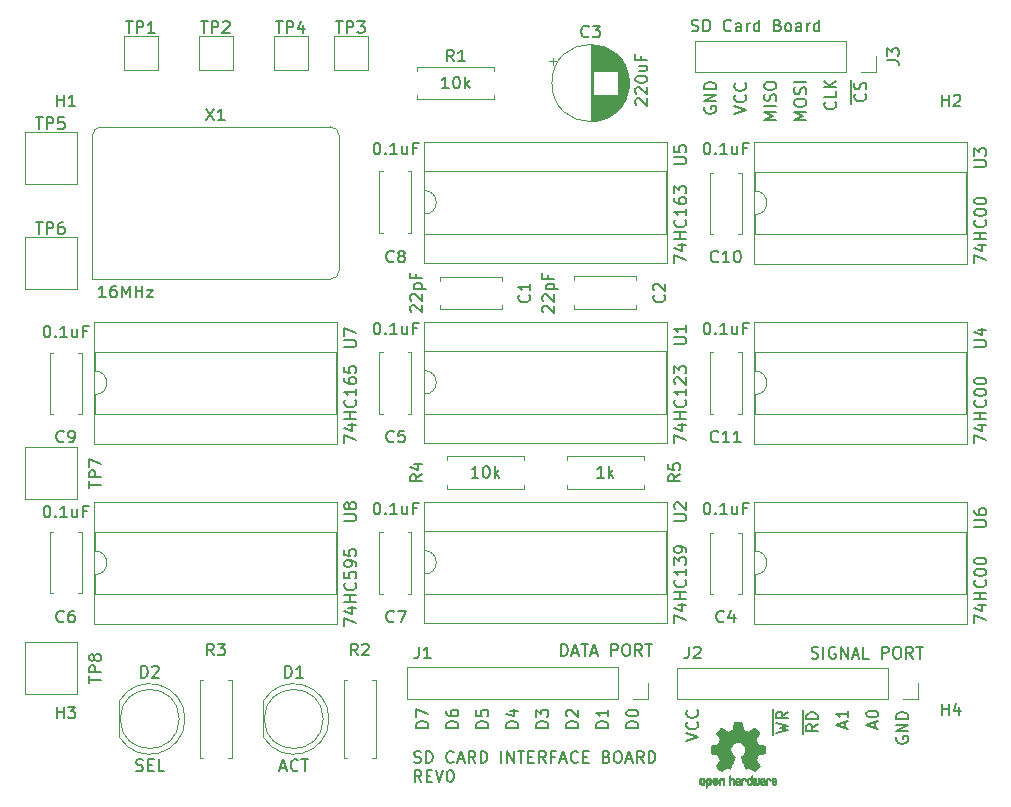
<source format=gbr>
%TF.GenerationSoftware,KiCad,Pcbnew,(6.0.9)*%
%TF.CreationDate,2023-08-16T20:18:10+02:00*%
%TF.ProjectId,sdcard-prototype,73646361-7264-42d7-9072-6f746f747970,rev?*%
%TF.SameCoordinates,Original*%
%TF.FileFunction,Legend,Top*%
%TF.FilePolarity,Positive*%
%FSLAX46Y46*%
G04 Gerber Fmt 4.6, Leading zero omitted, Abs format (unit mm)*
G04 Created by KiCad (PCBNEW (6.0.9)) date 2023-08-16 20:18:10*
%MOMM*%
%LPD*%
G01*
G04 APERTURE LIST*
%ADD10C,0.150000*%
%ADD11C,0.010000*%
%ADD12C,0.120000*%
G04 APERTURE END LIST*
D10*
X59977976Y-98151761D02*
X60120833Y-98199380D01*
X60358928Y-98199380D01*
X60454166Y-98151761D01*
X60501785Y-98104142D01*
X60549404Y-98008904D01*
X60549404Y-97913666D01*
X60501785Y-97818428D01*
X60454166Y-97770809D01*
X60358928Y-97723190D01*
X60168452Y-97675571D01*
X60073214Y-97627952D01*
X60025595Y-97580333D01*
X59977976Y-97485095D01*
X59977976Y-97389857D01*
X60025595Y-97294619D01*
X60073214Y-97247000D01*
X60168452Y-97199380D01*
X60406547Y-97199380D01*
X60549404Y-97247000D01*
X60977976Y-98199380D02*
X60977976Y-97199380D01*
X61216071Y-97199380D01*
X61358928Y-97247000D01*
X61454166Y-97342238D01*
X61501785Y-97437476D01*
X61549404Y-97627952D01*
X61549404Y-97770809D01*
X61501785Y-97961285D01*
X61454166Y-98056523D01*
X61358928Y-98151761D01*
X61216071Y-98199380D01*
X60977976Y-98199380D01*
X63311309Y-98104142D02*
X63263690Y-98151761D01*
X63120833Y-98199380D01*
X63025595Y-98199380D01*
X62882738Y-98151761D01*
X62787500Y-98056523D01*
X62739880Y-97961285D01*
X62692261Y-97770809D01*
X62692261Y-97627952D01*
X62739880Y-97437476D01*
X62787500Y-97342238D01*
X62882738Y-97247000D01*
X63025595Y-97199380D01*
X63120833Y-97199380D01*
X63263690Y-97247000D01*
X63311309Y-97294619D01*
X63692261Y-97913666D02*
X64168452Y-97913666D01*
X63597023Y-98199380D02*
X63930357Y-97199380D01*
X64263690Y-98199380D01*
X65168452Y-98199380D02*
X64835119Y-97723190D01*
X64597023Y-98199380D02*
X64597023Y-97199380D01*
X64977976Y-97199380D01*
X65073214Y-97247000D01*
X65120833Y-97294619D01*
X65168452Y-97389857D01*
X65168452Y-97532714D01*
X65120833Y-97627952D01*
X65073214Y-97675571D01*
X64977976Y-97723190D01*
X64597023Y-97723190D01*
X65597023Y-98199380D02*
X65597023Y-97199380D01*
X65835119Y-97199380D01*
X65977976Y-97247000D01*
X66073214Y-97342238D01*
X66120833Y-97437476D01*
X66168452Y-97627952D01*
X66168452Y-97770809D01*
X66120833Y-97961285D01*
X66073214Y-98056523D01*
X65977976Y-98151761D01*
X65835119Y-98199380D01*
X65597023Y-98199380D01*
X67358928Y-98199380D02*
X67358928Y-97199380D01*
X67835119Y-98199380D02*
X67835119Y-97199380D01*
X68406547Y-98199380D01*
X68406547Y-97199380D01*
X68739880Y-97199380D02*
X69311309Y-97199380D01*
X69025595Y-98199380D02*
X69025595Y-97199380D01*
X69644642Y-97675571D02*
X69977976Y-97675571D01*
X70120833Y-98199380D02*
X69644642Y-98199380D01*
X69644642Y-97199380D01*
X70120833Y-97199380D01*
X71120833Y-98199380D02*
X70787500Y-97723190D01*
X70549404Y-98199380D02*
X70549404Y-97199380D01*
X70930357Y-97199380D01*
X71025595Y-97247000D01*
X71073214Y-97294619D01*
X71120833Y-97389857D01*
X71120833Y-97532714D01*
X71073214Y-97627952D01*
X71025595Y-97675571D01*
X70930357Y-97723190D01*
X70549404Y-97723190D01*
X71882738Y-97675571D02*
X71549404Y-97675571D01*
X71549404Y-98199380D02*
X71549404Y-97199380D01*
X72025595Y-97199380D01*
X72358928Y-97913666D02*
X72835119Y-97913666D01*
X72263690Y-98199380D02*
X72597023Y-97199380D01*
X72930357Y-98199380D01*
X73835119Y-98104142D02*
X73787500Y-98151761D01*
X73644642Y-98199380D01*
X73549404Y-98199380D01*
X73406547Y-98151761D01*
X73311309Y-98056523D01*
X73263690Y-97961285D01*
X73216071Y-97770809D01*
X73216071Y-97627952D01*
X73263690Y-97437476D01*
X73311309Y-97342238D01*
X73406547Y-97247000D01*
X73549404Y-97199380D01*
X73644642Y-97199380D01*
X73787500Y-97247000D01*
X73835119Y-97294619D01*
X74263690Y-97675571D02*
X74597023Y-97675571D01*
X74739880Y-98199380D02*
X74263690Y-98199380D01*
X74263690Y-97199380D01*
X74739880Y-97199380D01*
X76263690Y-97675571D02*
X76406547Y-97723190D01*
X76454166Y-97770809D01*
X76501785Y-97866047D01*
X76501785Y-98008904D01*
X76454166Y-98104142D01*
X76406547Y-98151761D01*
X76311309Y-98199380D01*
X75930357Y-98199380D01*
X75930357Y-97199380D01*
X76263690Y-97199380D01*
X76358928Y-97247000D01*
X76406547Y-97294619D01*
X76454166Y-97389857D01*
X76454166Y-97485095D01*
X76406547Y-97580333D01*
X76358928Y-97627952D01*
X76263690Y-97675571D01*
X75930357Y-97675571D01*
X77120833Y-97199380D02*
X77311309Y-97199380D01*
X77406547Y-97247000D01*
X77501785Y-97342238D01*
X77549404Y-97532714D01*
X77549404Y-97866047D01*
X77501785Y-98056523D01*
X77406547Y-98151761D01*
X77311309Y-98199380D01*
X77120833Y-98199380D01*
X77025595Y-98151761D01*
X76930357Y-98056523D01*
X76882738Y-97866047D01*
X76882738Y-97532714D01*
X76930357Y-97342238D01*
X77025595Y-97247000D01*
X77120833Y-97199380D01*
X77930357Y-97913666D02*
X78406547Y-97913666D01*
X77835119Y-98199380D02*
X78168452Y-97199380D01*
X78501785Y-98199380D01*
X79406547Y-98199380D02*
X79073214Y-97723190D01*
X78835119Y-98199380D02*
X78835119Y-97199380D01*
X79216071Y-97199380D01*
X79311309Y-97247000D01*
X79358928Y-97294619D01*
X79406547Y-97389857D01*
X79406547Y-97532714D01*
X79358928Y-97627952D01*
X79311309Y-97675571D01*
X79216071Y-97723190D01*
X78835119Y-97723190D01*
X79835119Y-98199380D02*
X79835119Y-97199380D01*
X80073214Y-97199380D01*
X80216071Y-97247000D01*
X80311309Y-97342238D01*
X80358928Y-97437476D01*
X80406547Y-97627952D01*
X80406547Y-97770809D01*
X80358928Y-97961285D01*
X80311309Y-98056523D01*
X80216071Y-98151761D01*
X80073214Y-98199380D01*
X79835119Y-98199380D01*
X60597023Y-99809380D02*
X60263690Y-99333190D01*
X60025595Y-99809380D02*
X60025595Y-98809380D01*
X60406547Y-98809380D01*
X60501785Y-98857000D01*
X60549404Y-98904619D01*
X60597023Y-98999857D01*
X60597023Y-99142714D01*
X60549404Y-99237952D01*
X60501785Y-99285571D01*
X60406547Y-99333190D01*
X60025595Y-99333190D01*
X61025595Y-99285571D02*
X61358928Y-99285571D01*
X61501785Y-99809380D02*
X61025595Y-99809380D01*
X61025595Y-98809380D01*
X61501785Y-98809380D01*
X61787500Y-98809380D02*
X62120833Y-99809380D01*
X62454166Y-98809380D01*
X62977976Y-98809380D02*
X63073214Y-98809380D01*
X63168452Y-98857000D01*
X63216071Y-98904619D01*
X63263690Y-98999857D01*
X63311309Y-99190333D01*
X63311309Y-99428428D01*
X63263690Y-99618904D01*
X63216071Y-99714142D01*
X63168452Y-99761761D01*
X63073214Y-99809380D01*
X62977976Y-99809380D01*
X62882738Y-99761761D01*
X62835119Y-99714142D01*
X62787500Y-99618904D01*
X62739880Y-99428428D01*
X62739880Y-99190333D01*
X62787500Y-98999857D01*
X62835119Y-98904619D01*
X62882738Y-98857000D01*
X62977976Y-98809380D01*
X96432666Y-95202285D02*
X96432666Y-94726095D01*
X96718380Y-95297523D02*
X95718380Y-94964190D01*
X96718380Y-94630857D01*
X96718380Y-93773714D02*
X96718380Y-94345142D01*
X96718380Y-94059428D02*
X95718380Y-94059428D01*
X95861238Y-94154666D01*
X95956476Y-94249904D01*
X96004095Y-94345142D01*
X78938380Y-95226095D02*
X77938380Y-95226095D01*
X77938380Y-94988000D01*
X77986000Y-94845142D01*
X78081238Y-94749904D01*
X78176476Y-94702285D01*
X78366952Y-94654666D01*
X78509809Y-94654666D01*
X78700285Y-94702285D01*
X78795523Y-94749904D01*
X78890761Y-94845142D01*
X78938380Y-94988000D01*
X78938380Y-95226095D01*
X77938380Y-94035619D02*
X77938380Y-93940380D01*
X77986000Y-93845142D01*
X78033619Y-93797523D01*
X78128857Y-93749904D01*
X78319333Y-93702285D01*
X78557428Y-93702285D01*
X78747904Y-93749904D01*
X78843142Y-93797523D01*
X78890761Y-93845142D01*
X78938380Y-93940380D01*
X78938380Y-94035619D01*
X78890761Y-94130857D01*
X78843142Y-94178476D01*
X78747904Y-94226095D01*
X78557428Y-94273714D01*
X78319333Y-94273714D01*
X78128857Y-94226095D01*
X78033619Y-94178476D01*
X77986000Y-94130857D01*
X77938380Y-94035619D01*
X61158380Y-95226095D02*
X60158380Y-95226095D01*
X60158380Y-94988000D01*
X60206000Y-94845142D01*
X60301238Y-94749904D01*
X60396476Y-94702285D01*
X60586952Y-94654666D01*
X60729809Y-94654666D01*
X60920285Y-94702285D01*
X61015523Y-94749904D01*
X61110761Y-94845142D01*
X61158380Y-94988000D01*
X61158380Y-95226095D01*
X60158380Y-94321333D02*
X60158380Y-93654666D01*
X61158380Y-94083238D01*
X66238380Y-95226095D02*
X65238380Y-95226095D01*
X65238380Y-94988000D01*
X65286000Y-94845142D01*
X65381238Y-94749904D01*
X65476476Y-94702285D01*
X65666952Y-94654666D01*
X65809809Y-94654666D01*
X66000285Y-94702285D01*
X66095523Y-94749904D01*
X66190761Y-94845142D01*
X66238380Y-94988000D01*
X66238380Y-95226095D01*
X65238380Y-93749904D02*
X65238380Y-94226095D01*
X65714571Y-94273714D01*
X65666952Y-94226095D01*
X65619333Y-94130857D01*
X65619333Y-93892761D01*
X65666952Y-93797523D01*
X65714571Y-93749904D01*
X65809809Y-93702285D01*
X66047904Y-93702285D01*
X66143142Y-93749904D01*
X66190761Y-93797523D01*
X66238380Y-93892761D01*
X66238380Y-94130857D01*
X66190761Y-94226095D01*
X66143142Y-94273714D01*
X76398380Y-95226095D02*
X75398380Y-95226095D01*
X75398380Y-94988000D01*
X75446000Y-94845142D01*
X75541238Y-94749904D01*
X75636476Y-94702285D01*
X75826952Y-94654666D01*
X75969809Y-94654666D01*
X76160285Y-94702285D01*
X76255523Y-94749904D01*
X76350761Y-94845142D01*
X76398380Y-94988000D01*
X76398380Y-95226095D01*
X76398380Y-93702285D02*
X76398380Y-94273714D01*
X76398380Y-93988000D02*
X75398380Y-93988000D01*
X75541238Y-94083238D01*
X75636476Y-94178476D01*
X75684095Y-94273714D01*
X96960000Y-42378190D02*
X96960000Y-41378190D01*
X98147142Y-41568666D02*
X98194761Y-41616285D01*
X98242380Y-41759142D01*
X98242380Y-41854380D01*
X98194761Y-41997238D01*
X98099523Y-42092476D01*
X98004285Y-42140095D01*
X97813809Y-42187714D01*
X97670952Y-42187714D01*
X97480476Y-42140095D01*
X97385238Y-42092476D01*
X97290000Y-41997238D01*
X97242380Y-41854380D01*
X97242380Y-41759142D01*
X97290000Y-41616285D01*
X97337619Y-41568666D01*
X96960000Y-41378190D02*
X96960000Y-40425809D01*
X98194761Y-41187714D02*
X98242380Y-41044857D01*
X98242380Y-40806761D01*
X98194761Y-40711523D01*
X98147142Y-40663904D01*
X98051904Y-40616285D01*
X97956666Y-40616285D01*
X97861428Y-40663904D01*
X97813809Y-40711523D01*
X97766190Y-40806761D01*
X97718571Y-40997238D01*
X97670952Y-41092476D01*
X97623333Y-41140095D01*
X97528095Y-41187714D01*
X97432857Y-41187714D01*
X97337619Y-41140095D01*
X97290000Y-41092476D01*
X97242380Y-40997238D01*
X97242380Y-40759142D01*
X97290000Y-40616285D01*
X73858380Y-95226095D02*
X72858380Y-95226095D01*
X72858380Y-94988000D01*
X72906000Y-94845142D01*
X73001238Y-94749904D01*
X73096476Y-94702285D01*
X73286952Y-94654666D01*
X73429809Y-94654666D01*
X73620285Y-94702285D01*
X73715523Y-94749904D01*
X73810761Y-94845142D01*
X73858380Y-94988000D01*
X73858380Y-95226095D01*
X72953619Y-94273714D02*
X72906000Y-94226095D01*
X72858380Y-94130857D01*
X72858380Y-93892761D01*
X72906000Y-93797523D01*
X72953619Y-93749904D01*
X73048857Y-93702285D01*
X73144095Y-93702285D01*
X73286952Y-93749904D01*
X73858380Y-94321333D01*
X73858380Y-93702285D01*
X71318380Y-95226095D02*
X70318380Y-95226095D01*
X70318380Y-94988000D01*
X70366000Y-94845142D01*
X70461238Y-94749904D01*
X70556476Y-94702285D01*
X70746952Y-94654666D01*
X70889809Y-94654666D01*
X71080285Y-94702285D01*
X71175523Y-94749904D01*
X71270761Y-94845142D01*
X71318380Y-94988000D01*
X71318380Y-95226095D01*
X70318380Y-94321333D02*
X70318380Y-93702285D01*
X70699333Y-94035619D01*
X70699333Y-93892761D01*
X70746952Y-93797523D01*
X70794571Y-93749904D01*
X70889809Y-93702285D01*
X71127904Y-93702285D01*
X71223142Y-93749904D01*
X71270761Y-93797523D01*
X71318380Y-93892761D01*
X71318380Y-94178476D01*
X71270761Y-94273714D01*
X71223142Y-94321333D01*
X98972666Y-95202285D02*
X98972666Y-94726095D01*
X99258380Y-95297523D02*
X98258380Y-94964190D01*
X99258380Y-94630857D01*
X98258380Y-94107047D02*
X98258380Y-94011809D01*
X98306000Y-93916571D01*
X98353619Y-93868952D01*
X98448857Y-93821333D01*
X98639333Y-93773714D01*
X98877428Y-93773714D01*
X99067904Y-93821333D01*
X99163142Y-93868952D01*
X99210761Y-93916571D01*
X99258380Y-94011809D01*
X99258380Y-94107047D01*
X99210761Y-94202285D01*
X99163142Y-94249904D01*
X99067904Y-94297523D01*
X98877428Y-94345142D01*
X98639333Y-94345142D01*
X98448857Y-94297523D01*
X98353619Y-94249904D01*
X98306000Y-94202285D01*
X98258380Y-94107047D01*
X90356000Y-95813428D02*
X90356000Y-94670571D01*
X90638380Y-95670571D02*
X91638380Y-95432476D01*
X90924095Y-95242000D01*
X91638380Y-95051523D01*
X90638380Y-94813428D01*
X90356000Y-94670571D02*
X90356000Y-93670571D01*
X91638380Y-93861047D02*
X91162190Y-94194380D01*
X91638380Y-94432476D02*
X90638380Y-94432476D01*
X90638380Y-94051523D01*
X90686000Y-93956285D01*
X90733619Y-93908666D01*
X90828857Y-93861047D01*
X90971714Y-93861047D01*
X91066952Y-93908666D01*
X91114571Y-93956285D01*
X91162190Y-94051523D01*
X91162190Y-94432476D01*
X68778380Y-95226095D02*
X67778380Y-95226095D01*
X67778380Y-94988000D01*
X67826000Y-94845142D01*
X67921238Y-94749904D01*
X68016476Y-94702285D01*
X68206952Y-94654666D01*
X68349809Y-94654666D01*
X68540285Y-94702285D01*
X68635523Y-94749904D01*
X68730761Y-94845142D01*
X68778380Y-94988000D01*
X68778380Y-95226095D01*
X68111714Y-93797523D02*
X68778380Y-93797523D01*
X67730761Y-94035619D02*
X68445047Y-94273714D01*
X68445047Y-93654666D01*
X92896000Y-95742000D02*
X92896000Y-94742000D01*
X94178380Y-94932476D02*
X93702190Y-95265809D01*
X94178380Y-95503904D02*
X93178380Y-95503904D01*
X93178380Y-95122952D01*
X93226000Y-95027714D01*
X93273619Y-94980095D01*
X93368857Y-94932476D01*
X93511714Y-94932476D01*
X93606952Y-94980095D01*
X93654571Y-95027714D01*
X93702190Y-95122952D01*
X93702190Y-95503904D01*
X92896000Y-94742000D02*
X92896000Y-93742000D01*
X94178380Y-94503904D02*
X93178380Y-94503904D01*
X93178380Y-94265809D01*
X93226000Y-94122952D01*
X93321238Y-94027714D01*
X93416476Y-93980095D01*
X93606952Y-93932476D01*
X93749809Y-93932476D01*
X93940285Y-93980095D01*
X94035523Y-94027714D01*
X94130761Y-94122952D01*
X94178380Y-94265809D01*
X94178380Y-94503904D01*
X93162380Y-43735428D02*
X92162380Y-43735428D01*
X92876666Y-43402095D01*
X92162380Y-43068761D01*
X93162380Y-43068761D01*
X92162380Y-42402095D02*
X92162380Y-42211619D01*
X92210000Y-42116380D01*
X92305238Y-42021142D01*
X92495714Y-41973523D01*
X92829047Y-41973523D01*
X93019523Y-42021142D01*
X93114761Y-42116380D01*
X93162380Y-42211619D01*
X93162380Y-42402095D01*
X93114761Y-42497333D01*
X93019523Y-42592571D01*
X92829047Y-42640190D01*
X92495714Y-42640190D01*
X92305238Y-42592571D01*
X92210000Y-42497333D01*
X92162380Y-42402095D01*
X93114761Y-41592571D02*
X93162380Y-41449714D01*
X93162380Y-41211619D01*
X93114761Y-41116380D01*
X93067142Y-41068761D01*
X92971904Y-41021142D01*
X92876666Y-41021142D01*
X92781428Y-41068761D01*
X92733809Y-41116380D01*
X92686190Y-41211619D01*
X92638571Y-41402095D01*
X92590952Y-41497333D01*
X92543333Y-41544952D01*
X92448095Y-41592571D01*
X92352857Y-41592571D01*
X92257619Y-41544952D01*
X92210000Y-41497333D01*
X92162380Y-41402095D01*
X92162380Y-41164000D01*
X92210000Y-41021142D01*
X93162380Y-40592571D02*
X92162380Y-40592571D01*
X63698380Y-95226095D02*
X62698380Y-95226095D01*
X62698380Y-94988000D01*
X62746000Y-94845142D01*
X62841238Y-94749904D01*
X62936476Y-94702285D01*
X63126952Y-94654666D01*
X63269809Y-94654666D01*
X63460285Y-94702285D01*
X63555523Y-94749904D01*
X63650761Y-94845142D01*
X63698380Y-94988000D01*
X63698380Y-95226095D01*
X62698380Y-93797523D02*
X62698380Y-93988000D01*
X62746000Y-94083238D01*
X62793619Y-94130857D01*
X62936476Y-94226095D01*
X63126952Y-94273714D01*
X63507904Y-94273714D01*
X63603142Y-94226095D01*
X63650761Y-94178476D01*
X63698380Y-94083238D01*
X63698380Y-93892761D01*
X63650761Y-93797523D01*
X63603142Y-93749904D01*
X63507904Y-93702285D01*
X63269809Y-93702285D01*
X63174571Y-93749904D01*
X63126952Y-93797523D01*
X63079333Y-93892761D01*
X63079333Y-94083238D01*
X63126952Y-94178476D01*
X63174571Y-94226095D01*
X63269809Y-94273714D01*
X95607142Y-42251238D02*
X95654761Y-42298857D01*
X95702380Y-42441714D01*
X95702380Y-42536952D01*
X95654761Y-42679809D01*
X95559523Y-42775047D01*
X95464285Y-42822666D01*
X95273809Y-42870285D01*
X95130952Y-42870285D01*
X94940476Y-42822666D01*
X94845238Y-42775047D01*
X94750000Y-42679809D01*
X94702380Y-42536952D01*
X94702380Y-42441714D01*
X94750000Y-42298857D01*
X94797619Y-42251238D01*
X95702380Y-41346476D02*
X95702380Y-41822666D01*
X94702380Y-41822666D01*
X95702380Y-41013142D02*
X94702380Y-41013142D01*
X95702380Y-40441714D02*
X95130952Y-40870285D01*
X94702380Y-40441714D02*
X95273809Y-41013142D01*
X90622380Y-43735428D02*
X89622380Y-43735428D01*
X90336666Y-43402095D01*
X89622380Y-43068761D01*
X90622380Y-43068761D01*
X90622380Y-42592571D02*
X89622380Y-42592571D01*
X90574761Y-42164000D02*
X90622380Y-42021142D01*
X90622380Y-41783047D01*
X90574761Y-41687809D01*
X90527142Y-41640190D01*
X90431904Y-41592571D01*
X90336666Y-41592571D01*
X90241428Y-41640190D01*
X90193809Y-41687809D01*
X90146190Y-41783047D01*
X90098571Y-41973523D01*
X90050952Y-42068761D01*
X90003333Y-42116380D01*
X89908095Y-42164000D01*
X89812857Y-42164000D01*
X89717619Y-42116380D01*
X89670000Y-42068761D01*
X89622380Y-41973523D01*
X89622380Y-41735428D01*
X89670000Y-41592571D01*
X89622380Y-40973523D02*
X89622380Y-40783047D01*
X89670000Y-40687809D01*
X89765238Y-40592571D01*
X89955714Y-40544952D01*
X90289047Y-40544952D01*
X90479523Y-40592571D01*
X90574761Y-40687809D01*
X90622380Y-40783047D01*
X90622380Y-40973523D01*
X90574761Y-41068761D01*
X90479523Y-41164000D01*
X90289047Y-41211619D01*
X89955714Y-41211619D01*
X89765238Y-41164000D01*
X89670000Y-41068761D01*
X89622380Y-40973523D01*
X84590000Y-42671904D02*
X84542380Y-42767142D01*
X84542380Y-42910000D01*
X84590000Y-43052857D01*
X84685238Y-43148095D01*
X84780476Y-43195714D01*
X84970952Y-43243333D01*
X85113809Y-43243333D01*
X85304285Y-43195714D01*
X85399523Y-43148095D01*
X85494761Y-43052857D01*
X85542380Y-42910000D01*
X85542380Y-42814761D01*
X85494761Y-42671904D01*
X85447142Y-42624285D01*
X85113809Y-42624285D01*
X85113809Y-42814761D01*
X85542380Y-42195714D02*
X84542380Y-42195714D01*
X85542380Y-41624285D01*
X84542380Y-41624285D01*
X85542380Y-41148095D02*
X84542380Y-41148095D01*
X84542380Y-40910000D01*
X84590000Y-40767142D01*
X84685238Y-40671904D01*
X84780476Y-40624285D01*
X84970952Y-40576666D01*
X85113809Y-40576666D01*
X85304285Y-40624285D01*
X85399523Y-40671904D01*
X85494761Y-40767142D01*
X85542380Y-40910000D01*
X85542380Y-41148095D01*
X87082380Y-43243333D02*
X88082380Y-42910000D01*
X87082380Y-42576666D01*
X87987142Y-41671904D02*
X88034761Y-41719523D01*
X88082380Y-41862380D01*
X88082380Y-41957619D01*
X88034761Y-42100476D01*
X87939523Y-42195714D01*
X87844285Y-42243333D01*
X87653809Y-42290952D01*
X87510952Y-42290952D01*
X87320476Y-42243333D01*
X87225238Y-42195714D01*
X87130000Y-42100476D01*
X87082380Y-41957619D01*
X87082380Y-41862380D01*
X87130000Y-41719523D01*
X87177619Y-41671904D01*
X87987142Y-40671904D02*
X88034761Y-40719523D01*
X88082380Y-40862380D01*
X88082380Y-40957619D01*
X88034761Y-41100476D01*
X87939523Y-41195714D01*
X87844285Y-41243333D01*
X87653809Y-41290952D01*
X87510952Y-41290952D01*
X87320476Y-41243333D01*
X87225238Y-41195714D01*
X87130000Y-41100476D01*
X87082380Y-40957619D01*
X87082380Y-40862380D01*
X87130000Y-40719523D01*
X87177619Y-40671904D01*
X83018380Y-96329333D02*
X84018380Y-95996000D01*
X83018380Y-95662666D01*
X83923142Y-94757904D02*
X83970761Y-94805523D01*
X84018380Y-94948380D01*
X84018380Y-95043619D01*
X83970761Y-95186476D01*
X83875523Y-95281714D01*
X83780285Y-95329333D01*
X83589809Y-95376952D01*
X83446952Y-95376952D01*
X83256476Y-95329333D01*
X83161238Y-95281714D01*
X83066000Y-95186476D01*
X83018380Y-95043619D01*
X83018380Y-94948380D01*
X83066000Y-94805523D01*
X83113619Y-94757904D01*
X83923142Y-93757904D02*
X83970761Y-93805523D01*
X84018380Y-93948380D01*
X84018380Y-94043619D01*
X83970761Y-94186476D01*
X83875523Y-94281714D01*
X83780285Y-94329333D01*
X83589809Y-94376952D01*
X83446952Y-94376952D01*
X83256476Y-94329333D01*
X83161238Y-94281714D01*
X83066000Y-94186476D01*
X83018380Y-94043619D01*
X83018380Y-93948380D01*
X83066000Y-93805523D01*
X83113619Y-93757904D01*
X100846000Y-96011904D02*
X100798380Y-96107142D01*
X100798380Y-96250000D01*
X100846000Y-96392857D01*
X100941238Y-96488095D01*
X101036476Y-96535714D01*
X101226952Y-96583333D01*
X101369809Y-96583333D01*
X101560285Y-96535714D01*
X101655523Y-96488095D01*
X101750761Y-96392857D01*
X101798380Y-96250000D01*
X101798380Y-96154761D01*
X101750761Y-96011904D01*
X101703142Y-95964285D01*
X101369809Y-95964285D01*
X101369809Y-96154761D01*
X101798380Y-95535714D02*
X100798380Y-95535714D01*
X101798380Y-94964285D01*
X100798380Y-94964285D01*
X101798380Y-94488095D02*
X100798380Y-94488095D01*
X100798380Y-94250000D01*
X100846000Y-94107142D01*
X100941238Y-94011904D01*
X101036476Y-93964285D01*
X101226952Y-93916666D01*
X101369809Y-93916666D01*
X101560285Y-93964285D01*
X101655523Y-94011904D01*
X101750761Y-94107142D01*
X101798380Y-94250000D01*
X101798380Y-94488095D01*
%TO.C,TP4*%
X48268095Y-35404380D02*
X48839523Y-35404380D01*
X48553809Y-36404380D02*
X48553809Y-35404380D01*
X49172857Y-36404380D02*
X49172857Y-35404380D01*
X49553809Y-35404380D01*
X49649047Y-35452000D01*
X49696666Y-35499619D01*
X49744285Y-35594857D01*
X49744285Y-35737714D01*
X49696666Y-35832952D01*
X49649047Y-35880571D01*
X49553809Y-35928190D01*
X49172857Y-35928190D01*
X50601428Y-35737714D02*
X50601428Y-36404380D01*
X50363333Y-35356761D02*
X50125238Y-36071047D01*
X50744285Y-36071047D01*
%TO.C,TP3*%
X53348095Y-35404380D02*
X53919523Y-35404380D01*
X53633809Y-36404380D02*
X53633809Y-35404380D01*
X54252857Y-36404380D02*
X54252857Y-35404380D01*
X54633809Y-35404380D01*
X54729047Y-35452000D01*
X54776666Y-35499619D01*
X54824285Y-35594857D01*
X54824285Y-35737714D01*
X54776666Y-35832952D01*
X54729047Y-35880571D01*
X54633809Y-35928190D01*
X54252857Y-35928190D01*
X55157619Y-35404380D02*
X55776666Y-35404380D01*
X55443333Y-35785333D01*
X55586190Y-35785333D01*
X55681428Y-35832952D01*
X55729047Y-35880571D01*
X55776666Y-35975809D01*
X55776666Y-36213904D01*
X55729047Y-36309142D01*
X55681428Y-36356761D01*
X55586190Y-36404380D01*
X55300476Y-36404380D01*
X55205238Y-36356761D01*
X55157619Y-36309142D01*
%TO.C,TP2*%
X41918095Y-35404380D02*
X42489523Y-35404380D01*
X42203809Y-36404380D02*
X42203809Y-35404380D01*
X42822857Y-36404380D02*
X42822857Y-35404380D01*
X43203809Y-35404380D01*
X43299047Y-35452000D01*
X43346666Y-35499619D01*
X43394285Y-35594857D01*
X43394285Y-35737714D01*
X43346666Y-35832952D01*
X43299047Y-35880571D01*
X43203809Y-35928190D01*
X42822857Y-35928190D01*
X43775238Y-35499619D02*
X43822857Y-35452000D01*
X43918095Y-35404380D01*
X44156190Y-35404380D01*
X44251428Y-35452000D01*
X44299047Y-35499619D01*
X44346666Y-35594857D01*
X44346666Y-35690095D01*
X44299047Y-35832952D01*
X43727619Y-36404380D01*
X44346666Y-36404380D01*
%TO.C,TP1*%
X35568095Y-35404380D02*
X36139523Y-35404380D01*
X35853809Y-36404380D02*
X35853809Y-35404380D01*
X36472857Y-36404380D02*
X36472857Y-35404380D01*
X36853809Y-35404380D01*
X36949047Y-35452000D01*
X36996666Y-35499619D01*
X37044285Y-35594857D01*
X37044285Y-35737714D01*
X36996666Y-35832952D01*
X36949047Y-35880571D01*
X36853809Y-35928190D01*
X36472857Y-35928190D01*
X37996666Y-36404380D02*
X37425238Y-36404380D01*
X37710952Y-36404380D02*
X37710952Y-35404380D01*
X37615714Y-35547238D01*
X37520476Y-35642476D01*
X37425238Y-35690095D01*
%TO.C,TP8*%
X32472380Y-91431904D02*
X32472380Y-90860476D01*
X33472380Y-91146190D02*
X32472380Y-91146190D01*
X33472380Y-90527142D02*
X32472380Y-90527142D01*
X32472380Y-90146190D01*
X32520000Y-90050952D01*
X32567619Y-90003333D01*
X32662857Y-89955714D01*
X32805714Y-89955714D01*
X32900952Y-90003333D01*
X32948571Y-90050952D01*
X32996190Y-90146190D01*
X32996190Y-90527142D01*
X32900952Y-89384285D02*
X32853333Y-89479523D01*
X32805714Y-89527142D01*
X32710476Y-89574761D01*
X32662857Y-89574761D01*
X32567619Y-89527142D01*
X32520000Y-89479523D01*
X32472380Y-89384285D01*
X32472380Y-89193809D01*
X32520000Y-89098571D01*
X32567619Y-89050952D01*
X32662857Y-89003333D01*
X32710476Y-89003333D01*
X32805714Y-89050952D01*
X32853333Y-89098571D01*
X32900952Y-89193809D01*
X32900952Y-89384285D01*
X32948571Y-89479523D01*
X32996190Y-89527142D01*
X33091428Y-89574761D01*
X33281904Y-89574761D01*
X33377142Y-89527142D01*
X33424761Y-89479523D01*
X33472380Y-89384285D01*
X33472380Y-89193809D01*
X33424761Y-89098571D01*
X33377142Y-89050952D01*
X33281904Y-89003333D01*
X33091428Y-89003333D01*
X32996190Y-89050952D01*
X32948571Y-89098571D01*
X32900952Y-89193809D01*
%TO.C,TP7*%
X32472380Y-74921904D02*
X32472380Y-74350476D01*
X33472380Y-74636190D02*
X32472380Y-74636190D01*
X33472380Y-74017142D02*
X32472380Y-74017142D01*
X32472380Y-73636190D01*
X32520000Y-73540952D01*
X32567619Y-73493333D01*
X32662857Y-73445714D01*
X32805714Y-73445714D01*
X32900952Y-73493333D01*
X32948571Y-73540952D01*
X32996190Y-73636190D01*
X32996190Y-74017142D01*
X32472380Y-73112380D02*
X32472380Y-72445714D01*
X33472380Y-72874285D01*
%TO.C,TP6*%
X27948095Y-52434380D02*
X28519523Y-52434380D01*
X28233809Y-53434380D02*
X28233809Y-52434380D01*
X28852857Y-53434380D02*
X28852857Y-52434380D01*
X29233809Y-52434380D01*
X29329047Y-52482000D01*
X29376666Y-52529619D01*
X29424285Y-52624857D01*
X29424285Y-52767714D01*
X29376666Y-52862952D01*
X29329047Y-52910571D01*
X29233809Y-52958190D01*
X28852857Y-52958190D01*
X30281428Y-52434380D02*
X30090952Y-52434380D01*
X29995714Y-52482000D01*
X29948095Y-52529619D01*
X29852857Y-52672476D01*
X29805238Y-52862952D01*
X29805238Y-53243904D01*
X29852857Y-53339142D01*
X29900476Y-53386761D01*
X29995714Y-53434380D01*
X30186190Y-53434380D01*
X30281428Y-53386761D01*
X30329047Y-53339142D01*
X30376666Y-53243904D01*
X30376666Y-53005809D01*
X30329047Y-52910571D01*
X30281428Y-52862952D01*
X30186190Y-52815333D01*
X29995714Y-52815333D01*
X29900476Y-52862952D01*
X29852857Y-52910571D01*
X29805238Y-53005809D01*
%TO.C,TP5*%
X27948095Y-43544380D02*
X28519523Y-43544380D01*
X28233809Y-44544380D02*
X28233809Y-43544380D01*
X28852857Y-44544380D02*
X28852857Y-43544380D01*
X29233809Y-43544380D01*
X29329047Y-43592000D01*
X29376666Y-43639619D01*
X29424285Y-43734857D01*
X29424285Y-43877714D01*
X29376666Y-43972952D01*
X29329047Y-44020571D01*
X29233809Y-44068190D01*
X28852857Y-44068190D01*
X30329047Y-43544380D02*
X29852857Y-43544380D01*
X29805238Y-44020571D01*
X29852857Y-43972952D01*
X29948095Y-43925333D01*
X30186190Y-43925333D01*
X30281428Y-43972952D01*
X30329047Y-44020571D01*
X30376666Y-44115809D01*
X30376666Y-44353904D01*
X30329047Y-44449142D01*
X30281428Y-44496761D01*
X30186190Y-44544380D01*
X29948095Y-44544380D01*
X29852857Y-44496761D01*
X29805238Y-44449142D01*
%TO.C,H1*%
X29718095Y-42616380D02*
X29718095Y-41616380D01*
X29718095Y-42092571D02*
X30289523Y-42092571D01*
X30289523Y-42616380D02*
X30289523Y-41616380D01*
X31289523Y-42616380D02*
X30718095Y-42616380D01*
X31003809Y-42616380D02*
X31003809Y-41616380D01*
X30908571Y-41759238D01*
X30813333Y-41854476D01*
X30718095Y-41902095D01*
%TO.C,C4*%
X86193333Y-86209142D02*
X86145714Y-86256761D01*
X86002857Y-86304380D01*
X85907619Y-86304380D01*
X85764761Y-86256761D01*
X85669523Y-86161523D01*
X85621904Y-86066285D01*
X85574285Y-85875809D01*
X85574285Y-85732952D01*
X85621904Y-85542476D01*
X85669523Y-85447238D01*
X85764761Y-85352000D01*
X85907619Y-85304380D01*
X86002857Y-85304380D01*
X86145714Y-85352000D01*
X86193333Y-85399619D01*
X87050476Y-85637714D02*
X87050476Y-86304380D01*
X86812380Y-85256761D02*
X86574285Y-85971047D01*
X87193333Y-85971047D01*
X84717142Y-76160380D02*
X84812380Y-76160380D01*
X84907619Y-76208000D01*
X84955238Y-76255619D01*
X85002857Y-76350857D01*
X85050476Y-76541333D01*
X85050476Y-76779428D01*
X85002857Y-76969904D01*
X84955238Y-77065142D01*
X84907619Y-77112761D01*
X84812380Y-77160380D01*
X84717142Y-77160380D01*
X84621904Y-77112761D01*
X84574285Y-77065142D01*
X84526666Y-76969904D01*
X84479047Y-76779428D01*
X84479047Y-76541333D01*
X84526666Y-76350857D01*
X84574285Y-76255619D01*
X84621904Y-76208000D01*
X84717142Y-76160380D01*
X85479047Y-77065142D02*
X85526666Y-77112761D01*
X85479047Y-77160380D01*
X85431428Y-77112761D01*
X85479047Y-77065142D01*
X85479047Y-77160380D01*
X86479047Y-77160380D02*
X85907619Y-77160380D01*
X86193333Y-77160380D02*
X86193333Y-76160380D01*
X86098095Y-76303238D01*
X86002857Y-76398476D01*
X85907619Y-76446095D01*
X87336190Y-76493714D02*
X87336190Y-77160380D01*
X86907619Y-76493714D02*
X86907619Y-77017523D01*
X86955238Y-77112761D01*
X87050476Y-77160380D01*
X87193333Y-77160380D01*
X87288571Y-77112761D01*
X87336190Y-77065142D01*
X88145714Y-76636571D02*
X87812380Y-76636571D01*
X87812380Y-77160380D02*
X87812380Y-76160380D01*
X88288571Y-76160380D01*
%TO.C,C3*%
X74743333Y-36679142D02*
X74695714Y-36726761D01*
X74552857Y-36774380D01*
X74457619Y-36774380D01*
X74314761Y-36726761D01*
X74219523Y-36631523D01*
X74171904Y-36536285D01*
X74124285Y-36345809D01*
X74124285Y-36202952D01*
X74171904Y-36012476D01*
X74219523Y-35917238D01*
X74314761Y-35822000D01*
X74457619Y-35774380D01*
X74552857Y-35774380D01*
X74695714Y-35822000D01*
X74743333Y-35869619D01*
X75076666Y-35774380D02*
X75695714Y-35774380D01*
X75362380Y-36155333D01*
X75505238Y-36155333D01*
X75600476Y-36202952D01*
X75648095Y-36250571D01*
X75695714Y-36345809D01*
X75695714Y-36583904D01*
X75648095Y-36679142D01*
X75600476Y-36726761D01*
X75505238Y-36774380D01*
X75219523Y-36774380D01*
X75124285Y-36726761D01*
X75076666Y-36679142D01*
X78795619Y-42505047D02*
X78748000Y-42457428D01*
X78700380Y-42362190D01*
X78700380Y-42124095D01*
X78748000Y-42028857D01*
X78795619Y-41981238D01*
X78890857Y-41933619D01*
X78986095Y-41933619D01*
X79128952Y-41981238D01*
X79700380Y-42552666D01*
X79700380Y-41933619D01*
X78795619Y-41552666D02*
X78748000Y-41505047D01*
X78700380Y-41409809D01*
X78700380Y-41171714D01*
X78748000Y-41076476D01*
X78795619Y-41028857D01*
X78890857Y-40981238D01*
X78986095Y-40981238D01*
X79128952Y-41028857D01*
X79700380Y-41600285D01*
X79700380Y-40981238D01*
X78700380Y-40362190D02*
X78700380Y-40266952D01*
X78748000Y-40171714D01*
X78795619Y-40124095D01*
X78890857Y-40076476D01*
X79081333Y-40028857D01*
X79319428Y-40028857D01*
X79509904Y-40076476D01*
X79605142Y-40124095D01*
X79652761Y-40171714D01*
X79700380Y-40266952D01*
X79700380Y-40362190D01*
X79652761Y-40457428D01*
X79605142Y-40505047D01*
X79509904Y-40552666D01*
X79319428Y-40600285D01*
X79081333Y-40600285D01*
X78890857Y-40552666D01*
X78795619Y-40505047D01*
X78748000Y-40457428D01*
X78700380Y-40362190D01*
X79033714Y-39171714D02*
X79700380Y-39171714D01*
X79033714Y-39600285D02*
X79557523Y-39600285D01*
X79652761Y-39552666D01*
X79700380Y-39457428D01*
X79700380Y-39314571D01*
X79652761Y-39219333D01*
X79605142Y-39171714D01*
X79176571Y-38362190D02*
X79176571Y-38695523D01*
X79700380Y-38695523D02*
X78700380Y-38695523D01*
X78700380Y-38219333D01*
%TO.C,U2*%
X82002380Y-77723904D02*
X82811904Y-77723904D01*
X82907142Y-77676285D01*
X82954761Y-77628666D01*
X83002380Y-77533428D01*
X83002380Y-77342952D01*
X82954761Y-77247714D01*
X82907142Y-77200095D01*
X82811904Y-77152476D01*
X82002380Y-77152476D01*
X82097619Y-76723904D02*
X82050000Y-76676285D01*
X82002380Y-76581047D01*
X82002380Y-76342952D01*
X82050000Y-76247714D01*
X82097619Y-76200095D01*
X82192857Y-76152476D01*
X82288095Y-76152476D01*
X82430952Y-76200095D01*
X83002380Y-76771523D01*
X83002380Y-76152476D01*
X82002380Y-86319904D02*
X82002380Y-85653238D01*
X83002380Y-86081809D01*
X82335714Y-84843714D02*
X83002380Y-84843714D01*
X81954761Y-85081809D02*
X82669047Y-85319904D01*
X82669047Y-84700857D01*
X83002380Y-84319904D02*
X82002380Y-84319904D01*
X82478571Y-84319904D02*
X82478571Y-83748476D01*
X83002380Y-83748476D02*
X82002380Y-83748476D01*
X82907142Y-82700857D02*
X82954761Y-82748476D01*
X83002380Y-82891333D01*
X83002380Y-82986571D01*
X82954761Y-83129428D01*
X82859523Y-83224666D01*
X82764285Y-83272285D01*
X82573809Y-83319904D01*
X82430952Y-83319904D01*
X82240476Y-83272285D01*
X82145238Y-83224666D01*
X82050000Y-83129428D01*
X82002380Y-82986571D01*
X82002380Y-82891333D01*
X82050000Y-82748476D01*
X82097619Y-82700857D01*
X83002380Y-81748476D02*
X83002380Y-82319904D01*
X83002380Y-82034190D02*
X82002380Y-82034190D01*
X82145238Y-82129428D01*
X82240476Y-82224666D01*
X82288095Y-82319904D01*
X82002380Y-81415142D02*
X82002380Y-80796095D01*
X82383333Y-81129428D01*
X82383333Y-80986571D01*
X82430952Y-80891333D01*
X82478571Y-80843714D01*
X82573809Y-80796095D01*
X82811904Y-80796095D01*
X82907142Y-80843714D01*
X82954761Y-80891333D01*
X83002380Y-80986571D01*
X83002380Y-81272285D01*
X82954761Y-81367523D01*
X82907142Y-81415142D01*
X83002380Y-80319904D02*
X83002380Y-80129428D01*
X82954761Y-80034190D01*
X82907142Y-79986571D01*
X82764285Y-79891333D01*
X82573809Y-79843714D01*
X82192857Y-79843714D01*
X82097619Y-79891333D01*
X82050000Y-79938952D01*
X82002380Y-80034190D01*
X82002380Y-80224666D01*
X82050000Y-80319904D01*
X82097619Y-80367523D01*
X82192857Y-80415142D01*
X82430952Y-80415142D01*
X82526190Y-80367523D01*
X82573809Y-80319904D01*
X82621428Y-80224666D01*
X82621428Y-80034190D01*
X82573809Y-79938952D01*
X82526190Y-79891333D01*
X82430952Y-79843714D01*
%TO.C,U8*%
X54062380Y-77723904D02*
X54871904Y-77723904D01*
X54967142Y-77676285D01*
X55014761Y-77628666D01*
X55062380Y-77533428D01*
X55062380Y-77342952D01*
X55014761Y-77247714D01*
X54967142Y-77200095D01*
X54871904Y-77152476D01*
X54062380Y-77152476D01*
X54490952Y-76533428D02*
X54443333Y-76628666D01*
X54395714Y-76676285D01*
X54300476Y-76723904D01*
X54252857Y-76723904D01*
X54157619Y-76676285D01*
X54110000Y-76628666D01*
X54062380Y-76533428D01*
X54062380Y-76342952D01*
X54110000Y-76247714D01*
X54157619Y-76200095D01*
X54252857Y-76152476D01*
X54300476Y-76152476D01*
X54395714Y-76200095D01*
X54443333Y-76247714D01*
X54490952Y-76342952D01*
X54490952Y-76533428D01*
X54538571Y-76628666D01*
X54586190Y-76676285D01*
X54681428Y-76723904D01*
X54871904Y-76723904D01*
X54967142Y-76676285D01*
X55014761Y-76628666D01*
X55062380Y-76533428D01*
X55062380Y-76342952D01*
X55014761Y-76247714D01*
X54967142Y-76200095D01*
X54871904Y-76152476D01*
X54681428Y-76152476D01*
X54586190Y-76200095D01*
X54538571Y-76247714D01*
X54490952Y-76342952D01*
X54062380Y-86573904D02*
X54062380Y-85907238D01*
X55062380Y-86335809D01*
X54395714Y-85097714D02*
X55062380Y-85097714D01*
X54014761Y-85335809D02*
X54729047Y-85573904D01*
X54729047Y-84954857D01*
X55062380Y-84573904D02*
X54062380Y-84573904D01*
X54538571Y-84573904D02*
X54538571Y-84002476D01*
X55062380Y-84002476D02*
X54062380Y-84002476D01*
X54967142Y-82954857D02*
X55014761Y-83002476D01*
X55062380Y-83145333D01*
X55062380Y-83240571D01*
X55014761Y-83383428D01*
X54919523Y-83478666D01*
X54824285Y-83526285D01*
X54633809Y-83573904D01*
X54490952Y-83573904D01*
X54300476Y-83526285D01*
X54205238Y-83478666D01*
X54110000Y-83383428D01*
X54062380Y-83240571D01*
X54062380Y-83145333D01*
X54110000Y-83002476D01*
X54157619Y-82954857D01*
X54062380Y-82050095D02*
X54062380Y-82526285D01*
X54538571Y-82573904D01*
X54490952Y-82526285D01*
X54443333Y-82431047D01*
X54443333Y-82192952D01*
X54490952Y-82097714D01*
X54538571Y-82050095D01*
X54633809Y-82002476D01*
X54871904Y-82002476D01*
X54967142Y-82050095D01*
X55014761Y-82097714D01*
X55062380Y-82192952D01*
X55062380Y-82431047D01*
X55014761Y-82526285D01*
X54967142Y-82573904D01*
X55062380Y-81526285D02*
X55062380Y-81335809D01*
X55014761Y-81240571D01*
X54967142Y-81192952D01*
X54824285Y-81097714D01*
X54633809Y-81050095D01*
X54252857Y-81050095D01*
X54157619Y-81097714D01*
X54110000Y-81145333D01*
X54062380Y-81240571D01*
X54062380Y-81431047D01*
X54110000Y-81526285D01*
X54157619Y-81573904D01*
X54252857Y-81621523D01*
X54490952Y-81621523D01*
X54586190Y-81573904D01*
X54633809Y-81526285D01*
X54681428Y-81431047D01*
X54681428Y-81240571D01*
X54633809Y-81145333D01*
X54586190Y-81097714D01*
X54490952Y-81050095D01*
X54062380Y-80145333D02*
X54062380Y-80621523D01*
X54538571Y-80669142D01*
X54490952Y-80621523D01*
X54443333Y-80526285D01*
X54443333Y-80288190D01*
X54490952Y-80192952D01*
X54538571Y-80145333D01*
X54633809Y-80097714D01*
X54871904Y-80097714D01*
X54967142Y-80145333D01*
X55014761Y-80192952D01*
X55062380Y-80288190D01*
X55062380Y-80526285D01*
X55014761Y-80621523D01*
X54967142Y-80669142D01*
%TO.C,R4*%
X60650380Y-73786666D02*
X60174190Y-74120000D01*
X60650380Y-74358095D02*
X59650380Y-74358095D01*
X59650380Y-73977142D01*
X59698000Y-73881904D01*
X59745619Y-73834285D01*
X59840857Y-73786666D01*
X59983714Y-73786666D01*
X60078952Y-73834285D01*
X60126571Y-73881904D01*
X60174190Y-73977142D01*
X60174190Y-74358095D01*
X59983714Y-72929523D02*
X60650380Y-72929523D01*
X59602761Y-73167619D02*
X60317047Y-73405714D01*
X60317047Y-72786666D01*
X65404761Y-74072380D02*
X64833333Y-74072380D01*
X65119047Y-74072380D02*
X65119047Y-73072380D01*
X65023809Y-73215238D01*
X64928571Y-73310476D01*
X64833333Y-73358095D01*
X66023809Y-73072380D02*
X66119047Y-73072380D01*
X66214285Y-73120000D01*
X66261904Y-73167619D01*
X66309523Y-73262857D01*
X66357142Y-73453333D01*
X66357142Y-73691428D01*
X66309523Y-73881904D01*
X66261904Y-73977142D01*
X66214285Y-74024761D01*
X66119047Y-74072380D01*
X66023809Y-74072380D01*
X65928571Y-74024761D01*
X65880952Y-73977142D01*
X65833333Y-73881904D01*
X65785714Y-73691428D01*
X65785714Y-73453333D01*
X65833333Y-73262857D01*
X65880952Y-73167619D01*
X65928571Y-73120000D01*
X66023809Y-73072380D01*
X66785714Y-74072380D02*
X66785714Y-73072380D01*
X66880952Y-73691428D02*
X67166666Y-74072380D01*
X67166666Y-73405714D02*
X66785714Y-73786666D01*
%TO.C,H4*%
X104648095Y-94178380D02*
X104648095Y-93178380D01*
X104648095Y-93654571D02*
X105219523Y-93654571D01*
X105219523Y-94178380D02*
X105219523Y-93178380D01*
X106124285Y-93511714D02*
X106124285Y-94178380D01*
X105886190Y-93130761D02*
X105648095Y-93845047D01*
X106267142Y-93845047D01*
%TO.C,C8*%
X58253333Y-55729142D02*
X58205714Y-55776761D01*
X58062857Y-55824380D01*
X57967619Y-55824380D01*
X57824761Y-55776761D01*
X57729523Y-55681523D01*
X57681904Y-55586285D01*
X57634285Y-55395809D01*
X57634285Y-55252952D01*
X57681904Y-55062476D01*
X57729523Y-54967238D01*
X57824761Y-54872000D01*
X57967619Y-54824380D01*
X58062857Y-54824380D01*
X58205714Y-54872000D01*
X58253333Y-54919619D01*
X58824761Y-55252952D02*
X58729523Y-55205333D01*
X58681904Y-55157714D01*
X58634285Y-55062476D01*
X58634285Y-55014857D01*
X58681904Y-54919619D01*
X58729523Y-54872000D01*
X58824761Y-54824380D01*
X59015238Y-54824380D01*
X59110476Y-54872000D01*
X59158095Y-54919619D01*
X59205714Y-55014857D01*
X59205714Y-55062476D01*
X59158095Y-55157714D01*
X59110476Y-55205333D01*
X59015238Y-55252952D01*
X58824761Y-55252952D01*
X58729523Y-55300571D01*
X58681904Y-55348190D01*
X58634285Y-55443428D01*
X58634285Y-55633904D01*
X58681904Y-55729142D01*
X58729523Y-55776761D01*
X58824761Y-55824380D01*
X59015238Y-55824380D01*
X59110476Y-55776761D01*
X59158095Y-55729142D01*
X59205714Y-55633904D01*
X59205714Y-55443428D01*
X59158095Y-55348190D01*
X59110476Y-55300571D01*
X59015238Y-55252952D01*
X56777142Y-45680380D02*
X56872380Y-45680380D01*
X56967619Y-45728000D01*
X57015238Y-45775619D01*
X57062857Y-45870857D01*
X57110476Y-46061333D01*
X57110476Y-46299428D01*
X57062857Y-46489904D01*
X57015238Y-46585142D01*
X56967619Y-46632761D01*
X56872380Y-46680380D01*
X56777142Y-46680380D01*
X56681904Y-46632761D01*
X56634285Y-46585142D01*
X56586666Y-46489904D01*
X56539047Y-46299428D01*
X56539047Y-46061333D01*
X56586666Y-45870857D01*
X56634285Y-45775619D01*
X56681904Y-45728000D01*
X56777142Y-45680380D01*
X57539047Y-46585142D02*
X57586666Y-46632761D01*
X57539047Y-46680380D01*
X57491428Y-46632761D01*
X57539047Y-46585142D01*
X57539047Y-46680380D01*
X58539047Y-46680380D02*
X57967619Y-46680380D01*
X58253333Y-46680380D02*
X58253333Y-45680380D01*
X58158095Y-45823238D01*
X58062857Y-45918476D01*
X57967619Y-45966095D01*
X59396190Y-46013714D02*
X59396190Y-46680380D01*
X58967619Y-46013714D02*
X58967619Y-46537523D01*
X59015238Y-46632761D01*
X59110476Y-46680380D01*
X59253333Y-46680380D01*
X59348571Y-46632761D01*
X59396190Y-46585142D01*
X60205714Y-46156571D02*
X59872380Y-46156571D01*
X59872380Y-46680380D02*
X59872380Y-45680380D01*
X60348571Y-45680380D01*
%TO.C,U1*%
X82002380Y-62737904D02*
X82811904Y-62737904D01*
X82907142Y-62690285D01*
X82954761Y-62642666D01*
X83002380Y-62547428D01*
X83002380Y-62356952D01*
X82954761Y-62261714D01*
X82907142Y-62214095D01*
X82811904Y-62166476D01*
X82002380Y-62166476D01*
X83002380Y-61166476D02*
X83002380Y-61737904D01*
X83002380Y-61452190D02*
X82002380Y-61452190D01*
X82145238Y-61547428D01*
X82240476Y-61642666D01*
X82288095Y-61737904D01*
X82002380Y-71079904D02*
X82002380Y-70413238D01*
X83002380Y-70841809D01*
X82335714Y-69603714D02*
X83002380Y-69603714D01*
X81954761Y-69841809D02*
X82669047Y-70079904D01*
X82669047Y-69460857D01*
X83002380Y-69079904D02*
X82002380Y-69079904D01*
X82478571Y-69079904D02*
X82478571Y-68508476D01*
X83002380Y-68508476D02*
X82002380Y-68508476D01*
X82907142Y-67460857D02*
X82954761Y-67508476D01*
X83002380Y-67651333D01*
X83002380Y-67746571D01*
X82954761Y-67889428D01*
X82859523Y-67984666D01*
X82764285Y-68032285D01*
X82573809Y-68079904D01*
X82430952Y-68079904D01*
X82240476Y-68032285D01*
X82145238Y-67984666D01*
X82050000Y-67889428D01*
X82002380Y-67746571D01*
X82002380Y-67651333D01*
X82050000Y-67508476D01*
X82097619Y-67460857D01*
X83002380Y-66508476D02*
X83002380Y-67079904D01*
X83002380Y-66794190D02*
X82002380Y-66794190D01*
X82145238Y-66889428D01*
X82240476Y-66984666D01*
X82288095Y-67079904D01*
X82097619Y-66127523D02*
X82050000Y-66079904D01*
X82002380Y-65984666D01*
X82002380Y-65746571D01*
X82050000Y-65651333D01*
X82097619Y-65603714D01*
X82192857Y-65556095D01*
X82288095Y-65556095D01*
X82430952Y-65603714D01*
X83002380Y-66175142D01*
X83002380Y-65556095D01*
X82002380Y-65222761D02*
X82002380Y-64603714D01*
X82383333Y-64937047D01*
X82383333Y-64794190D01*
X82430952Y-64698952D01*
X82478571Y-64651333D01*
X82573809Y-64603714D01*
X82811904Y-64603714D01*
X82907142Y-64651333D01*
X82954761Y-64698952D01*
X83002380Y-64794190D01*
X83002380Y-65079904D01*
X82954761Y-65175142D01*
X82907142Y-65222761D01*
%TO.C,U3*%
X107402380Y-47751904D02*
X108211904Y-47751904D01*
X108307142Y-47704285D01*
X108354761Y-47656666D01*
X108402380Y-47561428D01*
X108402380Y-47370952D01*
X108354761Y-47275714D01*
X108307142Y-47228095D01*
X108211904Y-47180476D01*
X107402380Y-47180476D01*
X107402380Y-46799523D02*
X107402380Y-46180476D01*
X107783333Y-46513809D01*
X107783333Y-46370952D01*
X107830952Y-46275714D01*
X107878571Y-46228095D01*
X107973809Y-46180476D01*
X108211904Y-46180476D01*
X108307142Y-46228095D01*
X108354761Y-46275714D01*
X108402380Y-46370952D01*
X108402380Y-46656666D01*
X108354761Y-46751904D01*
X108307142Y-46799523D01*
X107402380Y-55871714D02*
X107402380Y-55205047D01*
X108402380Y-55633619D01*
X107735714Y-54395523D02*
X108402380Y-54395523D01*
X107354761Y-54633619D02*
X108069047Y-54871714D01*
X108069047Y-54252666D01*
X108402380Y-53871714D02*
X107402380Y-53871714D01*
X107878571Y-53871714D02*
X107878571Y-53300285D01*
X108402380Y-53300285D02*
X107402380Y-53300285D01*
X108307142Y-52252666D02*
X108354761Y-52300285D01*
X108402380Y-52443142D01*
X108402380Y-52538380D01*
X108354761Y-52681238D01*
X108259523Y-52776476D01*
X108164285Y-52824095D01*
X107973809Y-52871714D01*
X107830952Y-52871714D01*
X107640476Y-52824095D01*
X107545238Y-52776476D01*
X107450000Y-52681238D01*
X107402380Y-52538380D01*
X107402380Y-52443142D01*
X107450000Y-52300285D01*
X107497619Y-52252666D01*
X107402380Y-51633619D02*
X107402380Y-51538380D01*
X107450000Y-51443142D01*
X107497619Y-51395523D01*
X107592857Y-51347904D01*
X107783333Y-51300285D01*
X108021428Y-51300285D01*
X108211904Y-51347904D01*
X108307142Y-51395523D01*
X108354761Y-51443142D01*
X108402380Y-51538380D01*
X108402380Y-51633619D01*
X108354761Y-51728857D01*
X108307142Y-51776476D01*
X108211904Y-51824095D01*
X108021428Y-51871714D01*
X107783333Y-51871714D01*
X107592857Y-51824095D01*
X107497619Y-51776476D01*
X107450000Y-51728857D01*
X107402380Y-51633619D01*
X107402380Y-50681238D02*
X107402380Y-50586000D01*
X107450000Y-50490761D01*
X107497619Y-50443142D01*
X107592857Y-50395523D01*
X107783333Y-50347904D01*
X108021428Y-50347904D01*
X108211904Y-50395523D01*
X108307142Y-50443142D01*
X108354761Y-50490761D01*
X108402380Y-50586000D01*
X108402380Y-50681238D01*
X108354761Y-50776476D01*
X108307142Y-50824095D01*
X108211904Y-50871714D01*
X108021428Y-50919333D01*
X107783333Y-50919333D01*
X107592857Y-50871714D01*
X107497619Y-50824095D01*
X107450000Y-50776476D01*
X107402380Y-50681238D01*
%TO.C,D2*%
X36848904Y-90980380D02*
X36848904Y-89980380D01*
X37087000Y-89980380D01*
X37229857Y-90028000D01*
X37325095Y-90123238D01*
X37372714Y-90218476D01*
X37420333Y-90408952D01*
X37420333Y-90551809D01*
X37372714Y-90742285D01*
X37325095Y-90837523D01*
X37229857Y-90932761D01*
X37087000Y-90980380D01*
X36848904Y-90980380D01*
X37801285Y-90075619D02*
X37848904Y-90028000D01*
X37944142Y-89980380D01*
X38182238Y-89980380D01*
X38277476Y-90028000D01*
X38325095Y-90075619D01*
X38372714Y-90170857D01*
X38372714Y-90266095D01*
X38325095Y-90408952D01*
X37753666Y-90980380D01*
X38372714Y-90980380D01*
X36444142Y-98852761D02*
X36587000Y-98900380D01*
X36825095Y-98900380D01*
X36920333Y-98852761D01*
X36967952Y-98805142D01*
X37015571Y-98709904D01*
X37015571Y-98614666D01*
X36967952Y-98519428D01*
X36920333Y-98471809D01*
X36825095Y-98424190D01*
X36634619Y-98376571D01*
X36539380Y-98328952D01*
X36491761Y-98281333D01*
X36444142Y-98186095D01*
X36444142Y-98090857D01*
X36491761Y-97995619D01*
X36539380Y-97948000D01*
X36634619Y-97900380D01*
X36872714Y-97900380D01*
X37015571Y-97948000D01*
X37444142Y-98376571D02*
X37777476Y-98376571D01*
X37920333Y-98900380D02*
X37444142Y-98900380D01*
X37444142Y-97900380D01*
X37920333Y-97900380D01*
X38825095Y-98900380D02*
X38348904Y-98900380D01*
X38348904Y-97900380D01*
%TO.C,U7*%
X54062380Y-62991904D02*
X54871904Y-62991904D01*
X54967142Y-62944285D01*
X55014761Y-62896666D01*
X55062380Y-62801428D01*
X55062380Y-62610952D01*
X55014761Y-62515714D01*
X54967142Y-62468095D01*
X54871904Y-62420476D01*
X54062380Y-62420476D01*
X54062380Y-62039523D02*
X54062380Y-61372857D01*
X55062380Y-61801428D01*
X54062380Y-71079904D02*
X54062380Y-70413238D01*
X55062380Y-70841809D01*
X54395714Y-69603714D02*
X55062380Y-69603714D01*
X54014761Y-69841809D02*
X54729047Y-70079904D01*
X54729047Y-69460857D01*
X55062380Y-69079904D02*
X54062380Y-69079904D01*
X54538571Y-69079904D02*
X54538571Y-68508476D01*
X55062380Y-68508476D02*
X54062380Y-68508476D01*
X54967142Y-67460857D02*
X55014761Y-67508476D01*
X55062380Y-67651333D01*
X55062380Y-67746571D01*
X55014761Y-67889428D01*
X54919523Y-67984666D01*
X54824285Y-68032285D01*
X54633809Y-68079904D01*
X54490952Y-68079904D01*
X54300476Y-68032285D01*
X54205238Y-67984666D01*
X54110000Y-67889428D01*
X54062380Y-67746571D01*
X54062380Y-67651333D01*
X54110000Y-67508476D01*
X54157619Y-67460857D01*
X55062380Y-66508476D02*
X55062380Y-67079904D01*
X55062380Y-66794190D02*
X54062380Y-66794190D01*
X54205238Y-66889428D01*
X54300476Y-66984666D01*
X54348095Y-67079904D01*
X54062380Y-65651333D02*
X54062380Y-65841809D01*
X54110000Y-65937047D01*
X54157619Y-65984666D01*
X54300476Y-66079904D01*
X54490952Y-66127523D01*
X54871904Y-66127523D01*
X54967142Y-66079904D01*
X55014761Y-66032285D01*
X55062380Y-65937047D01*
X55062380Y-65746571D01*
X55014761Y-65651333D01*
X54967142Y-65603714D01*
X54871904Y-65556095D01*
X54633809Y-65556095D01*
X54538571Y-65603714D01*
X54490952Y-65651333D01*
X54443333Y-65746571D01*
X54443333Y-65937047D01*
X54490952Y-66032285D01*
X54538571Y-66079904D01*
X54633809Y-66127523D01*
X54062380Y-64651333D02*
X54062380Y-65127523D01*
X54538571Y-65175142D01*
X54490952Y-65127523D01*
X54443333Y-65032285D01*
X54443333Y-64794190D01*
X54490952Y-64698952D01*
X54538571Y-64651333D01*
X54633809Y-64603714D01*
X54871904Y-64603714D01*
X54967142Y-64651333D01*
X55014761Y-64698952D01*
X55062380Y-64794190D01*
X55062380Y-65032285D01*
X55014761Y-65127523D01*
X54967142Y-65175142D01*
%TO.C,R2*%
X55205333Y-89098380D02*
X54872000Y-88622190D01*
X54633904Y-89098380D02*
X54633904Y-88098380D01*
X55014857Y-88098380D01*
X55110095Y-88146000D01*
X55157714Y-88193619D01*
X55205333Y-88288857D01*
X55205333Y-88431714D01*
X55157714Y-88526952D01*
X55110095Y-88574571D01*
X55014857Y-88622190D01*
X54633904Y-88622190D01*
X55586285Y-88193619D02*
X55633904Y-88146000D01*
X55729142Y-88098380D01*
X55967238Y-88098380D01*
X56062476Y-88146000D01*
X56110095Y-88193619D01*
X56157714Y-88288857D01*
X56157714Y-88384095D01*
X56110095Y-88526952D01*
X55538666Y-89098380D01*
X56157714Y-89098380D01*
%TO.C,J3*%
X100012380Y-38712333D02*
X100726666Y-38712333D01*
X100869523Y-38759952D01*
X100964761Y-38855190D01*
X101012380Y-38998047D01*
X101012380Y-39093285D01*
X100012380Y-38331380D02*
X100012380Y-37712333D01*
X100393333Y-38045666D01*
X100393333Y-37902809D01*
X100440952Y-37807571D01*
X100488571Y-37759952D01*
X100583809Y-37712333D01*
X100821904Y-37712333D01*
X100917142Y-37759952D01*
X100964761Y-37807571D01*
X101012380Y-37902809D01*
X101012380Y-38188523D01*
X100964761Y-38283761D01*
X100917142Y-38331380D01*
X83471428Y-36218761D02*
X83614285Y-36266380D01*
X83852380Y-36266380D01*
X83947619Y-36218761D01*
X83995238Y-36171142D01*
X84042857Y-36075904D01*
X84042857Y-35980666D01*
X83995238Y-35885428D01*
X83947619Y-35837809D01*
X83852380Y-35790190D01*
X83661904Y-35742571D01*
X83566666Y-35694952D01*
X83519047Y-35647333D01*
X83471428Y-35552095D01*
X83471428Y-35456857D01*
X83519047Y-35361619D01*
X83566666Y-35314000D01*
X83661904Y-35266380D01*
X83900000Y-35266380D01*
X84042857Y-35314000D01*
X84471428Y-36266380D02*
X84471428Y-35266380D01*
X84709523Y-35266380D01*
X84852380Y-35314000D01*
X84947619Y-35409238D01*
X84995238Y-35504476D01*
X85042857Y-35694952D01*
X85042857Y-35837809D01*
X84995238Y-36028285D01*
X84947619Y-36123523D01*
X84852380Y-36218761D01*
X84709523Y-36266380D01*
X84471428Y-36266380D01*
X86804761Y-36171142D02*
X86757142Y-36218761D01*
X86614285Y-36266380D01*
X86519047Y-36266380D01*
X86376190Y-36218761D01*
X86280952Y-36123523D01*
X86233333Y-36028285D01*
X86185714Y-35837809D01*
X86185714Y-35694952D01*
X86233333Y-35504476D01*
X86280952Y-35409238D01*
X86376190Y-35314000D01*
X86519047Y-35266380D01*
X86614285Y-35266380D01*
X86757142Y-35314000D01*
X86804761Y-35361619D01*
X87661904Y-36266380D02*
X87661904Y-35742571D01*
X87614285Y-35647333D01*
X87519047Y-35599714D01*
X87328571Y-35599714D01*
X87233333Y-35647333D01*
X87661904Y-36218761D02*
X87566666Y-36266380D01*
X87328571Y-36266380D01*
X87233333Y-36218761D01*
X87185714Y-36123523D01*
X87185714Y-36028285D01*
X87233333Y-35933047D01*
X87328571Y-35885428D01*
X87566666Y-35885428D01*
X87661904Y-35837809D01*
X88138095Y-36266380D02*
X88138095Y-35599714D01*
X88138095Y-35790190D02*
X88185714Y-35694952D01*
X88233333Y-35647333D01*
X88328571Y-35599714D01*
X88423809Y-35599714D01*
X89185714Y-36266380D02*
X89185714Y-35266380D01*
X89185714Y-36218761D02*
X89090476Y-36266380D01*
X88900000Y-36266380D01*
X88804761Y-36218761D01*
X88757142Y-36171142D01*
X88709523Y-36075904D01*
X88709523Y-35790190D01*
X88757142Y-35694952D01*
X88804761Y-35647333D01*
X88900000Y-35599714D01*
X89090476Y-35599714D01*
X89185714Y-35647333D01*
X90757142Y-35742571D02*
X90900000Y-35790190D01*
X90947619Y-35837809D01*
X90995238Y-35933047D01*
X90995238Y-36075904D01*
X90947619Y-36171142D01*
X90900000Y-36218761D01*
X90804761Y-36266380D01*
X90423809Y-36266380D01*
X90423809Y-35266380D01*
X90757142Y-35266380D01*
X90852380Y-35314000D01*
X90900000Y-35361619D01*
X90947619Y-35456857D01*
X90947619Y-35552095D01*
X90900000Y-35647333D01*
X90852380Y-35694952D01*
X90757142Y-35742571D01*
X90423809Y-35742571D01*
X91566666Y-36266380D02*
X91471428Y-36218761D01*
X91423809Y-36171142D01*
X91376190Y-36075904D01*
X91376190Y-35790190D01*
X91423809Y-35694952D01*
X91471428Y-35647333D01*
X91566666Y-35599714D01*
X91709523Y-35599714D01*
X91804761Y-35647333D01*
X91852380Y-35694952D01*
X91900000Y-35790190D01*
X91900000Y-36075904D01*
X91852380Y-36171142D01*
X91804761Y-36218761D01*
X91709523Y-36266380D01*
X91566666Y-36266380D01*
X92757142Y-36266380D02*
X92757142Y-35742571D01*
X92709523Y-35647333D01*
X92614285Y-35599714D01*
X92423809Y-35599714D01*
X92328571Y-35647333D01*
X92757142Y-36218761D02*
X92661904Y-36266380D01*
X92423809Y-36266380D01*
X92328571Y-36218761D01*
X92280952Y-36123523D01*
X92280952Y-36028285D01*
X92328571Y-35933047D01*
X92423809Y-35885428D01*
X92661904Y-35885428D01*
X92757142Y-35837809D01*
X93233333Y-36266380D02*
X93233333Y-35599714D01*
X93233333Y-35790190D02*
X93280952Y-35694952D01*
X93328571Y-35647333D01*
X93423809Y-35599714D01*
X93519047Y-35599714D01*
X94280952Y-36266380D02*
X94280952Y-35266380D01*
X94280952Y-36218761D02*
X94185714Y-36266380D01*
X93995238Y-36266380D01*
X93900000Y-36218761D01*
X93852380Y-36171142D01*
X93804761Y-36075904D01*
X93804761Y-35790190D01*
X93852380Y-35694952D01*
X93900000Y-35647333D01*
X93995238Y-35599714D01*
X94185714Y-35599714D01*
X94280952Y-35647333D01*
%TO.C,C10*%
X85717142Y-55729142D02*
X85669523Y-55776761D01*
X85526666Y-55824380D01*
X85431428Y-55824380D01*
X85288571Y-55776761D01*
X85193333Y-55681523D01*
X85145714Y-55586285D01*
X85098095Y-55395809D01*
X85098095Y-55252952D01*
X85145714Y-55062476D01*
X85193333Y-54967238D01*
X85288571Y-54872000D01*
X85431428Y-54824380D01*
X85526666Y-54824380D01*
X85669523Y-54872000D01*
X85717142Y-54919619D01*
X86669523Y-55824380D02*
X86098095Y-55824380D01*
X86383809Y-55824380D02*
X86383809Y-54824380D01*
X86288571Y-54967238D01*
X86193333Y-55062476D01*
X86098095Y-55110095D01*
X87288571Y-54824380D02*
X87383809Y-54824380D01*
X87479047Y-54872000D01*
X87526666Y-54919619D01*
X87574285Y-55014857D01*
X87621904Y-55205333D01*
X87621904Y-55443428D01*
X87574285Y-55633904D01*
X87526666Y-55729142D01*
X87479047Y-55776761D01*
X87383809Y-55824380D01*
X87288571Y-55824380D01*
X87193333Y-55776761D01*
X87145714Y-55729142D01*
X87098095Y-55633904D01*
X87050476Y-55443428D01*
X87050476Y-55205333D01*
X87098095Y-55014857D01*
X87145714Y-54919619D01*
X87193333Y-54872000D01*
X87288571Y-54824380D01*
X84717142Y-45680380D02*
X84812380Y-45680380D01*
X84907619Y-45728000D01*
X84955238Y-45775619D01*
X85002857Y-45870857D01*
X85050476Y-46061333D01*
X85050476Y-46299428D01*
X85002857Y-46489904D01*
X84955238Y-46585142D01*
X84907619Y-46632761D01*
X84812380Y-46680380D01*
X84717142Y-46680380D01*
X84621904Y-46632761D01*
X84574285Y-46585142D01*
X84526666Y-46489904D01*
X84479047Y-46299428D01*
X84479047Y-46061333D01*
X84526666Y-45870857D01*
X84574285Y-45775619D01*
X84621904Y-45728000D01*
X84717142Y-45680380D01*
X85479047Y-46585142D02*
X85526666Y-46632761D01*
X85479047Y-46680380D01*
X85431428Y-46632761D01*
X85479047Y-46585142D01*
X85479047Y-46680380D01*
X86479047Y-46680380D02*
X85907619Y-46680380D01*
X86193333Y-46680380D02*
X86193333Y-45680380D01*
X86098095Y-45823238D01*
X86002857Y-45918476D01*
X85907619Y-45966095D01*
X87336190Y-46013714D02*
X87336190Y-46680380D01*
X86907619Y-46013714D02*
X86907619Y-46537523D01*
X86955238Y-46632761D01*
X87050476Y-46680380D01*
X87193333Y-46680380D01*
X87288571Y-46632761D01*
X87336190Y-46585142D01*
X88145714Y-46156571D02*
X87812380Y-46156571D01*
X87812380Y-46680380D02*
X87812380Y-45680380D01*
X88288571Y-45680380D01*
%TO.C,C7*%
X58253333Y-86209142D02*
X58205714Y-86256761D01*
X58062857Y-86304380D01*
X57967619Y-86304380D01*
X57824761Y-86256761D01*
X57729523Y-86161523D01*
X57681904Y-86066285D01*
X57634285Y-85875809D01*
X57634285Y-85732952D01*
X57681904Y-85542476D01*
X57729523Y-85447238D01*
X57824761Y-85352000D01*
X57967619Y-85304380D01*
X58062857Y-85304380D01*
X58205714Y-85352000D01*
X58253333Y-85399619D01*
X58586666Y-85304380D02*
X59253333Y-85304380D01*
X58824761Y-86304380D01*
X56777142Y-76160380D02*
X56872380Y-76160380D01*
X56967619Y-76208000D01*
X57015238Y-76255619D01*
X57062857Y-76350857D01*
X57110476Y-76541333D01*
X57110476Y-76779428D01*
X57062857Y-76969904D01*
X57015238Y-77065142D01*
X56967619Y-77112761D01*
X56872380Y-77160380D01*
X56777142Y-77160380D01*
X56681904Y-77112761D01*
X56634285Y-77065142D01*
X56586666Y-76969904D01*
X56539047Y-76779428D01*
X56539047Y-76541333D01*
X56586666Y-76350857D01*
X56634285Y-76255619D01*
X56681904Y-76208000D01*
X56777142Y-76160380D01*
X57539047Y-77065142D02*
X57586666Y-77112761D01*
X57539047Y-77160380D01*
X57491428Y-77112761D01*
X57539047Y-77065142D01*
X57539047Y-77160380D01*
X58539047Y-77160380D02*
X57967619Y-77160380D01*
X58253333Y-77160380D02*
X58253333Y-76160380D01*
X58158095Y-76303238D01*
X58062857Y-76398476D01*
X57967619Y-76446095D01*
X59396190Y-76493714D02*
X59396190Y-77160380D01*
X58967619Y-76493714D02*
X58967619Y-77017523D01*
X59015238Y-77112761D01*
X59110476Y-77160380D01*
X59253333Y-77160380D01*
X59348571Y-77112761D01*
X59396190Y-77065142D01*
X60205714Y-76636571D02*
X59872380Y-76636571D01*
X59872380Y-77160380D02*
X59872380Y-76160380D01*
X60348571Y-76160380D01*
%TO.C,X1*%
X42370476Y-42802380D02*
X43037142Y-43802380D01*
X43037142Y-42802380D02*
X42370476Y-43802380D01*
X43941904Y-43802380D02*
X43370476Y-43802380D01*
X43656190Y-43802380D02*
X43656190Y-42802380D01*
X43560952Y-42945238D01*
X43465714Y-43040476D01*
X43370476Y-43088095D01*
X33869523Y-58802380D02*
X33298095Y-58802380D01*
X33583809Y-58802380D02*
X33583809Y-57802380D01*
X33488571Y-57945238D01*
X33393333Y-58040476D01*
X33298095Y-58088095D01*
X34726666Y-57802380D02*
X34536190Y-57802380D01*
X34440952Y-57850000D01*
X34393333Y-57897619D01*
X34298095Y-58040476D01*
X34250476Y-58230952D01*
X34250476Y-58611904D01*
X34298095Y-58707142D01*
X34345714Y-58754761D01*
X34440952Y-58802380D01*
X34631428Y-58802380D01*
X34726666Y-58754761D01*
X34774285Y-58707142D01*
X34821904Y-58611904D01*
X34821904Y-58373809D01*
X34774285Y-58278571D01*
X34726666Y-58230952D01*
X34631428Y-58183333D01*
X34440952Y-58183333D01*
X34345714Y-58230952D01*
X34298095Y-58278571D01*
X34250476Y-58373809D01*
X35250476Y-58802380D02*
X35250476Y-57802380D01*
X35583809Y-58516666D01*
X35917142Y-57802380D01*
X35917142Y-58802380D01*
X36393333Y-58802380D02*
X36393333Y-57802380D01*
X36393333Y-58278571D02*
X36964761Y-58278571D01*
X36964761Y-58802380D02*
X36964761Y-57802380D01*
X37345714Y-58135714D02*
X37869523Y-58135714D01*
X37345714Y-58802380D01*
X37869523Y-58802380D01*
%TO.C,C2*%
X81129142Y-58586666D02*
X81176761Y-58634285D01*
X81224380Y-58777142D01*
X81224380Y-58872380D01*
X81176761Y-59015238D01*
X81081523Y-59110476D01*
X80986285Y-59158095D01*
X80795809Y-59205714D01*
X80652952Y-59205714D01*
X80462476Y-59158095D01*
X80367238Y-59110476D01*
X80272000Y-59015238D01*
X80224380Y-58872380D01*
X80224380Y-58777142D01*
X80272000Y-58634285D01*
X80319619Y-58586666D01*
X80319619Y-58205714D02*
X80272000Y-58158095D01*
X80224380Y-58062857D01*
X80224380Y-57824761D01*
X80272000Y-57729523D01*
X80319619Y-57681904D01*
X80414857Y-57634285D01*
X80510095Y-57634285D01*
X80652952Y-57681904D01*
X81224380Y-58253333D01*
X81224380Y-57634285D01*
X70921619Y-60062857D02*
X70874000Y-60015238D01*
X70826380Y-59920000D01*
X70826380Y-59681904D01*
X70874000Y-59586666D01*
X70921619Y-59539047D01*
X71016857Y-59491428D01*
X71112095Y-59491428D01*
X71254952Y-59539047D01*
X71826380Y-60110476D01*
X71826380Y-59491428D01*
X70921619Y-59110476D02*
X70874000Y-59062857D01*
X70826380Y-58967619D01*
X70826380Y-58729523D01*
X70874000Y-58634285D01*
X70921619Y-58586666D01*
X71016857Y-58539047D01*
X71112095Y-58539047D01*
X71254952Y-58586666D01*
X71826380Y-59158095D01*
X71826380Y-58539047D01*
X71159714Y-58110476D02*
X72159714Y-58110476D01*
X71207333Y-58110476D02*
X71159714Y-58015238D01*
X71159714Y-57824761D01*
X71207333Y-57729523D01*
X71254952Y-57681904D01*
X71350190Y-57634285D01*
X71635904Y-57634285D01*
X71731142Y-57681904D01*
X71778761Y-57729523D01*
X71826380Y-57824761D01*
X71826380Y-58015238D01*
X71778761Y-58110476D01*
X71302571Y-56872380D02*
X71302571Y-57205714D01*
X71826380Y-57205714D02*
X70826380Y-57205714D01*
X70826380Y-56729523D01*
%TO.C,J2*%
X83232666Y-88352380D02*
X83232666Y-89066666D01*
X83185047Y-89209523D01*
X83089809Y-89304761D01*
X82946952Y-89352380D01*
X82851714Y-89352380D01*
X83661238Y-88447619D02*
X83708857Y-88400000D01*
X83804095Y-88352380D01*
X84042190Y-88352380D01*
X84137428Y-88400000D01*
X84185047Y-88447619D01*
X84232666Y-88542857D01*
X84232666Y-88638095D01*
X84185047Y-88780952D01*
X83613619Y-89352380D01*
X84232666Y-89352380D01*
X93631333Y-89329761D02*
X93774190Y-89377380D01*
X94012285Y-89377380D01*
X94107523Y-89329761D01*
X94155142Y-89282142D01*
X94202761Y-89186904D01*
X94202761Y-89091666D01*
X94155142Y-88996428D01*
X94107523Y-88948809D01*
X94012285Y-88901190D01*
X93821809Y-88853571D01*
X93726571Y-88805952D01*
X93678952Y-88758333D01*
X93631333Y-88663095D01*
X93631333Y-88567857D01*
X93678952Y-88472619D01*
X93726571Y-88425000D01*
X93821809Y-88377380D01*
X94059904Y-88377380D01*
X94202761Y-88425000D01*
X94631333Y-89377380D02*
X94631333Y-88377380D01*
X95631333Y-88425000D02*
X95536095Y-88377380D01*
X95393238Y-88377380D01*
X95250380Y-88425000D01*
X95155142Y-88520238D01*
X95107523Y-88615476D01*
X95059904Y-88805952D01*
X95059904Y-88948809D01*
X95107523Y-89139285D01*
X95155142Y-89234523D01*
X95250380Y-89329761D01*
X95393238Y-89377380D01*
X95488476Y-89377380D01*
X95631333Y-89329761D01*
X95678952Y-89282142D01*
X95678952Y-88948809D01*
X95488476Y-88948809D01*
X96107523Y-89377380D02*
X96107523Y-88377380D01*
X96678952Y-89377380D01*
X96678952Y-88377380D01*
X97107523Y-89091666D02*
X97583714Y-89091666D01*
X97012285Y-89377380D02*
X97345619Y-88377380D01*
X97678952Y-89377380D01*
X98488476Y-89377380D02*
X98012285Y-89377380D01*
X98012285Y-88377380D01*
X99583714Y-89377380D02*
X99583714Y-88377380D01*
X99964666Y-88377380D01*
X100059904Y-88425000D01*
X100107523Y-88472619D01*
X100155142Y-88567857D01*
X100155142Y-88710714D01*
X100107523Y-88805952D01*
X100059904Y-88853571D01*
X99964666Y-88901190D01*
X99583714Y-88901190D01*
X100774190Y-88377380D02*
X100964666Y-88377380D01*
X101059904Y-88425000D01*
X101155142Y-88520238D01*
X101202761Y-88710714D01*
X101202761Y-89044047D01*
X101155142Y-89234523D01*
X101059904Y-89329761D01*
X100964666Y-89377380D01*
X100774190Y-89377380D01*
X100678952Y-89329761D01*
X100583714Y-89234523D01*
X100536095Y-89044047D01*
X100536095Y-88710714D01*
X100583714Y-88520238D01*
X100678952Y-88425000D01*
X100774190Y-88377380D01*
X102202761Y-89377380D02*
X101869428Y-88901190D01*
X101631333Y-89377380D02*
X101631333Y-88377380D01*
X102012285Y-88377380D01*
X102107523Y-88425000D01*
X102155142Y-88472619D01*
X102202761Y-88567857D01*
X102202761Y-88710714D01*
X102155142Y-88805952D01*
X102107523Y-88853571D01*
X102012285Y-88901190D01*
X101631333Y-88901190D01*
X102488476Y-88377380D02*
X103059904Y-88377380D01*
X102774190Y-89377380D02*
X102774190Y-88377380D01*
%TO.C,H3*%
X29718095Y-94442380D02*
X29718095Y-93442380D01*
X29718095Y-93918571D02*
X30289523Y-93918571D01*
X30289523Y-94442380D02*
X30289523Y-93442380D01*
X30670476Y-93442380D02*
X31289523Y-93442380D01*
X30956190Y-93823333D01*
X31099047Y-93823333D01*
X31194285Y-93870952D01*
X31241904Y-93918571D01*
X31289523Y-94013809D01*
X31289523Y-94251904D01*
X31241904Y-94347142D01*
X31194285Y-94394761D01*
X31099047Y-94442380D01*
X30813333Y-94442380D01*
X30718095Y-94394761D01*
X30670476Y-94347142D01*
%TO.C,H2*%
X104648095Y-42616380D02*
X104648095Y-41616380D01*
X104648095Y-42092571D02*
X105219523Y-42092571D01*
X105219523Y-42616380D02*
X105219523Y-41616380D01*
X105648095Y-41711619D02*
X105695714Y-41664000D01*
X105790952Y-41616380D01*
X106029047Y-41616380D01*
X106124285Y-41664000D01*
X106171904Y-41711619D01*
X106219523Y-41806857D01*
X106219523Y-41902095D01*
X106171904Y-42044952D01*
X105600476Y-42616380D01*
X106219523Y-42616380D01*
%TO.C,C1*%
X69699142Y-58586666D02*
X69746761Y-58634285D01*
X69794380Y-58777142D01*
X69794380Y-58872380D01*
X69746761Y-59015238D01*
X69651523Y-59110476D01*
X69556285Y-59158095D01*
X69365809Y-59205714D01*
X69222952Y-59205714D01*
X69032476Y-59158095D01*
X68937238Y-59110476D01*
X68842000Y-59015238D01*
X68794380Y-58872380D01*
X68794380Y-58777142D01*
X68842000Y-58634285D01*
X68889619Y-58586666D01*
X69794380Y-57634285D02*
X69794380Y-58205714D01*
X69794380Y-57920000D02*
X68794380Y-57920000D01*
X68937238Y-58015238D01*
X69032476Y-58110476D01*
X69080095Y-58205714D01*
X59745619Y-60022857D02*
X59698000Y-59975238D01*
X59650380Y-59880000D01*
X59650380Y-59641904D01*
X59698000Y-59546666D01*
X59745619Y-59499047D01*
X59840857Y-59451428D01*
X59936095Y-59451428D01*
X60078952Y-59499047D01*
X60650380Y-60070476D01*
X60650380Y-59451428D01*
X59745619Y-59070476D02*
X59698000Y-59022857D01*
X59650380Y-58927619D01*
X59650380Y-58689523D01*
X59698000Y-58594285D01*
X59745619Y-58546666D01*
X59840857Y-58499047D01*
X59936095Y-58499047D01*
X60078952Y-58546666D01*
X60650380Y-59118095D01*
X60650380Y-58499047D01*
X59983714Y-58070476D02*
X60983714Y-58070476D01*
X60031333Y-58070476D02*
X59983714Y-57975238D01*
X59983714Y-57784761D01*
X60031333Y-57689523D01*
X60078952Y-57641904D01*
X60174190Y-57594285D01*
X60459904Y-57594285D01*
X60555142Y-57641904D01*
X60602761Y-57689523D01*
X60650380Y-57784761D01*
X60650380Y-57975238D01*
X60602761Y-58070476D01*
X60126571Y-56832380D02*
X60126571Y-57165714D01*
X60650380Y-57165714D02*
X59650380Y-57165714D01*
X59650380Y-56689523D01*
%TO.C,U4*%
X107402380Y-62991904D02*
X108211904Y-62991904D01*
X108307142Y-62944285D01*
X108354761Y-62896666D01*
X108402380Y-62801428D01*
X108402380Y-62610952D01*
X108354761Y-62515714D01*
X108307142Y-62468095D01*
X108211904Y-62420476D01*
X107402380Y-62420476D01*
X107735714Y-61515714D02*
X108402380Y-61515714D01*
X107354761Y-61753809D02*
X108069047Y-61991904D01*
X108069047Y-61372857D01*
X107402380Y-71111714D02*
X107402380Y-70445047D01*
X108402380Y-70873619D01*
X107735714Y-69635523D02*
X108402380Y-69635523D01*
X107354761Y-69873619D02*
X108069047Y-70111714D01*
X108069047Y-69492666D01*
X108402380Y-69111714D02*
X107402380Y-69111714D01*
X107878571Y-69111714D02*
X107878571Y-68540285D01*
X108402380Y-68540285D02*
X107402380Y-68540285D01*
X108307142Y-67492666D02*
X108354761Y-67540285D01*
X108402380Y-67683142D01*
X108402380Y-67778380D01*
X108354761Y-67921238D01*
X108259523Y-68016476D01*
X108164285Y-68064095D01*
X107973809Y-68111714D01*
X107830952Y-68111714D01*
X107640476Y-68064095D01*
X107545238Y-68016476D01*
X107450000Y-67921238D01*
X107402380Y-67778380D01*
X107402380Y-67683142D01*
X107450000Y-67540285D01*
X107497619Y-67492666D01*
X107402380Y-66873619D02*
X107402380Y-66778380D01*
X107450000Y-66683142D01*
X107497619Y-66635523D01*
X107592857Y-66587904D01*
X107783333Y-66540285D01*
X108021428Y-66540285D01*
X108211904Y-66587904D01*
X108307142Y-66635523D01*
X108354761Y-66683142D01*
X108402380Y-66778380D01*
X108402380Y-66873619D01*
X108354761Y-66968857D01*
X108307142Y-67016476D01*
X108211904Y-67064095D01*
X108021428Y-67111714D01*
X107783333Y-67111714D01*
X107592857Y-67064095D01*
X107497619Y-67016476D01*
X107450000Y-66968857D01*
X107402380Y-66873619D01*
X107402380Y-65921238D02*
X107402380Y-65826000D01*
X107450000Y-65730761D01*
X107497619Y-65683142D01*
X107592857Y-65635523D01*
X107783333Y-65587904D01*
X108021428Y-65587904D01*
X108211904Y-65635523D01*
X108307142Y-65683142D01*
X108354761Y-65730761D01*
X108402380Y-65826000D01*
X108402380Y-65921238D01*
X108354761Y-66016476D01*
X108307142Y-66064095D01*
X108211904Y-66111714D01*
X108021428Y-66159333D01*
X107783333Y-66159333D01*
X107592857Y-66111714D01*
X107497619Y-66064095D01*
X107450000Y-66016476D01*
X107402380Y-65921238D01*
%TO.C,C6*%
X30313333Y-86209142D02*
X30265714Y-86256761D01*
X30122857Y-86304380D01*
X30027619Y-86304380D01*
X29884761Y-86256761D01*
X29789523Y-86161523D01*
X29741904Y-86066285D01*
X29694285Y-85875809D01*
X29694285Y-85732952D01*
X29741904Y-85542476D01*
X29789523Y-85447238D01*
X29884761Y-85352000D01*
X30027619Y-85304380D01*
X30122857Y-85304380D01*
X30265714Y-85352000D01*
X30313333Y-85399619D01*
X31170476Y-85304380D02*
X30980000Y-85304380D01*
X30884761Y-85352000D01*
X30837142Y-85399619D01*
X30741904Y-85542476D01*
X30694285Y-85732952D01*
X30694285Y-86113904D01*
X30741904Y-86209142D01*
X30789523Y-86256761D01*
X30884761Y-86304380D01*
X31075238Y-86304380D01*
X31170476Y-86256761D01*
X31218095Y-86209142D01*
X31265714Y-86113904D01*
X31265714Y-85875809D01*
X31218095Y-85780571D01*
X31170476Y-85732952D01*
X31075238Y-85685333D01*
X30884761Y-85685333D01*
X30789523Y-85732952D01*
X30741904Y-85780571D01*
X30694285Y-85875809D01*
X28837142Y-76414380D02*
X28932380Y-76414380D01*
X29027619Y-76462000D01*
X29075238Y-76509619D01*
X29122857Y-76604857D01*
X29170476Y-76795333D01*
X29170476Y-77033428D01*
X29122857Y-77223904D01*
X29075238Y-77319142D01*
X29027619Y-77366761D01*
X28932380Y-77414380D01*
X28837142Y-77414380D01*
X28741904Y-77366761D01*
X28694285Y-77319142D01*
X28646666Y-77223904D01*
X28599047Y-77033428D01*
X28599047Y-76795333D01*
X28646666Y-76604857D01*
X28694285Y-76509619D01*
X28741904Y-76462000D01*
X28837142Y-76414380D01*
X29599047Y-77319142D02*
X29646666Y-77366761D01*
X29599047Y-77414380D01*
X29551428Y-77366761D01*
X29599047Y-77319142D01*
X29599047Y-77414380D01*
X30599047Y-77414380D02*
X30027619Y-77414380D01*
X30313333Y-77414380D02*
X30313333Y-76414380D01*
X30218095Y-76557238D01*
X30122857Y-76652476D01*
X30027619Y-76700095D01*
X31456190Y-76747714D02*
X31456190Y-77414380D01*
X31027619Y-76747714D02*
X31027619Y-77271523D01*
X31075238Y-77366761D01*
X31170476Y-77414380D01*
X31313333Y-77414380D01*
X31408571Y-77366761D01*
X31456190Y-77319142D01*
X32265714Y-76890571D02*
X31932380Y-76890571D01*
X31932380Y-77414380D02*
X31932380Y-76414380D01*
X32408571Y-76414380D01*
%TO.C,J1*%
X60372666Y-88352380D02*
X60372666Y-89066666D01*
X60325047Y-89209523D01*
X60229809Y-89304761D01*
X60086952Y-89352380D01*
X59991714Y-89352380D01*
X61372666Y-89352380D02*
X60801238Y-89352380D01*
X61086952Y-89352380D02*
X61086952Y-88352380D01*
X60991714Y-88495238D01*
X60896476Y-88590476D01*
X60801238Y-88638095D01*
X72414285Y-89148380D02*
X72414285Y-88148380D01*
X72652380Y-88148380D01*
X72795238Y-88196000D01*
X72890476Y-88291238D01*
X72938095Y-88386476D01*
X72985714Y-88576952D01*
X72985714Y-88719809D01*
X72938095Y-88910285D01*
X72890476Y-89005523D01*
X72795238Y-89100761D01*
X72652380Y-89148380D01*
X72414285Y-89148380D01*
X73366666Y-88862666D02*
X73842857Y-88862666D01*
X73271428Y-89148380D02*
X73604761Y-88148380D01*
X73938095Y-89148380D01*
X74128571Y-88148380D02*
X74700000Y-88148380D01*
X74414285Y-89148380D02*
X74414285Y-88148380D01*
X74985714Y-88862666D02*
X75461904Y-88862666D01*
X74890476Y-89148380D02*
X75223809Y-88148380D01*
X75557142Y-89148380D01*
X76652380Y-89148380D02*
X76652380Y-88148380D01*
X77033333Y-88148380D01*
X77128571Y-88196000D01*
X77176190Y-88243619D01*
X77223809Y-88338857D01*
X77223809Y-88481714D01*
X77176190Y-88576952D01*
X77128571Y-88624571D01*
X77033333Y-88672190D01*
X76652380Y-88672190D01*
X77842857Y-88148380D02*
X78033333Y-88148380D01*
X78128571Y-88196000D01*
X78223809Y-88291238D01*
X78271428Y-88481714D01*
X78271428Y-88815047D01*
X78223809Y-89005523D01*
X78128571Y-89100761D01*
X78033333Y-89148380D01*
X77842857Y-89148380D01*
X77747619Y-89100761D01*
X77652380Y-89005523D01*
X77604761Y-88815047D01*
X77604761Y-88481714D01*
X77652380Y-88291238D01*
X77747619Y-88196000D01*
X77842857Y-88148380D01*
X79271428Y-89148380D02*
X78938095Y-88672190D01*
X78700000Y-89148380D02*
X78700000Y-88148380D01*
X79080952Y-88148380D01*
X79176190Y-88196000D01*
X79223809Y-88243619D01*
X79271428Y-88338857D01*
X79271428Y-88481714D01*
X79223809Y-88576952D01*
X79176190Y-88624571D01*
X79080952Y-88672190D01*
X78700000Y-88672190D01*
X79557142Y-88148380D02*
X80128571Y-88148380D01*
X79842857Y-89148380D02*
X79842857Y-88148380D01*
%TO.C,D1*%
X49040904Y-90980380D02*
X49040904Y-89980380D01*
X49279000Y-89980380D01*
X49421857Y-90028000D01*
X49517095Y-90123238D01*
X49564714Y-90218476D01*
X49612333Y-90408952D01*
X49612333Y-90551809D01*
X49564714Y-90742285D01*
X49517095Y-90837523D01*
X49421857Y-90932761D01*
X49279000Y-90980380D01*
X49040904Y-90980380D01*
X50564714Y-90980380D02*
X49993285Y-90980380D01*
X50279000Y-90980380D02*
X50279000Y-89980380D01*
X50183761Y-90123238D01*
X50088523Y-90218476D01*
X49993285Y-90266095D01*
X48659952Y-98614666D02*
X49136142Y-98614666D01*
X48564714Y-98900380D02*
X48898047Y-97900380D01*
X49231380Y-98900380D01*
X50136142Y-98805142D02*
X50088523Y-98852761D01*
X49945666Y-98900380D01*
X49850428Y-98900380D01*
X49707571Y-98852761D01*
X49612333Y-98757523D01*
X49564714Y-98662285D01*
X49517095Y-98471809D01*
X49517095Y-98328952D01*
X49564714Y-98138476D01*
X49612333Y-98043238D01*
X49707571Y-97948000D01*
X49850428Y-97900380D01*
X49945666Y-97900380D01*
X50088523Y-97948000D01*
X50136142Y-97995619D01*
X50421857Y-97900380D02*
X50993285Y-97900380D01*
X50707571Y-98900380D02*
X50707571Y-97900380D01*
%TO.C,C11*%
X85717142Y-70969142D02*
X85669523Y-71016761D01*
X85526666Y-71064380D01*
X85431428Y-71064380D01*
X85288571Y-71016761D01*
X85193333Y-70921523D01*
X85145714Y-70826285D01*
X85098095Y-70635809D01*
X85098095Y-70492952D01*
X85145714Y-70302476D01*
X85193333Y-70207238D01*
X85288571Y-70112000D01*
X85431428Y-70064380D01*
X85526666Y-70064380D01*
X85669523Y-70112000D01*
X85717142Y-70159619D01*
X86669523Y-71064380D02*
X86098095Y-71064380D01*
X86383809Y-71064380D02*
X86383809Y-70064380D01*
X86288571Y-70207238D01*
X86193333Y-70302476D01*
X86098095Y-70350095D01*
X87621904Y-71064380D02*
X87050476Y-71064380D01*
X87336190Y-71064380D02*
X87336190Y-70064380D01*
X87240952Y-70207238D01*
X87145714Y-70302476D01*
X87050476Y-70350095D01*
X84717142Y-60920380D02*
X84812380Y-60920380D01*
X84907619Y-60968000D01*
X84955238Y-61015619D01*
X85002857Y-61110857D01*
X85050476Y-61301333D01*
X85050476Y-61539428D01*
X85002857Y-61729904D01*
X84955238Y-61825142D01*
X84907619Y-61872761D01*
X84812380Y-61920380D01*
X84717142Y-61920380D01*
X84621904Y-61872761D01*
X84574285Y-61825142D01*
X84526666Y-61729904D01*
X84479047Y-61539428D01*
X84479047Y-61301333D01*
X84526666Y-61110857D01*
X84574285Y-61015619D01*
X84621904Y-60968000D01*
X84717142Y-60920380D01*
X85479047Y-61825142D02*
X85526666Y-61872761D01*
X85479047Y-61920380D01*
X85431428Y-61872761D01*
X85479047Y-61825142D01*
X85479047Y-61920380D01*
X86479047Y-61920380D02*
X85907619Y-61920380D01*
X86193333Y-61920380D02*
X86193333Y-60920380D01*
X86098095Y-61063238D01*
X86002857Y-61158476D01*
X85907619Y-61206095D01*
X87336190Y-61253714D02*
X87336190Y-61920380D01*
X86907619Y-61253714D02*
X86907619Y-61777523D01*
X86955238Y-61872761D01*
X87050476Y-61920380D01*
X87193333Y-61920380D01*
X87288571Y-61872761D01*
X87336190Y-61825142D01*
X88145714Y-61396571D02*
X87812380Y-61396571D01*
X87812380Y-61920380D02*
X87812380Y-60920380D01*
X88288571Y-60920380D01*
%TO.C,C5*%
X58253333Y-70969142D02*
X58205714Y-71016761D01*
X58062857Y-71064380D01*
X57967619Y-71064380D01*
X57824761Y-71016761D01*
X57729523Y-70921523D01*
X57681904Y-70826285D01*
X57634285Y-70635809D01*
X57634285Y-70492952D01*
X57681904Y-70302476D01*
X57729523Y-70207238D01*
X57824761Y-70112000D01*
X57967619Y-70064380D01*
X58062857Y-70064380D01*
X58205714Y-70112000D01*
X58253333Y-70159619D01*
X59158095Y-70064380D02*
X58681904Y-70064380D01*
X58634285Y-70540571D01*
X58681904Y-70492952D01*
X58777142Y-70445333D01*
X59015238Y-70445333D01*
X59110476Y-70492952D01*
X59158095Y-70540571D01*
X59205714Y-70635809D01*
X59205714Y-70873904D01*
X59158095Y-70969142D01*
X59110476Y-71016761D01*
X59015238Y-71064380D01*
X58777142Y-71064380D01*
X58681904Y-71016761D01*
X58634285Y-70969142D01*
X56777142Y-60920380D02*
X56872380Y-60920380D01*
X56967619Y-60968000D01*
X57015238Y-61015619D01*
X57062857Y-61110857D01*
X57110476Y-61301333D01*
X57110476Y-61539428D01*
X57062857Y-61729904D01*
X57015238Y-61825142D01*
X56967619Y-61872761D01*
X56872380Y-61920380D01*
X56777142Y-61920380D01*
X56681904Y-61872761D01*
X56634285Y-61825142D01*
X56586666Y-61729904D01*
X56539047Y-61539428D01*
X56539047Y-61301333D01*
X56586666Y-61110857D01*
X56634285Y-61015619D01*
X56681904Y-60968000D01*
X56777142Y-60920380D01*
X57539047Y-61825142D02*
X57586666Y-61872761D01*
X57539047Y-61920380D01*
X57491428Y-61872761D01*
X57539047Y-61825142D01*
X57539047Y-61920380D01*
X58539047Y-61920380D02*
X57967619Y-61920380D01*
X58253333Y-61920380D02*
X58253333Y-60920380D01*
X58158095Y-61063238D01*
X58062857Y-61158476D01*
X57967619Y-61206095D01*
X59396190Y-61253714D02*
X59396190Y-61920380D01*
X58967619Y-61253714D02*
X58967619Y-61777523D01*
X59015238Y-61872761D01*
X59110476Y-61920380D01*
X59253333Y-61920380D01*
X59348571Y-61872761D01*
X59396190Y-61825142D01*
X60205714Y-61396571D02*
X59872380Y-61396571D01*
X59872380Y-61920380D02*
X59872380Y-60920380D01*
X60348571Y-60920380D01*
%TO.C,U5*%
X82002380Y-47497904D02*
X82811904Y-47497904D01*
X82907142Y-47450285D01*
X82954761Y-47402666D01*
X83002380Y-47307428D01*
X83002380Y-47116952D01*
X82954761Y-47021714D01*
X82907142Y-46974095D01*
X82811904Y-46926476D01*
X82002380Y-46926476D01*
X82002380Y-45974095D02*
X82002380Y-46450285D01*
X82478571Y-46497904D01*
X82430952Y-46450285D01*
X82383333Y-46355047D01*
X82383333Y-46116952D01*
X82430952Y-46021714D01*
X82478571Y-45974095D01*
X82573809Y-45926476D01*
X82811904Y-45926476D01*
X82907142Y-45974095D01*
X82954761Y-46021714D01*
X83002380Y-46116952D01*
X83002380Y-46355047D01*
X82954761Y-46450285D01*
X82907142Y-46497904D01*
X82002380Y-55839904D02*
X82002380Y-55173238D01*
X83002380Y-55601809D01*
X82335714Y-54363714D02*
X83002380Y-54363714D01*
X81954761Y-54601809D02*
X82669047Y-54839904D01*
X82669047Y-54220857D01*
X83002380Y-53839904D02*
X82002380Y-53839904D01*
X82478571Y-53839904D02*
X82478571Y-53268476D01*
X83002380Y-53268476D02*
X82002380Y-53268476D01*
X82907142Y-52220857D02*
X82954761Y-52268476D01*
X83002380Y-52411333D01*
X83002380Y-52506571D01*
X82954761Y-52649428D01*
X82859523Y-52744666D01*
X82764285Y-52792285D01*
X82573809Y-52839904D01*
X82430952Y-52839904D01*
X82240476Y-52792285D01*
X82145238Y-52744666D01*
X82050000Y-52649428D01*
X82002380Y-52506571D01*
X82002380Y-52411333D01*
X82050000Y-52268476D01*
X82097619Y-52220857D01*
X83002380Y-51268476D02*
X83002380Y-51839904D01*
X83002380Y-51554190D02*
X82002380Y-51554190D01*
X82145238Y-51649428D01*
X82240476Y-51744666D01*
X82288095Y-51839904D01*
X82002380Y-50411333D02*
X82002380Y-50601809D01*
X82050000Y-50697047D01*
X82097619Y-50744666D01*
X82240476Y-50839904D01*
X82430952Y-50887523D01*
X82811904Y-50887523D01*
X82907142Y-50839904D01*
X82954761Y-50792285D01*
X83002380Y-50697047D01*
X83002380Y-50506571D01*
X82954761Y-50411333D01*
X82907142Y-50363714D01*
X82811904Y-50316095D01*
X82573809Y-50316095D01*
X82478571Y-50363714D01*
X82430952Y-50411333D01*
X82383333Y-50506571D01*
X82383333Y-50697047D01*
X82430952Y-50792285D01*
X82478571Y-50839904D01*
X82573809Y-50887523D01*
X82002380Y-49982761D02*
X82002380Y-49363714D01*
X82383333Y-49697047D01*
X82383333Y-49554190D01*
X82430952Y-49458952D01*
X82478571Y-49411333D01*
X82573809Y-49363714D01*
X82811904Y-49363714D01*
X82907142Y-49411333D01*
X82954761Y-49458952D01*
X83002380Y-49554190D01*
X83002380Y-49839904D01*
X82954761Y-49935142D01*
X82907142Y-49982761D01*
%TO.C,C9*%
X30313333Y-70969142D02*
X30265714Y-71016761D01*
X30122857Y-71064380D01*
X30027619Y-71064380D01*
X29884761Y-71016761D01*
X29789523Y-70921523D01*
X29741904Y-70826285D01*
X29694285Y-70635809D01*
X29694285Y-70492952D01*
X29741904Y-70302476D01*
X29789523Y-70207238D01*
X29884761Y-70112000D01*
X30027619Y-70064380D01*
X30122857Y-70064380D01*
X30265714Y-70112000D01*
X30313333Y-70159619D01*
X30789523Y-71064380D02*
X30980000Y-71064380D01*
X31075238Y-71016761D01*
X31122857Y-70969142D01*
X31218095Y-70826285D01*
X31265714Y-70635809D01*
X31265714Y-70254857D01*
X31218095Y-70159619D01*
X31170476Y-70112000D01*
X31075238Y-70064380D01*
X30884761Y-70064380D01*
X30789523Y-70112000D01*
X30741904Y-70159619D01*
X30694285Y-70254857D01*
X30694285Y-70492952D01*
X30741904Y-70588190D01*
X30789523Y-70635809D01*
X30884761Y-70683428D01*
X31075238Y-70683428D01*
X31170476Y-70635809D01*
X31218095Y-70588190D01*
X31265714Y-70492952D01*
X28837142Y-61174380D02*
X28932380Y-61174380D01*
X29027619Y-61222000D01*
X29075238Y-61269619D01*
X29122857Y-61364857D01*
X29170476Y-61555333D01*
X29170476Y-61793428D01*
X29122857Y-61983904D01*
X29075238Y-62079142D01*
X29027619Y-62126761D01*
X28932380Y-62174380D01*
X28837142Y-62174380D01*
X28741904Y-62126761D01*
X28694285Y-62079142D01*
X28646666Y-61983904D01*
X28599047Y-61793428D01*
X28599047Y-61555333D01*
X28646666Y-61364857D01*
X28694285Y-61269619D01*
X28741904Y-61222000D01*
X28837142Y-61174380D01*
X29599047Y-62079142D02*
X29646666Y-62126761D01*
X29599047Y-62174380D01*
X29551428Y-62126761D01*
X29599047Y-62079142D01*
X29599047Y-62174380D01*
X30599047Y-62174380D02*
X30027619Y-62174380D01*
X30313333Y-62174380D02*
X30313333Y-61174380D01*
X30218095Y-61317238D01*
X30122857Y-61412476D01*
X30027619Y-61460095D01*
X31456190Y-61507714D02*
X31456190Y-62174380D01*
X31027619Y-61507714D02*
X31027619Y-62031523D01*
X31075238Y-62126761D01*
X31170476Y-62174380D01*
X31313333Y-62174380D01*
X31408571Y-62126761D01*
X31456190Y-62079142D01*
X32265714Y-61650571D02*
X31932380Y-61650571D01*
X31932380Y-62174380D02*
X31932380Y-61174380D01*
X32408571Y-61174380D01*
%TO.C,R1*%
X63333333Y-38806380D02*
X63000000Y-38330190D01*
X62761904Y-38806380D02*
X62761904Y-37806380D01*
X63142857Y-37806380D01*
X63238095Y-37854000D01*
X63285714Y-37901619D01*
X63333333Y-37996857D01*
X63333333Y-38139714D01*
X63285714Y-38234952D01*
X63238095Y-38282571D01*
X63142857Y-38330190D01*
X62761904Y-38330190D01*
X64285714Y-38806380D02*
X63714285Y-38806380D01*
X64000000Y-38806380D02*
X64000000Y-37806380D01*
X63904761Y-37949238D01*
X63809523Y-38044476D01*
X63714285Y-38092095D01*
X62904761Y-41092380D02*
X62333333Y-41092380D01*
X62619047Y-41092380D02*
X62619047Y-40092380D01*
X62523809Y-40235238D01*
X62428571Y-40330476D01*
X62333333Y-40378095D01*
X63523809Y-40092380D02*
X63619047Y-40092380D01*
X63714285Y-40140000D01*
X63761904Y-40187619D01*
X63809523Y-40282857D01*
X63857142Y-40473333D01*
X63857142Y-40711428D01*
X63809523Y-40901904D01*
X63761904Y-40997142D01*
X63714285Y-41044761D01*
X63619047Y-41092380D01*
X63523809Y-41092380D01*
X63428571Y-41044761D01*
X63380952Y-40997142D01*
X63333333Y-40901904D01*
X63285714Y-40711428D01*
X63285714Y-40473333D01*
X63333333Y-40282857D01*
X63380952Y-40187619D01*
X63428571Y-40140000D01*
X63523809Y-40092380D01*
X64285714Y-41092380D02*
X64285714Y-40092380D01*
X64380952Y-40711428D02*
X64666666Y-41092380D01*
X64666666Y-40425714D02*
X64285714Y-40806666D01*
%TO.C,U6*%
X107402380Y-78231904D02*
X108211904Y-78231904D01*
X108307142Y-78184285D01*
X108354761Y-78136666D01*
X108402380Y-78041428D01*
X108402380Y-77850952D01*
X108354761Y-77755714D01*
X108307142Y-77708095D01*
X108211904Y-77660476D01*
X107402380Y-77660476D01*
X107402380Y-76755714D02*
X107402380Y-76946190D01*
X107450000Y-77041428D01*
X107497619Y-77089047D01*
X107640476Y-77184285D01*
X107830952Y-77231904D01*
X108211904Y-77231904D01*
X108307142Y-77184285D01*
X108354761Y-77136666D01*
X108402380Y-77041428D01*
X108402380Y-76850952D01*
X108354761Y-76755714D01*
X108307142Y-76708095D01*
X108211904Y-76660476D01*
X107973809Y-76660476D01*
X107878571Y-76708095D01*
X107830952Y-76755714D01*
X107783333Y-76850952D01*
X107783333Y-77041428D01*
X107830952Y-77136666D01*
X107878571Y-77184285D01*
X107973809Y-77231904D01*
X107402380Y-86351714D02*
X107402380Y-85685047D01*
X108402380Y-86113619D01*
X107735714Y-84875523D02*
X108402380Y-84875523D01*
X107354761Y-85113619D02*
X108069047Y-85351714D01*
X108069047Y-84732666D01*
X108402380Y-84351714D02*
X107402380Y-84351714D01*
X107878571Y-84351714D02*
X107878571Y-83780285D01*
X108402380Y-83780285D02*
X107402380Y-83780285D01*
X108307142Y-82732666D02*
X108354761Y-82780285D01*
X108402380Y-82923142D01*
X108402380Y-83018380D01*
X108354761Y-83161238D01*
X108259523Y-83256476D01*
X108164285Y-83304095D01*
X107973809Y-83351714D01*
X107830952Y-83351714D01*
X107640476Y-83304095D01*
X107545238Y-83256476D01*
X107450000Y-83161238D01*
X107402380Y-83018380D01*
X107402380Y-82923142D01*
X107450000Y-82780285D01*
X107497619Y-82732666D01*
X107402380Y-82113619D02*
X107402380Y-82018380D01*
X107450000Y-81923142D01*
X107497619Y-81875523D01*
X107592857Y-81827904D01*
X107783333Y-81780285D01*
X108021428Y-81780285D01*
X108211904Y-81827904D01*
X108307142Y-81875523D01*
X108354761Y-81923142D01*
X108402380Y-82018380D01*
X108402380Y-82113619D01*
X108354761Y-82208857D01*
X108307142Y-82256476D01*
X108211904Y-82304095D01*
X108021428Y-82351714D01*
X107783333Y-82351714D01*
X107592857Y-82304095D01*
X107497619Y-82256476D01*
X107450000Y-82208857D01*
X107402380Y-82113619D01*
X107402380Y-81161238D02*
X107402380Y-81066000D01*
X107450000Y-80970761D01*
X107497619Y-80923142D01*
X107592857Y-80875523D01*
X107783333Y-80827904D01*
X108021428Y-80827904D01*
X108211904Y-80875523D01*
X108307142Y-80923142D01*
X108354761Y-80970761D01*
X108402380Y-81066000D01*
X108402380Y-81161238D01*
X108354761Y-81256476D01*
X108307142Y-81304095D01*
X108211904Y-81351714D01*
X108021428Y-81399333D01*
X107783333Y-81399333D01*
X107592857Y-81351714D01*
X107497619Y-81304095D01*
X107450000Y-81256476D01*
X107402380Y-81161238D01*
%TO.C,R3*%
X43013333Y-89098380D02*
X42680000Y-88622190D01*
X42441904Y-89098380D02*
X42441904Y-88098380D01*
X42822857Y-88098380D01*
X42918095Y-88146000D01*
X42965714Y-88193619D01*
X43013333Y-88288857D01*
X43013333Y-88431714D01*
X42965714Y-88526952D01*
X42918095Y-88574571D01*
X42822857Y-88622190D01*
X42441904Y-88622190D01*
X43346666Y-88098380D02*
X43965714Y-88098380D01*
X43632380Y-88479333D01*
X43775238Y-88479333D01*
X43870476Y-88526952D01*
X43918095Y-88574571D01*
X43965714Y-88669809D01*
X43965714Y-88907904D01*
X43918095Y-89003142D01*
X43870476Y-89050761D01*
X43775238Y-89098380D01*
X43489523Y-89098380D01*
X43394285Y-89050761D01*
X43346666Y-89003142D01*
%TO.C,R5*%
X82494380Y-73786666D02*
X82018190Y-74120000D01*
X82494380Y-74358095D02*
X81494380Y-74358095D01*
X81494380Y-73977142D01*
X81542000Y-73881904D01*
X81589619Y-73834285D01*
X81684857Y-73786666D01*
X81827714Y-73786666D01*
X81922952Y-73834285D01*
X81970571Y-73881904D01*
X82018190Y-73977142D01*
X82018190Y-74358095D01*
X81494380Y-72881904D02*
X81494380Y-73358095D01*
X81970571Y-73405714D01*
X81922952Y-73358095D01*
X81875333Y-73262857D01*
X81875333Y-73024761D01*
X81922952Y-72929523D01*
X81970571Y-72881904D01*
X82065809Y-72834285D01*
X82303904Y-72834285D01*
X82399142Y-72881904D01*
X82446761Y-72929523D01*
X82494380Y-73024761D01*
X82494380Y-73262857D01*
X82446761Y-73358095D01*
X82399142Y-73405714D01*
X76040952Y-74072380D02*
X75469523Y-74072380D01*
X75755238Y-74072380D02*
X75755238Y-73072380D01*
X75660000Y-73215238D01*
X75564761Y-73310476D01*
X75469523Y-73358095D01*
X76469523Y-74072380D02*
X76469523Y-73072380D01*
X76564761Y-73691428D02*
X76850476Y-74072380D01*
X76850476Y-73405714D02*
X76469523Y-73786666D01*
%TO.C,REF\u002A\u002A*%
G36*
X89155833Y-99494663D02*
G01*
X89158048Y-99532850D01*
X89159784Y-99590886D01*
X89160899Y-99664180D01*
X89161257Y-99741055D01*
X89161257Y-100001196D01*
X89115326Y-100047127D01*
X89083675Y-100075429D01*
X89055890Y-100086893D01*
X89017915Y-100086168D01*
X89002840Y-100084321D01*
X88955726Y-100078948D01*
X88916756Y-100075869D01*
X88907257Y-100075585D01*
X88875233Y-100077445D01*
X88829432Y-100082114D01*
X88811674Y-100084321D01*
X88768057Y-100087735D01*
X88738745Y-100080320D01*
X88709680Y-100057427D01*
X88699188Y-100047127D01*
X88653257Y-100001196D01*
X88653257Y-99514602D01*
X88690226Y-99497758D01*
X88722059Y-99485282D01*
X88740683Y-99480914D01*
X88745458Y-99494718D01*
X88749921Y-99533286D01*
X88753775Y-99592356D01*
X88756722Y-99667663D01*
X88758143Y-99731286D01*
X88762114Y-99981657D01*
X88796759Y-99986556D01*
X88828268Y-99983131D01*
X88843708Y-99972041D01*
X88848023Y-99951308D01*
X88851708Y-99907145D01*
X88854469Y-99845146D01*
X88856012Y-99770909D01*
X88856235Y-99732706D01*
X88856457Y-99512783D01*
X88902166Y-99496849D01*
X88934518Y-99486015D01*
X88952115Y-99480962D01*
X88952623Y-99480914D01*
X88954388Y-99494648D01*
X88956329Y-99532730D01*
X88958282Y-99590482D01*
X88960084Y-99663227D01*
X88961343Y-99731286D01*
X88965314Y-99981657D01*
X89052400Y-99981657D01*
X89056396Y-99753240D01*
X89060392Y-99524822D01*
X89102847Y-99502868D01*
X89134192Y-99487793D01*
X89152744Y-99480951D01*
X89153279Y-99480914D01*
X89155833Y-99494663D01*
G37*
D11*
X89155833Y-99494663D02*
X89158048Y-99532850D01*
X89159784Y-99590886D01*
X89160899Y-99664180D01*
X89161257Y-99741055D01*
X89161257Y-100001196D01*
X89115326Y-100047127D01*
X89083675Y-100075429D01*
X89055890Y-100086893D01*
X89017915Y-100086168D01*
X89002840Y-100084321D01*
X88955726Y-100078948D01*
X88916756Y-100075869D01*
X88907257Y-100075585D01*
X88875233Y-100077445D01*
X88829432Y-100082114D01*
X88811674Y-100084321D01*
X88768057Y-100087735D01*
X88738745Y-100080320D01*
X88709680Y-100057427D01*
X88699188Y-100047127D01*
X88653257Y-100001196D01*
X88653257Y-99514602D01*
X88690226Y-99497758D01*
X88722059Y-99485282D01*
X88740683Y-99480914D01*
X88745458Y-99494718D01*
X88749921Y-99533286D01*
X88753775Y-99592356D01*
X88756722Y-99667663D01*
X88758143Y-99731286D01*
X88762114Y-99981657D01*
X88796759Y-99986556D01*
X88828268Y-99983131D01*
X88843708Y-99972041D01*
X88848023Y-99951308D01*
X88851708Y-99907145D01*
X88854469Y-99845146D01*
X88856012Y-99770909D01*
X88856235Y-99732706D01*
X88856457Y-99512783D01*
X88902166Y-99496849D01*
X88934518Y-99486015D01*
X88952115Y-99480962D01*
X88952623Y-99480914D01*
X88954388Y-99494648D01*
X88956329Y-99532730D01*
X88958282Y-99590482D01*
X88960084Y-99663227D01*
X88961343Y-99731286D01*
X88965314Y-99981657D01*
X89052400Y-99981657D01*
X89056396Y-99753240D01*
X89060392Y-99524822D01*
X89102847Y-99502868D01*
X89134192Y-99487793D01*
X89152744Y-99480951D01*
X89153279Y-99480914D01*
X89155833Y-99494663D01*
G36*
X84113096Y-99644159D02*
G01*
X84118068Y-99607949D01*
X84126713Y-99581299D01*
X84140005Y-99557722D01*
X84142943Y-99553338D01*
X84192313Y-99494249D01*
X84246109Y-99459947D01*
X84311602Y-99446331D01*
X84333842Y-99445665D01*
X84417115Y-99457962D01*
X84485145Y-99493733D01*
X84535351Y-99551301D01*
X84553185Y-99588312D01*
X84567063Y-99643882D01*
X84574167Y-99714096D01*
X84574840Y-99790727D01*
X84569427Y-99865552D01*
X84558270Y-99930342D01*
X84541714Y-99976873D01*
X84536626Y-99984887D01*
X84476355Y-100044707D01*
X84404769Y-100080535D01*
X84327092Y-100091020D01*
X84248548Y-100074810D01*
X84226689Y-100065092D01*
X84184122Y-100035143D01*
X84146763Y-99995433D01*
X84143232Y-99990397D01*
X84128881Y-99966124D01*
X84119394Y-99940178D01*
X84113790Y-99906022D01*
X84111086Y-99857119D01*
X84110299Y-99786935D01*
X84110286Y-99771200D01*
X84110322Y-99766192D01*
X84255429Y-99766192D01*
X84256273Y-99832430D01*
X84259596Y-99876386D01*
X84266583Y-99904779D01*
X84278416Y-99924325D01*
X84284457Y-99930857D01*
X84319186Y-99955680D01*
X84352903Y-99954548D01*
X84386995Y-99933016D01*
X84407329Y-99910029D01*
X84419371Y-99876478D01*
X84426134Y-99823569D01*
X84426598Y-99817399D01*
X84427752Y-99721513D01*
X84415688Y-99650299D01*
X84390570Y-99604194D01*
X84352560Y-99583635D01*
X84338992Y-99582514D01*
X84303364Y-99588152D01*
X84278994Y-99607686D01*
X84264093Y-99645042D01*
X84256875Y-99704150D01*
X84255429Y-99766192D01*
X84110322Y-99766192D01*
X84110826Y-99696413D01*
X84113096Y-99644159D01*
G37*
X84113096Y-99644159D02*
X84118068Y-99607949D01*
X84126713Y-99581299D01*
X84140005Y-99557722D01*
X84142943Y-99553338D01*
X84192313Y-99494249D01*
X84246109Y-99459947D01*
X84311602Y-99446331D01*
X84333842Y-99445665D01*
X84417115Y-99457962D01*
X84485145Y-99493733D01*
X84535351Y-99551301D01*
X84553185Y-99588312D01*
X84567063Y-99643882D01*
X84574167Y-99714096D01*
X84574840Y-99790727D01*
X84569427Y-99865552D01*
X84558270Y-99930342D01*
X84541714Y-99976873D01*
X84536626Y-99984887D01*
X84476355Y-100044707D01*
X84404769Y-100080535D01*
X84327092Y-100091020D01*
X84248548Y-100074810D01*
X84226689Y-100065092D01*
X84184122Y-100035143D01*
X84146763Y-99995433D01*
X84143232Y-99990397D01*
X84128881Y-99966124D01*
X84119394Y-99940178D01*
X84113790Y-99906022D01*
X84111086Y-99857119D01*
X84110299Y-99786935D01*
X84110286Y-99771200D01*
X84110322Y-99766192D01*
X84255429Y-99766192D01*
X84256273Y-99832430D01*
X84259596Y-99876386D01*
X84266583Y-99904779D01*
X84278416Y-99924325D01*
X84284457Y-99930857D01*
X84319186Y-99955680D01*
X84352903Y-99954548D01*
X84386995Y-99933016D01*
X84407329Y-99910029D01*
X84419371Y-99876478D01*
X84426134Y-99823569D01*
X84426598Y-99817399D01*
X84427752Y-99721513D01*
X84415688Y-99650299D01*
X84390570Y-99604194D01*
X84352560Y-99583635D01*
X84338992Y-99582514D01*
X84303364Y-99588152D01*
X84278994Y-99607686D01*
X84264093Y-99645042D01*
X84256875Y-99704150D01*
X84255429Y-99766192D01*
X84110322Y-99766192D01*
X84110826Y-99696413D01*
X84113096Y-99644159D01*
G36*
X90244196Y-99631384D02*
G01*
X90257884Y-99582695D01*
X90280096Y-99546849D01*
X90312574Y-99518513D01*
X90326733Y-99509355D01*
X90391053Y-99485507D01*
X90461473Y-99484006D01*
X90529595Y-99502966D01*
X90587021Y-99540497D01*
X90614719Y-99574096D01*
X90636662Y-99635064D01*
X90638405Y-99683308D01*
X90634457Y-99747816D01*
X90485686Y-99812934D01*
X90413349Y-99846202D01*
X90366084Y-99872964D01*
X90341507Y-99896144D01*
X90337237Y-99918667D01*
X90350889Y-99943455D01*
X90365943Y-99959886D01*
X90409746Y-99986235D01*
X90457389Y-99988081D01*
X90501145Y-99967546D01*
X90533289Y-99926752D01*
X90539038Y-99912347D01*
X90566576Y-99867356D01*
X90598258Y-99848182D01*
X90641714Y-99831779D01*
X90641714Y-99893966D01*
X90637872Y-99936283D01*
X90622823Y-99971969D01*
X90591280Y-100012943D01*
X90586592Y-100018267D01*
X90551506Y-100054720D01*
X90521347Y-100074283D01*
X90483615Y-100083283D01*
X90452335Y-100086230D01*
X90396385Y-100086965D01*
X90356555Y-100077660D01*
X90331708Y-100063846D01*
X90292656Y-100033467D01*
X90265625Y-100000613D01*
X90248517Y-99959294D01*
X90239238Y-99903521D01*
X90235693Y-99827305D01*
X90235410Y-99788622D01*
X90236372Y-99742247D01*
X90324007Y-99742247D01*
X90325023Y-99767126D01*
X90327556Y-99771200D01*
X90344274Y-99765665D01*
X90380249Y-99751017D01*
X90428331Y-99730190D01*
X90438386Y-99725714D01*
X90499152Y-99694814D01*
X90532632Y-99667657D01*
X90539990Y-99642220D01*
X90522391Y-99616481D01*
X90507856Y-99605109D01*
X90455410Y-99582364D01*
X90406322Y-99586122D01*
X90365227Y-99613884D01*
X90336758Y-99663152D01*
X90327631Y-99702257D01*
X90324007Y-99742247D01*
X90236372Y-99742247D01*
X90237285Y-99698249D01*
X90244196Y-99631384D01*
G37*
X90244196Y-99631384D02*
X90257884Y-99582695D01*
X90280096Y-99546849D01*
X90312574Y-99518513D01*
X90326733Y-99509355D01*
X90391053Y-99485507D01*
X90461473Y-99484006D01*
X90529595Y-99502966D01*
X90587021Y-99540497D01*
X90614719Y-99574096D01*
X90636662Y-99635064D01*
X90638405Y-99683308D01*
X90634457Y-99747816D01*
X90485686Y-99812934D01*
X90413349Y-99846202D01*
X90366084Y-99872964D01*
X90341507Y-99896144D01*
X90337237Y-99918667D01*
X90350889Y-99943455D01*
X90365943Y-99959886D01*
X90409746Y-99986235D01*
X90457389Y-99988081D01*
X90501145Y-99967546D01*
X90533289Y-99926752D01*
X90539038Y-99912347D01*
X90566576Y-99867356D01*
X90598258Y-99848182D01*
X90641714Y-99831779D01*
X90641714Y-99893966D01*
X90637872Y-99936283D01*
X90622823Y-99971969D01*
X90591280Y-100012943D01*
X90586592Y-100018267D01*
X90551506Y-100054720D01*
X90521347Y-100074283D01*
X90483615Y-100083283D01*
X90452335Y-100086230D01*
X90396385Y-100086965D01*
X90356555Y-100077660D01*
X90331708Y-100063846D01*
X90292656Y-100033467D01*
X90265625Y-100000613D01*
X90248517Y-99959294D01*
X90239238Y-99903521D01*
X90235693Y-99827305D01*
X90235410Y-99788622D01*
X90236372Y-99742247D01*
X90324007Y-99742247D01*
X90325023Y-99767126D01*
X90327556Y-99771200D01*
X90344274Y-99765665D01*
X90380249Y-99751017D01*
X90428331Y-99730190D01*
X90438386Y-99725714D01*
X90499152Y-99694814D01*
X90532632Y-99667657D01*
X90539990Y-99642220D01*
X90522391Y-99616481D01*
X90507856Y-99605109D01*
X90455410Y-99582364D01*
X90406322Y-99586122D01*
X90365227Y-99613884D01*
X90336758Y-99663152D01*
X90327631Y-99702257D01*
X90324007Y-99742247D01*
X90236372Y-99742247D01*
X90237285Y-99698249D01*
X90244196Y-99631384D01*
G36*
X86092093Y-99463780D02*
G01*
X86138672Y-99490723D01*
X86171057Y-99517466D01*
X86194742Y-99545484D01*
X86211059Y-99579748D01*
X86221339Y-99625227D01*
X86226914Y-99686892D01*
X86229116Y-99769711D01*
X86229371Y-99829246D01*
X86229371Y-100048391D01*
X86167686Y-100076044D01*
X86106000Y-100103697D01*
X86098743Y-99863670D01*
X86095744Y-99774028D01*
X86092598Y-99708962D01*
X86088701Y-99664026D01*
X86083447Y-99634770D01*
X86076231Y-99616748D01*
X86066450Y-99605511D01*
X86063312Y-99603079D01*
X86015761Y-99584083D01*
X85967697Y-99591600D01*
X85939086Y-99611543D01*
X85927447Y-99625675D01*
X85919391Y-99644220D01*
X85914271Y-99672334D01*
X85911441Y-99715173D01*
X85910256Y-99777895D01*
X85910057Y-99843261D01*
X85910018Y-99925268D01*
X85908614Y-99983316D01*
X85903914Y-100022465D01*
X85893987Y-100047780D01*
X85876903Y-100064323D01*
X85850732Y-100077156D01*
X85815775Y-100090491D01*
X85777596Y-100105007D01*
X85782141Y-99847389D01*
X85783971Y-99754519D01*
X85786112Y-99685889D01*
X85789181Y-99636711D01*
X85793794Y-99602198D01*
X85800568Y-99577562D01*
X85810119Y-99558016D01*
X85821634Y-99540770D01*
X85877190Y-99485680D01*
X85944980Y-99453822D01*
X86018713Y-99446191D01*
X86092093Y-99463780D01*
G37*
X86092093Y-99463780D02*
X86138672Y-99490723D01*
X86171057Y-99517466D01*
X86194742Y-99545484D01*
X86211059Y-99579748D01*
X86221339Y-99625227D01*
X86226914Y-99686892D01*
X86229116Y-99769711D01*
X86229371Y-99829246D01*
X86229371Y-100048391D01*
X86167686Y-100076044D01*
X86106000Y-100103697D01*
X86098743Y-99863670D01*
X86095744Y-99774028D01*
X86092598Y-99708962D01*
X86088701Y-99664026D01*
X86083447Y-99634770D01*
X86076231Y-99616748D01*
X86066450Y-99605511D01*
X86063312Y-99603079D01*
X86015761Y-99584083D01*
X85967697Y-99591600D01*
X85939086Y-99611543D01*
X85927447Y-99625675D01*
X85919391Y-99644220D01*
X85914271Y-99672334D01*
X85911441Y-99715173D01*
X85910256Y-99777895D01*
X85910057Y-99843261D01*
X85910018Y-99925268D01*
X85908614Y-99983316D01*
X85903914Y-100022465D01*
X85893987Y-100047780D01*
X85876903Y-100064323D01*
X85850732Y-100077156D01*
X85815775Y-100090491D01*
X85777596Y-100105007D01*
X85782141Y-99847389D01*
X85783971Y-99754519D01*
X85786112Y-99685889D01*
X85789181Y-99636711D01*
X85793794Y-99602198D01*
X85800568Y-99577562D01*
X85810119Y-99558016D01*
X85821634Y-99540770D01*
X85877190Y-99485680D01*
X85944980Y-99453822D01*
X86018713Y-99446191D01*
X86092093Y-99463780D01*
G36*
X90028600Y-99494752D02*
G01*
X90045948Y-99502334D01*
X90087356Y-99535128D01*
X90122765Y-99582547D01*
X90144664Y-99633151D01*
X90148229Y-99658098D01*
X90136279Y-99692927D01*
X90110067Y-99711357D01*
X90081964Y-99722516D01*
X90069095Y-99724572D01*
X90062829Y-99709649D01*
X90050456Y-99677175D01*
X90045028Y-99662502D01*
X90014590Y-99611744D01*
X89970520Y-99586427D01*
X89914010Y-99587206D01*
X89909825Y-99588203D01*
X89879655Y-99602507D01*
X89857476Y-99630393D01*
X89842327Y-99675287D01*
X89833250Y-99740615D01*
X89829286Y-99829804D01*
X89828914Y-99877261D01*
X89828730Y-99952071D01*
X89827522Y-100003069D01*
X89824309Y-100035471D01*
X89818109Y-100054495D01*
X89807940Y-100065356D01*
X89792819Y-100073272D01*
X89791946Y-100073670D01*
X89762828Y-100085981D01*
X89748403Y-100090514D01*
X89746186Y-100076809D01*
X89744289Y-100038925D01*
X89742847Y-99981715D01*
X89741998Y-99910027D01*
X89741829Y-99857565D01*
X89742692Y-99756047D01*
X89746070Y-99679032D01*
X89753142Y-99622023D01*
X89765088Y-99580526D01*
X89783090Y-99550043D01*
X89808327Y-99526080D01*
X89833247Y-99509355D01*
X89893171Y-99487097D01*
X89962911Y-99482076D01*
X90028600Y-99494752D01*
G37*
X90028600Y-99494752D02*
X90045948Y-99502334D01*
X90087356Y-99535128D01*
X90122765Y-99582547D01*
X90144664Y-99633151D01*
X90148229Y-99658098D01*
X90136279Y-99692927D01*
X90110067Y-99711357D01*
X90081964Y-99722516D01*
X90069095Y-99724572D01*
X90062829Y-99709649D01*
X90050456Y-99677175D01*
X90045028Y-99662502D01*
X90014590Y-99611744D01*
X89970520Y-99586427D01*
X89914010Y-99587206D01*
X89909825Y-99588203D01*
X89879655Y-99602507D01*
X89857476Y-99630393D01*
X89842327Y-99675287D01*
X89833250Y-99740615D01*
X89829286Y-99829804D01*
X89828914Y-99877261D01*
X89828730Y-99952071D01*
X89827522Y-100003069D01*
X89824309Y-100035471D01*
X89818109Y-100054495D01*
X89807940Y-100065356D01*
X89792819Y-100073272D01*
X89791946Y-100073670D01*
X89762828Y-100085981D01*
X89748403Y-100090514D01*
X89746186Y-100076809D01*
X89744289Y-100038925D01*
X89742847Y-99981715D01*
X89741998Y-99910027D01*
X89741829Y-99857565D01*
X89742692Y-99756047D01*
X89746070Y-99679032D01*
X89753142Y-99622023D01*
X89765088Y-99580526D01*
X89783090Y-99550043D01*
X89808327Y-99526080D01*
X89833247Y-99509355D01*
X89893171Y-99487097D01*
X89962911Y-99482076D01*
X90028600Y-99494752D01*
G36*
X88160726Y-99626086D02*
G01*
X88183135Y-99574600D01*
X88218124Y-99534443D01*
X88245375Y-99513861D01*
X88294907Y-99491625D01*
X88352316Y-99481304D01*
X88405682Y-99484067D01*
X88435543Y-99495212D01*
X88447261Y-99498383D01*
X88455037Y-99486557D01*
X88460465Y-99454866D01*
X88464571Y-99406593D01*
X88469067Y-99352829D01*
X88475313Y-99320482D01*
X88486676Y-99301985D01*
X88506528Y-99289770D01*
X88519000Y-99284362D01*
X88566171Y-99264601D01*
X88566117Y-99601358D01*
X88565933Y-99709837D01*
X88565219Y-99793287D01*
X88563675Y-99855704D01*
X88561001Y-99901085D01*
X88556894Y-99933429D01*
X88551055Y-99956733D01*
X88543182Y-99974995D01*
X88537221Y-99985418D01*
X88487855Y-100041945D01*
X88425264Y-100077377D01*
X88356013Y-100090090D01*
X88286668Y-100078463D01*
X88245375Y-100057568D01*
X88202025Y-100021422D01*
X88172481Y-99977276D01*
X88154655Y-99919462D01*
X88146463Y-99842313D01*
X88145302Y-99785714D01*
X88145458Y-99781647D01*
X88246857Y-99781647D01*
X88247476Y-99846550D01*
X88250314Y-99889514D01*
X88256840Y-99917622D01*
X88268523Y-99937953D01*
X88282483Y-99953288D01*
X88329365Y-99982890D01*
X88379701Y-99985419D01*
X88427276Y-99960705D01*
X88430979Y-99957356D01*
X88446783Y-99939935D01*
X88456693Y-99919209D01*
X88462058Y-99888362D01*
X88464228Y-99840577D01*
X88464571Y-99787748D01*
X88463827Y-99721381D01*
X88460748Y-99677106D01*
X88454061Y-99648009D01*
X88442496Y-99627173D01*
X88433013Y-99616107D01*
X88388960Y-99588198D01*
X88338224Y-99584843D01*
X88289796Y-99606159D01*
X88280450Y-99614073D01*
X88264540Y-99631647D01*
X88254610Y-99652587D01*
X88249278Y-99683782D01*
X88247163Y-99732122D01*
X88246857Y-99781647D01*
X88145458Y-99781647D01*
X88148810Y-99694568D01*
X88160726Y-99626086D01*
G37*
X88160726Y-99626086D02*
X88183135Y-99574600D01*
X88218124Y-99534443D01*
X88245375Y-99513861D01*
X88294907Y-99491625D01*
X88352316Y-99481304D01*
X88405682Y-99484067D01*
X88435543Y-99495212D01*
X88447261Y-99498383D01*
X88455037Y-99486557D01*
X88460465Y-99454866D01*
X88464571Y-99406593D01*
X88469067Y-99352829D01*
X88475313Y-99320482D01*
X88486676Y-99301985D01*
X88506528Y-99289770D01*
X88519000Y-99284362D01*
X88566171Y-99264601D01*
X88566117Y-99601358D01*
X88565933Y-99709837D01*
X88565219Y-99793287D01*
X88563675Y-99855704D01*
X88561001Y-99901085D01*
X88556894Y-99933429D01*
X88551055Y-99956733D01*
X88543182Y-99974995D01*
X88537221Y-99985418D01*
X88487855Y-100041945D01*
X88425264Y-100077377D01*
X88356013Y-100090090D01*
X88286668Y-100078463D01*
X88245375Y-100057568D01*
X88202025Y-100021422D01*
X88172481Y-99977276D01*
X88154655Y-99919462D01*
X88146463Y-99842313D01*
X88145302Y-99785714D01*
X88145458Y-99781647D01*
X88246857Y-99781647D01*
X88247476Y-99846550D01*
X88250314Y-99889514D01*
X88256840Y-99917622D01*
X88268523Y-99937953D01*
X88282483Y-99953288D01*
X88329365Y-99982890D01*
X88379701Y-99985419D01*
X88427276Y-99960705D01*
X88430979Y-99957356D01*
X88446783Y-99939935D01*
X88456693Y-99919209D01*
X88462058Y-99888362D01*
X88464228Y-99840577D01*
X88464571Y-99787748D01*
X88463827Y-99721381D01*
X88460748Y-99677106D01*
X88454061Y-99648009D01*
X88442496Y-99627173D01*
X88433013Y-99616107D01*
X88388960Y-99588198D01*
X88338224Y-99584843D01*
X88289796Y-99606159D01*
X88280450Y-99614073D01*
X88264540Y-99631647D01*
X88254610Y-99652587D01*
X88249278Y-99683782D01*
X88247163Y-99732122D01*
X88246857Y-99781647D01*
X88145458Y-99781647D01*
X88148810Y-99694568D01*
X88160726Y-99626086D01*
G36*
X86751886Y-99387289D02*
G01*
X86756139Y-99446613D01*
X86761025Y-99481572D01*
X86767795Y-99496820D01*
X86777702Y-99497015D01*
X86780914Y-99495195D01*
X86823644Y-99482015D01*
X86879227Y-99482785D01*
X86935737Y-99496333D01*
X86971082Y-99513861D01*
X87007321Y-99541861D01*
X87033813Y-99573549D01*
X87051999Y-99613813D01*
X87063322Y-99667543D01*
X87069222Y-99739626D01*
X87071143Y-99834951D01*
X87071177Y-99853237D01*
X87071200Y-100058646D01*
X87025491Y-100074580D01*
X86993027Y-100085420D01*
X86975215Y-100090468D01*
X86974691Y-100090514D01*
X86972937Y-100076828D01*
X86971444Y-100039076D01*
X86970326Y-99982224D01*
X86969697Y-99911234D01*
X86969600Y-99868073D01*
X86969398Y-99782973D01*
X86968358Y-99721981D01*
X86965831Y-99680177D01*
X86961164Y-99652642D01*
X86953707Y-99634456D01*
X86942811Y-99620698D01*
X86936007Y-99614073D01*
X86889272Y-99587375D01*
X86838272Y-99585375D01*
X86792001Y-99607955D01*
X86783444Y-99616107D01*
X86770893Y-99631436D01*
X86762188Y-99649618D01*
X86756631Y-99675909D01*
X86753526Y-99715562D01*
X86752176Y-99773832D01*
X86751886Y-99854173D01*
X86751886Y-100058646D01*
X86706177Y-100074580D01*
X86673713Y-100085420D01*
X86655901Y-100090468D01*
X86655377Y-100090514D01*
X86654037Y-100076623D01*
X86652828Y-100037439D01*
X86651801Y-99976700D01*
X86651002Y-99898141D01*
X86650481Y-99805498D01*
X86650286Y-99702509D01*
X86650286Y-99305342D01*
X86697457Y-99285444D01*
X86744629Y-99265547D01*
X86751886Y-99387289D01*
G37*
X86751886Y-99387289D02*
X86756139Y-99446613D01*
X86761025Y-99481572D01*
X86767795Y-99496820D01*
X86777702Y-99497015D01*
X86780914Y-99495195D01*
X86823644Y-99482015D01*
X86879227Y-99482785D01*
X86935737Y-99496333D01*
X86971082Y-99513861D01*
X87007321Y-99541861D01*
X87033813Y-99573549D01*
X87051999Y-99613813D01*
X87063322Y-99667543D01*
X87069222Y-99739626D01*
X87071143Y-99834951D01*
X87071177Y-99853237D01*
X87071200Y-100058646D01*
X87025491Y-100074580D01*
X86993027Y-100085420D01*
X86975215Y-100090468D01*
X86974691Y-100090514D01*
X86972937Y-100076828D01*
X86971444Y-100039076D01*
X86970326Y-99982224D01*
X86969697Y-99911234D01*
X86969600Y-99868073D01*
X86969398Y-99782973D01*
X86968358Y-99721981D01*
X86965831Y-99680177D01*
X86961164Y-99652642D01*
X86953707Y-99634456D01*
X86942811Y-99620698D01*
X86936007Y-99614073D01*
X86889272Y-99587375D01*
X86838272Y-99585375D01*
X86792001Y-99607955D01*
X86783444Y-99616107D01*
X86770893Y-99631436D01*
X86762188Y-99649618D01*
X86756631Y-99675909D01*
X86753526Y-99715562D01*
X86752176Y-99773832D01*
X86751886Y-99854173D01*
X86751886Y-100058646D01*
X86706177Y-100074580D01*
X86673713Y-100085420D01*
X86655901Y-100090468D01*
X86655377Y-100090514D01*
X86654037Y-100076623D01*
X86652828Y-100037439D01*
X86651801Y-99976700D01*
X86651002Y-99898141D01*
X86650481Y-99805498D01*
X86650286Y-99702509D01*
X86650286Y-99305342D01*
X86697457Y-99285444D01*
X86744629Y-99265547D01*
X86751886Y-99387289D01*
G36*
X87415744Y-99486968D02*
G01*
X87472616Y-99508087D01*
X87473267Y-99508493D01*
X87508440Y-99534380D01*
X87534407Y-99564633D01*
X87552670Y-99604058D01*
X87564732Y-99657462D01*
X87572096Y-99729651D01*
X87576264Y-99825432D01*
X87576629Y-99839078D01*
X87581876Y-100044842D01*
X87537716Y-100067678D01*
X87505763Y-100083110D01*
X87486470Y-100090423D01*
X87485578Y-100090514D01*
X87482239Y-100077022D01*
X87479587Y-100040626D01*
X87477956Y-99987452D01*
X87477600Y-99944393D01*
X87477592Y-99874641D01*
X87474403Y-99830837D01*
X87463288Y-99809944D01*
X87439501Y-99808925D01*
X87398296Y-99824741D01*
X87336086Y-99853815D01*
X87290341Y-99877963D01*
X87266813Y-99898913D01*
X87259896Y-99921747D01*
X87259886Y-99922877D01*
X87271299Y-99962212D01*
X87305092Y-99983462D01*
X87356809Y-99986539D01*
X87394061Y-99986006D01*
X87413703Y-99996735D01*
X87425952Y-100022505D01*
X87433002Y-100055337D01*
X87422842Y-100073966D01*
X87419017Y-100076632D01*
X87383001Y-100087340D01*
X87332566Y-100088856D01*
X87280626Y-100081759D01*
X87243822Y-100068788D01*
X87192938Y-100025585D01*
X87164014Y-99965446D01*
X87158286Y-99918462D01*
X87162657Y-99876082D01*
X87178475Y-99841488D01*
X87209797Y-99810763D01*
X87260678Y-99779990D01*
X87335176Y-99745252D01*
X87339714Y-99743288D01*
X87406821Y-99712287D01*
X87448232Y-99686862D01*
X87465981Y-99664014D01*
X87462107Y-99640745D01*
X87438643Y-99614056D01*
X87431627Y-99607914D01*
X87384630Y-99584100D01*
X87335933Y-99585103D01*
X87293522Y-99608451D01*
X87265384Y-99651675D01*
X87262769Y-99660160D01*
X87237308Y-99701308D01*
X87205001Y-99721128D01*
X87158286Y-99740770D01*
X87158286Y-99689950D01*
X87172496Y-99616082D01*
X87214675Y-99548327D01*
X87236624Y-99525661D01*
X87286517Y-99496569D01*
X87349967Y-99483400D01*
X87415744Y-99486968D01*
G37*
X87415744Y-99486968D02*
X87472616Y-99508087D01*
X87473267Y-99508493D01*
X87508440Y-99534380D01*
X87534407Y-99564633D01*
X87552670Y-99604058D01*
X87564732Y-99657462D01*
X87572096Y-99729651D01*
X87576264Y-99825432D01*
X87576629Y-99839078D01*
X87581876Y-100044842D01*
X87537716Y-100067678D01*
X87505763Y-100083110D01*
X87486470Y-100090423D01*
X87485578Y-100090514D01*
X87482239Y-100077022D01*
X87479587Y-100040626D01*
X87477956Y-99987452D01*
X87477600Y-99944393D01*
X87477592Y-99874641D01*
X87474403Y-99830837D01*
X87463288Y-99809944D01*
X87439501Y-99808925D01*
X87398296Y-99824741D01*
X87336086Y-99853815D01*
X87290341Y-99877963D01*
X87266813Y-99898913D01*
X87259896Y-99921747D01*
X87259886Y-99922877D01*
X87271299Y-99962212D01*
X87305092Y-99983462D01*
X87356809Y-99986539D01*
X87394061Y-99986006D01*
X87413703Y-99996735D01*
X87425952Y-100022505D01*
X87433002Y-100055337D01*
X87422842Y-100073966D01*
X87419017Y-100076632D01*
X87383001Y-100087340D01*
X87332566Y-100088856D01*
X87280626Y-100081759D01*
X87243822Y-100068788D01*
X87192938Y-100025585D01*
X87164014Y-99965446D01*
X87158286Y-99918462D01*
X87162657Y-99876082D01*
X87178475Y-99841488D01*
X87209797Y-99810763D01*
X87260678Y-99779990D01*
X87335176Y-99745252D01*
X87339714Y-99743288D01*
X87406821Y-99712287D01*
X87448232Y-99686862D01*
X87465981Y-99664014D01*
X87462107Y-99640745D01*
X87438643Y-99614056D01*
X87431627Y-99607914D01*
X87384630Y-99584100D01*
X87335933Y-99585103D01*
X87293522Y-99608451D01*
X87265384Y-99651675D01*
X87262769Y-99660160D01*
X87237308Y-99701308D01*
X87205001Y-99721128D01*
X87158286Y-99740770D01*
X87158286Y-99689950D01*
X87172496Y-99616082D01*
X87214675Y-99548327D01*
X87236624Y-99525661D01*
X87286517Y-99496569D01*
X87349967Y-99483400D01*
X87415744Y-99486968D01*
G36*
X87479910Y-94778348D02*
G01*
X87558454Y-94778778D01*
X87615298Y-94779942D01*
X87654105Y-94782207D01*
X87678538Y-94785940D01*
X87692262Y-94791506D01*
X87698940Y-94799273D01*
X87702236Y-94809605D01*
X87702556Y-94810943D01*
X87707562Y-94835079D01*
X87716829Y-94882701D01*
X87729392Y-94948741D01*
X87744287Y-95028128D01*
X87760551Y-95115796D01*
X87761119Y-95118875D01*
X87777410Y-95204789D01*
X87792652Y-95280696D01*
X87805861Y-95342045D01*
X87816054Y-95384282D01*
X87822248Y-95402855D01*
X87822543Y-95403184D01*
X87840788Y-95412253D01*
X87878405Y-95427367D01*
X87927271Y-95445262D01*
X87927543Y-95445358D01*
X87989093Y-95468493D01*
X88061657Y-95497965D01*
X88130057Y-95527597D01*
X88133294Y-95529062D01*
X88244702Y-95579626D01*
X88491399Y-95411160D01*
X88567077Y-95359803D01*
X88635631Y-95313889D01*
X88693088Y-95276030D01*
X88735476Y-95248837D01*
X88758825Y-95234921D01*
X88761042Y-95233889D01*
X88778010Y-95238484D01*
X88809701Y-95260655D01*
X88857352Y-95301447D01*
X88922198Y-95361905D01*
X88988397Y-95426227D01*
X89052214Y-95489612D01*
X89109329Y-95547451D01*
X89156305Y-95596175D01*
X89189703Y-95632210D01*
X89206085Y-95651984D01*
X89206694Y-95653002D01*
X89208505Y-95666572D01*
X89201683Y-95688733D01*
X89184540Y-95722478D01*
X89155393Y-95770800D01*
X89112555Y-95836692D01*
X89055448Y-95921517D01*
X89004766Y-95996177D01*
X88959461Y-96063140D01*
X88922150Y-96118516D01*
X88895452Y-96158420D01*
X88881985Y-96178962D01*
X88881137Y-96180356D01*
X88882781Y-96200038D01*
X88895245Y-96238293D01*
X88916048Y-96287889D01*
X88923462Y-96303728D01*
X88955814Y-96374290D01*
X88990328Y-96454353D01*
X89018365Y-96523629D01*
X89038568Y-96575045D01*
X89054615Y-96614119D01*
X89063888Y-96634541D01*
X89065041Y-96636114D01*
X89082096Y-96638721D01*
X89122298Y-96645863D01*
X89180302Y-96656523D01*
X89250763Y-96669685D01*
X89328335Y-96684333D01*
X89407672Y-96699449D01*
X89483431Y-96714018D01*
X89550264Y-96727022D01*
X89602828Y-96737445D01*
X89635776Y-96744270D01*
X89643857Y-96746199D01*
X89652205Y-96750962D01*
X89658506Y-96761718D01*
X89663045Y-96782098D01*
X89666104Y-96815734D01*
X89667967Y-96866255D01*
X89668918Y-96937292D01*
X89669240Y-97032476D01*
X89669257Y-97071492D01*
X89669257Y-97388799D01*
X89593057Y-97403839D01*
X89550663Y-97411995D01*
X89487400Y-97423899D01*
X89410962Y-97438116D01*
X89329043Y-97453210D01*
X89306400Y-97457355D01*
X89230806Y-97472053D01*
X89164953Y-97486505D01*
X89114366Y-97499375D01*
X89084574Y-97509322D01*
X89079612Y-97512287D01*
X89067426Y-97533283D01*
X89049953Y-97573967D01*
X89030577Y-97626322D01*
X89026734Y-97637600D01*
X89001339Y-97707523D01*
X88969817Y-97786418D01*
X88938969Y-97857266D01*
X88938817Y-97857595D01*
X88887447Y-97968733D01*
X89056399Y-98217253D01*
X89225352Y-98465772D01*
X89008429Y-98683058D01*
X88942819Y-98747726D01*
X88882979Y-98804733D01*
X88832267Y-98851033D01*
X88794046Y-98883584D01*
X88771675Y-98899343D01*
X88768466Y-98900343D01*
X88749626Y-98892469D01*
X88711180Y-98870578D01*
X88657330Y-98837267D01*
X88592276Y-98795131D01*
X88521940Y-98747943D01*
X88450555Y-98699810D01*
X88386908Y-98657928D01*
X88335041Y-98624871D01*
X88298995Y-98603218D01*
X88282867Y-98595543D01*
X88263189Y-98602037D01*
X88225875Y-98619150D01*
X88178621Y-98643326D01*
X88173612Y-98646013D01*
X88109977Y-98677927D01*
X88066341Y-98693579D01*
X88039202Y-98693745D01*
X88025057Y-98679204D01*
X88024975Y-98679000D01*
X88017905Y-98661779D01*
X88001042Y-98620899D01*
X87975695Y-98559525D01*
X87943171Y-98480819D01*
X87904778Y-98387947D01*
X87861822Y-98284072D01*
X87820222Y-98183502D01*
X87774504Y-98072516D01*
X87732526Y-97969703D01*
X87695548Y-97878215D01*
X87664827Y-97801201D01*
X87641622Y-97741815D01*
X87627190Y-97703209D01*
X87622743Y-97688800D01*
X87633896Y-97672272D01*
X87663069Y-97645930D01*
X87701971Y-97616887D01*
X87812757Y-97525039D01*
X87899351Y-97419759D01*
X87960716Y-97303266D01*
X87995815Y-97177776D01*
X88003608Y-97045507D01*
X87997943Y-96984457D01*
X87967078Y-96857795D01*
X87913920Y-96745941D01*
X87841767Y-96650001D01*
X87753917Y-96571076D01*
X87653665Y-96510270D01*
X87544310Y-96468687D01*
X87429147Y-96447428D01*
X87311475Y-96447599D01*
X87194590Y-96470301D01*
X87081789Y-96516638D01*
X86976369Y-96587713D01*
X86932368Y-96627911D01*
X86847979Y-96731129D01*
X86789222Y-96843925D01*
X86755704Y-96963010D01*
X86747035Y-97085095D01*
X86762823Y-97206893D01*
X86802678Y-97325116D01*
X86866207Y-97436475D01*
X86953021Y-97537684D01*
X87050029Y-97616887D01*
X87090437Y-97647162D01*
X87118982Y-97673219D01*
X87129257Y-97688825D01*
X87123877Y-97705843D01*
X87108575Y-97746500D01*
X87084612Y-97807642D01*
X87053244Y-97886119D01*
X87015732Y-97978780D01*
X86973333Y-98082472D01*
X86931663Y-98183526D01*
X86885690Y-98294607D01*
X86843107Y-98397541D01*
X86805221Y-98489165D01*
X86773340Y-98566316D01*
X86748771Y-98625831D01*
X86732820Y-98664544D01*
X86726910Y-98679000D01*
X86712948Y-98693685D01*
X86685940Y-98693642D01*
X86642413Y-98678099D01*
X86578890Y-98646284D01*
X86578388Y-98646013D01*
X86530560Y-98621323D01*
X86491897Y-98603338D01*
X86470095Y-98595614D01*
X86469133Y-98595543D01*
X86452721Y-98603378D01*
X86416487Y-98625165D01*
X86364474Y-98658328D01*
X86300725Y-98700291D01*
X86230060Y-98747943D01*
X86158116Y-98796191D01*
X86093274Y-98838151D01*
X86039735Y-98871227D01*
X86001697Y-98892821D01*
X85983533Y-98900343D01*
X85966808Y-98890457D01*
X85933180Y-98862826D01*
X85886010Y-98820495D01*
X85828658Y-98766505D01*
X85764484Y-98703899D01*
X85743497Y-98682983D01*
X85526499Y-98465623D01*
X85691668Y-98223220D01*
X85741864Y-98148781D01*
X85785919Y-98081972D01*
X85821362Y-98026665D01*
X85845719Y-97986729D01*
X85856522Y-97966036D01*
X85856838Y-97964563D01*
X85851143Y-97945058D01*
X85835826Y-97905822D01*
X85813537Y-97853430D01*
X85797893Y-97818355D01*
X85768641Y-97751201D01*
X85741094Y-97683358D01*
X85719737Y-97626034D01*
X85713935Y-97608572D01*
X85697452Y-97561938D01*
X85681340Y-97525905D01*
X85672490Y-97512287D01*
X85652960Y-97503952D01*
X85610334Y-97492137D01*
X85550145Y-97478181D01*
X85477922Y-97463422D01*
X85445600Y-97457355D01*
X85363522Y-97442273D01*
X85284795Y-97427669D01*
X85217109Y-97414980D01*
X85168160Y-97405642D01*
X85158943Y-97403839D01*
X85082743Y-97388799D01*
X85082743Y-97071492D01*
X85082914Y-96967154D01*
X85083616Y-96888213D01*
X85085134Y-96831038D01*
X85087749Y-96791999D01*
X85091746Y-96767465D01*
X85097409Y-96753805D01*
X85105020Y-96747389D01*
X85108143Y-96746199D01*
X85126978Y-96741980D01*
X85168588Y-96733562D01*
X85227630Y-96721961D01*
X85298757Y-96708195D01*
X85376625Y-96693280D01*
X85455887Y-96678232D01*
X85531198Y-96664069D01*
X85597213Y-96651806D01*
X85648587Y-96642461D01*
X85679975Y-96637050D01*
X85686959Y-96636114D01*
X85693285Y-96623596D01*
X85707290Y-96590246D01*
X85726355Y-96542377D01*
X85733634Y-96523629D01*
X85762996Y-96451195D01*
X85797571Y-96371170D01*
X85828537Y-96303728D01*
X85851323Y-96252159D01*
X85866482Y-96209785D01*
X85871542Y-96183834D01*
X85870736Y-96180356D01*
X85860041Y-96163936D01*
X85835620Y-96127417D01*
X85800095Y-96074687D01*
X85756087Y-96009635D01*
X85706217Y-95936151D01*
X85696356Y-95921645D01*
X85638492Y-95835704D01*
X85595956Y-95770261D01*
X85567054Y-95722304D01*
X85550090Y-95688820D01*
X85543367Y-95666795D01*
X85545190Y-95653217D01*
X85545236Y-95653131D01*
X85559586Y-95635297D01*
X85591323Y-95600817D01*
X85637010Y-95553268D01*
X85693204Y-95496222D01*
X85756468Y-95433255D01*
X85763602Y-95426227D01*
X85843330Y-95349020D01*
X85904857Y-95292330D01*
X85949421Y-95255110D01*
X85978257Y-95236315D01*
X85990958Y-95233889D01*
X86009494Y-95244471D01*
X86047961Y-95268916D01*
X86102386Y-95304612D01*
X86168798Y-95348947D01*
X86243225Y-95399311D01*
X86260601Y-95411160D01*
X86507297Y-95579626D01*
X86618706Y-95529062D01*
X86686457Y-95499595D01*
X86759183Y-95469959D01*
X86821703Y-95446330D01*
X86824457Y-95445358D01*
X86873360Y-95427457D01*
X86911057Y-95412320D01*
X86929425Y-95403210D01*
X86929456Y-95403184D01*
X86935285Y-95386717D01*
X86945192Y-95346219D01*
X86958195Y-95286242D01*
X86973309Y-95211340D01*
X86989552Y-95126064D01*
X86990881Y-95118875D01*
X87007175Y-95031014D01*
X87022133Y-94951260D01*
X87034791Y-94884681D01*
X87044186Y-94836347D01*
X87049354Y-94811325D01*
X87049444Y-94810943D01*
X87052589Y-94800299D01*
X87058704Y-94792262D01*
X87071453Y-94786467D01*
X87094500Y-94782547D01*
X87131509Y-94780135D01*
X87186144Y-94778865D01*
X87262067Y-94778371D01*
X87362944Y-94778286D01*
X87376000Y-94778286D01*
X87479910Y-94778348D01*
G37*
X87479910Y-94778348D02*
X87558454Y-94778778D01*
X87615298Y-94779942D01*
X87654105Y-94782207D01*
X87678538Y-94785940D01*
X87692262Y-94791506D01*
X87698940Y-94799273D01*
X87702236Y-94809605D01*
X87702556Y-94810943D01*
X87707562Y-94835079D01*
X87716829Y-94882701D01*
X87729392Y-94948741D01*
X87744287Y-95028128D01*
X87760551Y-95115796D01*
X87761119Y-95118875D01*
X87777410Y-95204789D01*
X87792652Y-95280696D01*
X87805861Y-95342045D01*
X87816054Y-95384282D01*
X87822248Y-95402855D01*
X87822543Y-95403184D01*
X87840788Y-95412253D01*
X87878405Y-95427367D01*
X87927271Y-95445262D01*
X87927543Y-95445358D01*
X87989093Y-95468493D01*
X88061657Y-95497965D01*
X88130057Y-95527597D01*
X88133294Y-95529062D01*
X88244702Y-95579626D01*
X88491399Y-95411160D01*
X88567077Y-95359803D01*
X88635631Y-95313889D01*
X88693088Y-95276030D01*
X88735476Y-95248837D01*
X88758825Y-95234921D01*
X88761042Y-95233889D01*
X88778010Y-95238484D01*
X88809701Y-95260655D01*
X88857352Y-95301447D01*
X88922198Y-95361905D01*
X88988397Y-95426227D01*
X89052214Y-95489612D01*
X89109329Y-95547451D01*
X89156305Y-95596175D01*
X89189703Y-95632210D01*
X89206085Y-95651984D01*
X89206694Y-95653002D01*
X89208505Y-95666572D01*
X89201683Y-95688733D01*
X89184540Y-95722478D01*
X89155393Y-95770800D01*
X89112555Y-95836692D01*
X89055448Y-95921517D01*
X89004766Y-95996177D01*
X88959461Y-96063140D01*
X88922150Y-96118516D01*
X88895452Y-96158420D01*
X88881985Y-96178962D01*
X88881137Y-96180356D01*
X88882781Y-96200038D01*
X88895245Y-96238293D01*
X88916048Y-96287889D01*
X88923462Y-96303728D01*
X88955814Y-96374290D01*
X88990328Y-96454353D01*
X89018365Y-96523629D01*
X89038568Y-96575045D01*
X89054615Y-96614119D01*
X89063888Y-96634541D01*
X89065041Y-96636114D01*
X89082096Y-96638721D01*
X89122298Y-96645863D01*
X89180302Y-96656523D01*
X89250763Y-96669685D01*
X89328335Y-96684333D01*
X89407672Y-96699449D01*
X89483431Y-96714018D01*
X89550264Y-96727022D01*
X89602828Y-96737445D01*
X89635776Y-96744270D01*
X89643857Y-96746199D01*
X89652205Y-96750962D01*
X89658506Y-96761718D01*
X89663045Y-96782098D01*
X89666104Y-96815734D01*
X89667967Y-96866255D01*
X89668918Y-96937292D01*
X89669240Y-97032476D01*
X89669257Y-97071492D01*
X89669257Y-97388799D01*
X89593057Y-97403839D01*
X89550663Y-97411995D01*
X89487400Y-97423899D01*
X89410962Y-97438116D01*
X89329043Y-97453210D01*
X89306400Y-97457355D01*
X89230806Y-97472053D01*
X89164953Y-97486505D01*
X89114366Y-97499375D01*
X89084574Y-97509322D01*
X89079612Y-97512287D01*
X89067426Y-97533283D01*
X89049953Y-97573967D01*
X89030577Y-97626322D01*
X89026734Y-97637600D01*
X89001339Y-97707523D01*
X88969817Y-97786418D01*
X88938969Y-97857266D01*
X88938817Y-97857595D01*
X88887447Y-97968733D01*
X89056399Y-98217253D01*
X89225352Y-98465772D01*
X89008429Y-98683058D01*
X88942819Y-98747726D01*
X88882979Y-98804733D01*
X88832267Y-98851033D01*
X88794046Y-98883584D01*
X88771675Y-98899343D01*
X88768466Y-98900343D01*
X88749626Y-98892469D01*
X88711180Y-98870578D01*
X88657330Y-98837267D01*
X88592276Y-98795131D01*
X88521940Y-98747943D01*
X88450555Y-98699810D01*
X88386908Y-98657928D01*
X88335041Y-98624871D01*
X88298995Y-98603218D01*
X88282867Y-98595543D01*
X88263189Y-98602037D01*
X88225875Y-98619150D01*
X88178621Y-98643326D01*
X88173612Y-98646013D01*
X88109977Y-98677927D01*
X88066341Y-98693579D01*
X88039202Y-98693745D01*
X88025057Y-98679204D01*
X88024975Y-98679000D01*
X88017905Y-98661779D01*
X88001042Y-98620899D01*
X87975695Y-98559525D01*
X87943171Y-98480819D01*
X87904778Y-98387947D01*
X87861822Y-98284072D01*
X87820222Y-98183502D01*
X87774504Y-98072516D01*
X87732526Y-97969703D01*
X87695548Y-97878215D01*
X87664827Y-97801201D01*
X87641622Y-97741815D01*
X87627190Y-97703209D01*
X87622743Y-97688800D01*
X87633896Y-97672272D01*
X87663069Y-97645930D01*
X87701971Y-97616887D01*
X87812757Y-97525039D01*
X87899351Y-97419759D01*
X87960716Y-97303266D01*
X87995815Y-97177776D01*
X88003608Y-97045507D01*
X87997943Y-96984457D01*
X87967078Y-96857795D01*
X87913920Y-96745941D01*
X87841767Y-96650001D01*
X87753917Y-96571076D01*
X87653665Y-96510270D01*
X87544310Y-96468687D01*
X87429147Y-96447428D01*
X87311475Y-96447599D01*
X87194590Y-96470301D01*
X87081789Y-96516638D01*
X86976369Y-96587713D01*
X86932368Y-96627911D01*
X86847979Y-96731129D01*
X86789222Y-96843925D01*
X86755704Y-96963010D01*
X86747035Y-97085095D01*
X86762823Y-97206893D01*
X86802678Y-97325116D01*
X86866207Y-97436475D01*
X86953021Y-97537684D01*
X87050029Y-97616887D01*
X87090437Y-97647162D01*
X87118982Y-97673219D01*
X87129257Y-97688825D01*
X87123877Y-97705843D01*
X87108575Y-97746500D01*
X87084612Y-97807642D01*
X87053244Y-97886119D01*
X87015732Y-97978780D01*
X86973333Y-98082472D01*
X86931663Y-98183526D01*
X86885690Y-98294607D01*
X86843107Y-98397541D01*
X86805221Y-98489165D01*
X86773340Y-98566316D01*
X86748771Y-98625831D01*
X86732820Y-98664544D01*
X86726910Y-98679000D01*
X86712948Y-98693685D01*
X86685940Y-98693642D01*
X86642413Y-98678099D01*
X86578890Y-98646284D01*
X86578388Y-98646013D01*
X86530560Y-98621323D01*
X86491897Y-98603338D01*
X86470095Y-98595614D01*
X86469133Y-98595543D01*
X86452721Y-98603378D01*
X86416487Y-98625165D01*
X86364474Y-98658328D01*
X86300725Y-98700291D01*
X86230060Y-98747943D01*
X86158116Y-98796191D01*
X86093274Y-98838151D01*
X86039735Y-98871227D01*
X86001697Y-98892821D01*
X85983533Y-98900343D01*
X85966808Y-98890457D01*
X85933180Y-98862826D01*
X85886010Y-98820495D01*
X85828658Y-98766505D01*
X85764484Y-98703899D01*
X85743497Y-98682983D01*
X85526499Y-98465623D01*
X85691668Y-98223220D01*
X85741864Y-98148781D01*
X85785919Y-98081972D01*
X85821362Y-98026665D01*
X85845719Y-97986729D01*
X85856522Y-97966036D01*
X85856838Y-97964563D01*
X85851143Y-97945058D01*
X85835826Y-97905822D01*
X85813537Y-97853430D01*
X85797893Y-97818355D01*
X85768641Y-97751201D01*
X85741094Y-97683358D01*
X85719737Y-97626034D01*
X85713935Y-97608572D01*
X85697452Y-97561938D01*
X85681340Y-97525905D01*
X85672490Y-97512287D01*
X85652960Y-97503952D01*
X85610334Y-97492137D01*
X85550145Y-97478181D01*
X85477922Y-97463422D01*
X85445600Y-97457355D01*
X85363522Y-97442273D01*
X85284795Y-97427669D01*
X85217109Y-97414980D01*
X85168160Y-97405642D01*
X85158943Y-97403839D01*
X85082743Y-97388799D01*
X85082743Y-97071492D01*
X85082914Y-96967154D01*
X85083616Y-96888213D01*
X85085134Y-96831038D01*
X85087749Y-96791999D01*
X85091746Y-96767465D01*
X85097409Y-96753805D01*
X85105020Y-96747389D01*
X85108143Y-96746199D01*
X85126978Y-96741980D01*
X85168588Y-96733562D01*
X85227630Y-96721961D01*
X85298757Y-96708195D01*
X85376625Y-96693280D01*
X85455887Y-96678232D01*
X85531198Y-96664069D01*
X85597213Y-96651806D01*
X85648587Y-96642461D01*
X85679975Y-96637050D01*
X85686959Y-96636114D01*
X85693285Y-96623596D01*
X85707290Y-96590246D01*
X85726355Y-96542377D01*
X85733634Y-96523629D01*
X85762996Y-96451195D01*
X85797571Y-96371170D01*
X85828537Y-96303728D01*
X85851323Y-96252159D01*
X85866482Y-96209785D01*
X85871542Y-96183834D01*
X85870736Y-96180356D01*
X85860041Y-96163936D01*
X85835620Y-96127417D01*
X85800095Y-96074687D01*
X85756087Y-96009635D01*
X85706217Y-95936151D01*
X85696356Y-95921645D01*
X85638492Y-95835704D01*
X85595956Y-95770261D01*
X85567054Y-95722304D01*
X85550090Y-95688820D01*
X85543367Y-95666795D01*
X85545190Y-95653217D01*
X85545236Y-95653131D01*
X85559586Y-95635297D01*
X85591323Y-95600817D01*
X85637010Y-95553268D01*
X85693204Y-95496222D01*
X85756468Y-95433255D01*
X85763602Y-95426227D01*
X85843330Y-95349020D01*
X85904857Y-95292330D01*
X85949421Y-95255110D01*
X85978257Y-95236315D01*
X85990958Y-95233889D01*
X86009494Y-95244471D01*
X86047961Y-95268916D01*
X86102386Y-95304612D01*
X86168798Y-95348947D01*
X86243225Y-95399311D01*
X86260601Y-95411160D01*
X86507297Y-95579626D01*
X86618706Y-95529062D01*
X86686457Y-95499595D01*
X86759183Y-95469959D01*
X86821703Y-95446330D01*
X86824457Y-95445358D01*
X86873360Y-95427457D01*
X86911057Y-95412320D01*
X86929425Y-95403210D01*
X86929456Y-95403184D01*
X86935285Y-95386717D01*
X86945192Y-95346219D01*
X86958195Y-95286242D01*
X86973309Y-95211340D01*
X86989552Y-95126064D01*
X86990881Y-95118875D01*
X87007175Y-95031014D01*
X87022133Y-94951260D01*
X87034791Y-94884681D01*
X87044186Y-94836347D01*
X87049354Y-94811325D01*
X87049444Y-94810943D01*
X87052589Y-94800299D01*
X87058704Y-94792262D01*
X87071453Y-94786467D01*
X87094500Y-94782547D01*
X87131509Y-94780135D01*
X87186144Y-94778865D01*
X87262067Y-94778371D01*
X87362944Y-94778286D01*
X87376000Y-94778286D01*
X87479910Y-94778348D01*
G36*
X89520876Y-99492335D02*
G01*
X89562667Y-99511344D01*
X89595469Y-99534378D01*
X89619503Y-99560133D01*
X89636097Y-99593358D01*
X89646577Y-99638800D01*
X89652271Y-99701207D01*
X89654507Y-99785327D01*
X89654743Y-99840721D01*
X89654743Y-100056826D01*
X89617774Y-100073670D01*
X89588656Y-100085981D01*
X89574231Y-100090514D01*
X89571472Y-100077025D01*
X89569282Y-100040653D01*
X89567942Y-99987542D01*
X89567657Y-99945372D01*
X89566434Y-99884447D01*
X89563136Y-99836115D01*
X89558321Y-99806518D01*
X89554496Y-99800229D01*
X89528783Y-99806652D01*
X89488418Y-99823125D01*
X89441679Y-99845458D01*
X89396845Y-99869457D01*
X89362193Y-99890930D01*
X89346002Y-99905685D01*
X89345938Y-99905845D01*
X89347330Y-99933152D01*
X89359818Y-99959219D01*
X89381743Y-99980392D01*
X89413743Y-99987474D01*
X89441092Y-99986649D01*
X89479826Y-99986042D01*
X89500158Y-99995116D01*
X89512369Y-100019092D01*
X89513909Y-100023613D01*
X89519203Y-100057806D01*
X89505047Y-100078568D01*
X89468148Y-100088462D01*
X89428289Y-100090292D01*
X89356562Y-100076727D01*
X89319432Y-100057355D01*
X89273576Y-100011845D01*
X89249256Y-99955983D01*
X89247073Y-99896957D01*
X89267629Y-99841953D01*
X89298549Y-99807486D01*
X89329420Y-99788189D01*
X89377942Y-99763759D01*
X89434485Y-99738985D01*
X89443910Y-99735199D01*
X89506019Y-99707791D01*
X89541822Y-99683634D01*
X89553337Y-99659619D01*
X89542580Y-99632635D01*
X89524114Y-99611543D01*
X89480469Y-99585572D01*
X89432446Y-99583624D01*
X89388406Y-99603637D01*
X89356709Y-99643551D01*
X89352549Y-99653848D01*
X89328327Y-99691724D01*
X89292965Y-99719842D01*
X89248343Y-99742917D01*
X89248343Y-99677485D01*
X89250969Y-99637506D01*
X89262230Y-99605997D01*
X89287199Y-99572378D01*
X89311169Y-99546484D01*
X89348441Y-99509817D01*
X89377401Y-99490121D01*
X89408505Y-99482220D01*
X89443713Y-99480914D01*
X89520876Y-99492335D01*
G37*
X89520876Y-99492335D02*
X89562667Y-99511344D01*
X89595469Y-99534378D01*
X89619503Y-99560133D01*
X89636097Y-99593358D01*
X89646577Y-99638800D01*
X89652271Y-99701207D01*
X89654507Y-99785327D01*
X89654743Y-99840721D01*
X89654743Y-100056826D01*
X89617774Y-100073670D01*
X89588656Y-100085981D01*
X89574231Y-100090514D01*
X89571472Y-100077025D01*
X89569282Y-100040653D01*
X89567942Y-99987542D01*
X89567657Y-99945372D01*
X89566434Y-99884447D01*
X89563136Y-99836115D01*
X89558321Y-99806518D01*
X89554496Y-99800229D01*
X89528783Y-99806652D01*
X89488418Y-99823125D01*
X89441679Y-99845458D01*
X89396845Y-99869457D01*
X89362193Y-99890930D01*
X89346002Y-99905685D01*
X89345938Y-99905845D01*
X89347330Y-99933152D01*
X89359818Y-99959219D01*
X89381743Y-99980392D01*
X89413743Y-99987474D01*
X89441092Y-99986649D01*
X89479826Y-99986042D01*
X89500158Y-99995116D01*
X89512369Y-100019092D01*
X89513909Y-100023613D01*
X89519203Y-100057806D01*
X89505047Y-100078568D01*
X89468148Y-100088462D01*
X89428289Y-100090292D01*
X89356562Y-100076727D01*
X89319432Y-100057355D01*
X89273576Y-100011845D01*
X89249256Y-99955983D01*
X89247073Y-99896957D01*
X89267629Y-99841953D01*
X89298549Y-99807486D01*
X89329420Y-99788189D01*
X89377942Y-99763759D01*
X89434485Y-99738985D01*
X89443910Y-99735199D01*
X89506019Y-99707791D01*
X89541822Y-99683634D01*
X89553337Y-99659619D01*
X89542580Y-99632635D01*
X89524114Y-99611543D01*
X89480469Y-99585572D01*
X89432446Y-99583624D01*
X89388406Y-99603637D01*
X89356709Y-99643551D01*
X89352549Y-99653848D01*
X89328327Y-99691724D01*
X89292965Y-99719842D01*
X89248343Y-99742917D01*
X89248343Y-99677485D01*
X89250969Y-99637506D01*
X89262230Y-99605997D01*
X89287199Y-99572378D01*
X89311169Y-99546484D01*
X89348441Y-99509817D01*
X89377401Y-99490121D01*
X89408505Y-99482220D01*
X89443713Y-99480914D01*
X89520876Y-99492335D01*
G36*
X85247550Y-99572212D02*
G01*
X85281456Y-99523302D01*
X85342653Y-99473878D01*
X85410063Y-99449359D01*
X85478880Y-99447797D01*
X85544303Y-99467239D01*
X85601527Y-99505735D01*
X85645749Y-99561335D01*
X85672167Y-99632086D01*
X85677510Y-99684162D01*
X85676903Y-99705893D01*
X85671822Y-99722531D01*
X85657855Y-99737437D01*
X85630589Y-99753973D01*
X85585612Y-99775498D01*
X85518511Y-99805374D01*
X85518171Y-99805524D01*
X85456407Y-99833813D01*
X85405759Y-99858933D01*
X85371404Y-99878179D01*
X85358518Y-99888848D01*
X85358514Y-99888934D01*
X85369872Y-99912166D01*
X85396431Y-99937774D01*
X85426923Y-99956221D01*
X85442370Y-99959886D01*
X85484515Y-99947212D01*
X85520808Y-99915471D01*
X85538517Y-99880572D01*
X85555552Y-99854845D01*
X85588922Y-99825546D01*
X85628149Y-99800235D01*
X85662756Y-99786471D01*
X85669993Y-99785714D01*
X85678139Y-99798160D01*
X85678630Y-99829972D01*
X85672643Y-99872866D01*
X85661357Y-99918558D01*
X85645950Y-99958761D01*
X85645171Y-99960322D01*
X85598804Y-100025062D01*
X85538711Y-100069097D01*
X85470465Y-100090711D01*
X85399638Y-100088185D01*
X85331804Y-100059804D01*
X85328788Y-100057808D01*
X85275427Y-100009448D01*
X85240340Y-99946352D01*
X85220922Y-99863387D01*
X85218316Y-99840078D01*
X85213701Y-99730055D01*
X85219233Y-99678748D01*
X85358514Y-99678748D01*
X85360324Y-99710753D01*
X85370222Y-99720093D01*
X85394898Y-99713105D01*
X85433795Y-99696587D01*
X85477275Y-99675881D01*
X85478356Y-99675333D01*
X85515209Y-99655949D01*
X85530000Y-99643013D01*
X85526353Y-99629451D01*
X85510995Y-99611632D01*
X85471923Y-99585845D01*
X85429846Y-99583950D01*
X85392103Y-99602717D01*
X85366034Y-99638915D01*
X85358514Y-99678748D01*
X85219233Y-99678748D01*
X85223194Y-99642027D01*
X85247550Y-99572212D01*
G37*
X85247550Y-99572212D02*
X85281456Y-99523302D01*
X85342653Y-99473878D01*
X85410063Y-99449359D01*
X85478880Y-99447797D01*
X85544303Y-99467239D01*
X85601527Y-99505735D01*
X85645749Y-99561335D01*
X85672167Y-99632086D01*
X85677510Y-99684162D01*
X85676903Y-99705893D01*
X85671822Y-99722531D01*
X85657855Y-99737437D01*
X85630589Y-99753973D01*
X85585612Y-99775498D01*
X85518511Y-99805374D01*
X85518171Y-99805524D01*
X85456407Y-99833813D01*
X85405759Y-99858933D01*
X85371404Y-99878179D01*
X85358518Y-99888848D01*
X85358514Y-99888934D01*
X85369872Y-99912166D01*
X85396431Y-99937774D01*
X85426923Y-99956221D01*
X85442370Y-99959886D01*
X85484515Y-99947212D01*
X85520808Y-99915471D01*
X85538517Y-99880572D01*
X85555552Y-99854845D01*
X85588922Y-99825546D01*
X85628149Y-99800235D01*
X85662756Y-99786471D01*
X85669993Y-99785714D01*
X85678139Y-99798160D01*
X85678630Y-99829972D01*
X85672643Y-99872866D01*
X85661357Y-99918558D01*
X85645950Y-99958761D01*
X85645171Y-99960322D01*
X85598804Y-100025062D01*
X85538711Y-100069097D01*
X85470465Y-100090711D01*
X85399638Y-100088185D01*
X85331804Y-100059804D01*
X85328788Y-100057808D01*
X85275427Y-100009448D01*
X85240340Y-99946352D01*
X85220922Y-99863387D01*
X85218316Y-99840078D01*
X85213701Y-99730055D01*
X85219233Y-99678748D01*
X85358514Y-99678748D01*
X85360324Y-99710753D01*
X85370222Y-99720093D01*
X85394898Y-99713105D01*
X85433795Y-99696587D01*
X85477275Y-99675881D01*
X85478356Y-99675333D01*
X85515209Y-99655949D01*
X85530000Y-99643013D01*
X85526353Y-99629451D01*
X85510995Y-99611632D01*
X85471923Y-99585845D01*
X85429846Y-99583950D01*
X85392103Y-99602717D01*
X85366034Y-99638915D01*
X85358514Y-99678748D01*
X85219233Y-99678748D01*
X85223194Y-99642027D01*
X85247550Y-99572212D01*
G36*
X87905926Y-99485755D02*
G01*
X87971858Y-99510084D01*
X88025273Y-99553117D01*
X88046164Y-99583409D01*
X88068939Y-99638994D01*
X88068466Y-99679186D01*
X88044562Y-99706217D01*
X88035717Y-99710813D01*
X87997530Y-99725144D01*
X87978028Y-99721472D01*
X87971422Y-99697407D01*
X87971086Y-99684114D01*
X87958992Y-99635210D01*
X87927471Y-99600999D01*
X87883659Y-99584476D01*
X87834695Y-99588634D01*
X87794894Y-99610227D01*
X87781450Y-99622544D01*
X87771921Y-99637487D01*
X87765485Y-99660075D01*
X87761317Y-99695328D01*
X87758597Y-99748266D01*
X87756502Y-99823907D01*
X87755960Y-99847857D01*
X87753981Y-99929790D01*
X87751731Y-99987455D01*
X87748357Y-100025608D01*
X87743006Y-100049004D01*
X87734824Y-100062398D01*
X87722959Y-100070545D01*
X87715362Y-100074144D01*
X87683102Y-100086452D01*
X87664111Y-100090514D01*
X87657836Y-100076948D01*
X87654006Y-100035934D01*
X87652600Y-99966999D01*
X87653598Y-99869669D01*
X87653908Y-99854657D01*
X87656101Y-99765859D01*
X87658693Y-99701019D01*
X87662382Y-99655067D01*
X87667864Y-99622935D01*
X87675835Y-99599553D01*
X87686993Y-99579852D01*
X87692830Y-99571410D01*
X87726296Y-99534057D01*
X87763727Y-99505003D01*
X87768309Y-99502467D01*
X87835426Y-99482443D01*
X87905926Y-99485755D01*
G37*
X87905926Y-99485755D02*
X87971858Y-99510084D01*
X88025273Y-99553117D01*
X88046164Y-99583409D01*
X88068939Y-99638994D01*
X88068466Y-99679186D01*
X88044562Y-99706217D01*
X88035717Y-99710813D01*
X87997530Y-99725144D01*
X87978028Y-99721472D01*
X87971422Y-99697407D01*
X87971086Y-99684114D01*
X87958992Y-99635210D01*
X87927471Y-99600999D01*
X87883659Y-99584476D01*
X87834695Y-99588634D01*
X87794894Y-99610227D01*
X87781450Y-99622544D01*
X87771921Y-99637487D01*
X87765485Y-99660075D01*
X87761317Y-99695328D01*
X87758597Y-99748266D01*
X87756502Y-99823907D01*
X87755960Y-99847857D01*
X87753981Y-99929790D01*
X87751731Y-99987455D01*
X87748357Y-100025608D01*
X87743006Y-100049004D01*
X87734824Y-100062398D01*
X87722959Y-100070545D01*
X87715362Y-100074144D01*
X87683102Y-100086452D01*
X87664111Y-100090514D01*
X87657836Y-100076948D01*
X87654006Y-100035934D01*
X87652600Y-99966999D01*
X87653598Y-99869669D01*
X87653908Y-99854657D01*
X87656101Y-99765859D01*
X87658693Y-99701019D01*
X87662382Y-99655067D01*
X87667864Y-99622935D01*
X87675835Y-99599553D01*
X87686993Y-99579852D01*
X87692830Y-99571410D01*
X87726296Y-99534057D01*
X87763727Y-99505003D01*
X87768309Y-99502467D01*
X87835426Y-99482443D01*
X87905926Y-99485755D01*
G36*
X84669677Y-99686333D02*
G01*
X84672450Y-99638958D01*
X84676388Y-99605290D01*
X84681849Y-99581498D01*
X84689192Y-99563753D01*
X84698777Y-99548224D01*
X84702887Y-99542381D01*
X84757405Y-99487185D01*
X84826336Y-99455890D01*
X84906072Y-99447165D01*
X84975744Y-99455918D01*
X85031201Y-99483568D01*
X85080148Y-99534480D01*
X85093629Y-99553338D01*
X85108314Y-99578015D01*
X85117842Y-99604816D01*
X85123293Y-99640587D01*
X85125747Y-99692169D01*
X85126286Y-99760267D01*
X85123852Y-99853588D01*
X85115394Y-99923657D01*
X85099174Y-99975931D01*
X85073454Y-100015869D01*
X85036497Y-100048929D01*
X85033782Y-100050886D01*
X84997360Y-100070908D01*
X84953502Y-100080815D01*
X84897724Y-100083257D01*
X84807048Y-100083257D01*
X84807010Y-100171283D01*
X84806166Y-100220308D01*
X84801024Y-100249065D01*
X84787587Y-100266311D01*
X84761858Y-100280808D01*
X84755679Y-100283769D01*
X84726764Y-100297648D01*
X84704376Y-100306414D01*
X84687729Y-100307171D01*
X84676036Y-100297023D01*
X84668510Y-100273073D01*
X84664366Y-100232426D01*
X84662815Y-100172186D01*
X84663071Y-100089455D01*
X84664349Y-99981339D01*
X84664748Y-99949000D01*
X84666185Y-99837524D01*
X84667472Y-99764603D01*
X84806971Y-99764603D01*
X84807755Y-99826499D01*
X84811240Y-99866997D01*
X84819124Y-99893708D01*
X84833105Y-99914244D01*
X84842597Y-99924260D01*
X84881404Y-99953567D01*
X84915763Y-99955952D01*
X84951216Y-99931750D01*
X84952114Y-99930857D01*
X84966539Y-99912153D01*
X84975313Y-99886732D01*
X84979739Y-99847584D01*
X84981118Y-99787697D01*
X84981143Y-99774430D01*
X84977812Y-99691901D01*
X84966969Y-99634691D01*
X84947340Y-99599766D01*
X84917650Y-99584094D01*
X84900491Y-99582514D01*
X84859766Y-99589926D01*
X84831832Y-99614330D01*
X84815017Y-99658980D01*
X84807650Y-99727130D01*
X84806971Y-99764603D01*
X84667472Y-99764603D01*
X84667708Y-99751245D01*
X84669677Y-99686333D01*
G37*
X84669677Y-99686333D02*
X84672450Y-99638958D01*
X84676388Y-99605290D01*
X84681849Y-99581498D01*
X84689192Y-99563753D01*
X84698777Y-99548224D01*
X84702887Y-99542381D01*
X84757405Y-99487185D01*
X84826336Y-99455890D01*
X84906072Y-99447165D01*
X84975744Y-99455918D01*
X85031201Y-99483568D01*
X85080148Y-99534480D01*
X85093629Y-99553338D01*
X85108314Y-99578015D01*
X85117842Y-99604816D01*
X85123293Y-99640587D01*
X85125747Y-99692169D01*
X85126286Y-99760267D01*
X85123852Y-99853588D01*
X85115394Y-99923657D01*
X85099174Y-99975931D01*
X85073454Y-100015869D01*
X85036497Y-100048929D01*
X85033782Y-100050886D01*
X84997360Y-100070908D01*
X84953502Y-100080815D01*
X84897724Y-100083257D01*
X84807048Y-100083257D01*
X84807010Y-100171283D01*
X84806166Y-100220308D01*
X84801024Y-100249065D01*
X84787587Y-100266311D01*
X84761858Y-100280808D01*
X84755679Y-100283769D01*
X84726764Y-100297648D01*
X84704376Y-100306414D01*
X84687729Y-100307171D01*
X84676036Y-100297023D01*
X84668510Y-100273073D01*
X84664366Y-100232426D01*
X84662815Y-100172186D01*
X84663071Y-100089455D01*
X84664349Y-99981339D01*
X84664748Y-99949000D01*
X84666185Y-99837524D01*
X84667472Y-99764603D01*
X84806971Y-99764603D01*
X84807755Y-99826499D01*
X84811240Y-99866997D01*
X84819124Y-99893708D01*
X84833105Y-99914244D01*
X84842597Y-99924260D01*
X84881404Y-99953567D01*
X84915763Y-99955952D01*
X84951216Y-99931750D01*
X84952114Y-99930857D01*
X84966539Y-99912153D01*
X84975313Y-99886732D01*
X84979739Y-99847584D01*
X84981118Y-99787697D01*
X84981143Y-99774430D01*
X84977812Y-99691901D01*
X84966969Y-99634691D01*
X84947340Y-99599766D01*
X84917650Y-99584094D01*
X84900491Y-99582514D01*
X84859766Y-99589926D01*
X84831832Y-99614330D01*
X84815017Y-99658980D01*
X84807650Y-99727130D01*
X84806971Y-99764603D01*
X84667472Y-99764603D01*
X84667708Y-99751245D01*
X84669677Y-99686333D01*
D12*
%TO.C,TP4*%
X48080000Y-36650000D02*
X50980000Y-36650000D01*
X50980000Y-39550000D02*
X48080000Y-39550000D01*
X48080000Y-39550000D02*
X48080000Y-36650000D01*
X50980000Y-36650000D02*
X50980000Y-39550000D01*
%TO.C,TP3*%
X53160000Y-36650000D02*
X56060000Y-36650000D01*
X56060000Y-39550000D02*
X53160000Y-39550000D01*
X53160000Y-39550000D02*
X53160000Y-36650000D01*
X56060000Y-36650000D02*
X56060000Y-39550000D01*
%TO.C,TP2*%
X41730000Y-36650000D02*
X44630000Y-36650000D01*
X44630000Y-39550000D02*
X41730000Y-39550000D01*
X41730000Y-39550000D02*
X41730000Y-36650000D01*
X44630000Y-36650000D02*
X44630000Y-39550000D01*
%TO.C,TP1*%
X35380000Y-36650000D02*
X38280000Y-36650000D01*
X38280000Y-39550000D02*
X35380000Y-39550000D01*
X35380000Y-39550000D02*
X35380000Y-36650000D01*
X38280000Y-36650000D02*
X38280000Y-39550000D01*
%TO.C,TP8*%
X27010000Y-87970000D02*
X31410000Y-87970000D01*
X31410000Y-92370000D02*
X27010000Y-92370000D01*
X27010000Y-92370000D02*
X27010000Y-87970000D01*
X31410000Y-87970000D02*
X31410000Y-92370000D01*
%TO.C,TP7*%
X27010000Y-71460000D02*
X31410000Y-71460000D01*
X31410000Y-75860000D02*
X27010000Y-75860000D01*
X27010000Y-75860000D02*
X27010000Y-71460000D01*
X31410000Y-71460000D02*
X31410000Y-75860000D01*
%TO.C,TP6*%
X31410000Y-53680000D02*
X31410000Y-58080000D01*
X27010000Y-58080000D02*
X27010000Y-53680000D01*
X31410000Y-58080000D02*
X27010000Y-58080000D01*
X27010000Y-53680000D02*
X31410000Y-53680000D01*
%TO.C,TP5*%
X27010000Y-44790000D02*
X31410000Y-44790000D01*
X31410000Y-49190000D02*
X27010000Y-49190000D01*
X27010000Y-49190000D02*
X27010000Y-44790000D01*
X31410000Y-44790000D02*
X31410000Y-49190000D01*
%TO.C,C4*%
X87415000Y-78700000D02*
X87730000Y-78700000D01*
X84990000Y-78700000D02*
X85305000Y-78700000D01*
X84990000Y-83940000D02*
X85305000Y-83940000D01*
X87730000Y-83940000D02*
X87730000Y-78700000D01*
X84990000Y-83940000D02*
X84990000Y-78700000D01*
X87415000Y-83940000D02*
X87730000Y-83940000D01*
%TO.C,C3*%
X75270000Y-37429000D02*
X75270000Y-39600000D01*
X75430000Y-37451000D02*
X75430000Y-39600000D01*
X75390000Y-41680000D02*
X75390000Y-43835000D01*
X75711000Y-37509000D02*
X75711000Y-39600000D01*
X71724759Y-38486000D02*
X71724759Y-39116000D01*
X78151000Y-40238000D02*
X78151000Y-41042000D01*
X74950000Y-37410000D02*
X74950000Y-43870000D01*
X75550000Y-41680000D02*
X75550000Y-43807000D01*
X78071000Y-39838000D02*
X78071000Y-41442000D01*
X75310000Y-37434000D02*
X75310000Y-39600000D01*
X76631000Y-41680000D02*
X76631000Y-43382000D01*
X76511000Y-37828000D02*
X76511000Y-39600000D01*
X76871000Y-41680000D02*
X76871000Y-43218000D01*
X77511000Y-38696000D02*
X77511000Y-42584000D01*
X76191000Y-41680000D02*
X76191000Y-43610000D01*
X76671000Y-37924000D02*
X76671000Y-39600000D01*
X75791000Y-37530000D02*
X75791000Y-39600000D01*
X77391000Y-38548000D02*
X77391000Y-42732000D01*
X76991000Y-41680000D02*
X76991000Y-43124000D01*
X75470000Y-37458000D02*
X75470000Y-39600000D01*
X75110000Y-37416000D02*
X75110000Y-43864000D01*
X77311000Y-38458000D02*
X77311000Y-42822000D01*
X75590000Y-37481000D02*
X75590000Y-39600000D01*
X76911000Y-41680000D02*
X76911000Y-43188000D01*
X76671000Y-41680000D02*
X76671000Y-43356000D01*
X75510000Y-37465000D02*
X75510000Y-39600000D01*
X75350000Y-37439000D02*
X75350000Y-39600000D01*
X77631000Y-38864000D02*
X77631000Y-42416000D01*
X75190000Y-41680000D02*
X75190000Y-43858000D01*
X76151000Y-41680000D02*
X76151000Y-43626000D01*
X76231000Y-41680000D02*
X76231000Y-43592000D01*
X75430000Y-41680000D02*
X75430000Y-43829000D01*
X75230000Y-37425000D02*
X75230000Y-39600000D01*
X77471000Y-38645000D02*
X77471000Y-42635000D01*
X75390000Y-37445000D02*
X75390000Y-39600000D01*
X75150000Y-41680000D02*
X75150000Y-43862000D01*
X75550000Y-37473000D02*
X75550000Y-39600000D01*
X77351000Y-38503000D02*
X77351000Y-42777000D01*
X77071000Y-38224000D02*
X77071000Y-39600000D01*
X77671000Y-38926000D02*
X77671000Y-42354000D01*
X76551000Y-37850000D02*
X76551000Y-39600000D01*
X75270000Y-41680000D02*
X75270000Y-43851000D01*
X75631000Y-41680000D02*
X75631000Y-43790000D01*
X75510000Y-41680000D02*
X75510000Y-43815000D01*
X76471000Y-37806000D02*
X76471000Y-39600000D01*
X76791000Y-41680000D02*
X76791000Y-43276000D01*
X77711000Y-38990000D02*
X77711000Y-42290000D01*
X76351000Y-41680000D02*
X76351000Y-43536000D01*
X77191000Y-41680000D02*
X77191000Y-42945000D01*
X76391000Y-41680000D02*
X76391000Y-43516000D01*
X75871000Y-41680000D02*
X75871000Y-43726000D01*
X76831000Y-38033000D02*
X76831000Y-39600000D01*
X76431000Y-41680000D02*
X76431000Y-43496000D01*
X76751000Y-37976000D02*
X76751000Y-39600000D01*
X77751000Y-39059000D02*
X77751000Y-42221000D01*
X75671000Y-37499000D02*
X75671000Y-39600000D01*
X77191000Y-38335000D02*
X77191000Y-39600000D01*
X74990000Y-37410000D02*
X74990000Y-43870000D01*
X77151000Y-38297000D02*
X77151000Y-39600000D01*
X77791000Y-39131000D02*
X77791000Y-42149000D01*
X76111000Y-41680000D02*
X76111000Y-43642000D01*
X76591000Y-37874000D02*
X76591000Y-39600000D01*
X77991000Y-39581000D02*
X77991000Y-41699000D01*
X75470000Y-41680000D02*
X75470000Y-43822000D01*
X75190000Y-37422000D02*
X75190000Y-39600000D01*
X77831000Y-39208000D02*
X77831000Y-42072000D01*
X76191000Y-37670000D02*
X76191000Y-39600000D01*
X77591000Y-38806000D02*
X77591000Y-42474000D01*
X71409759Y-38801000D02*
X72039759Y-38801000D01*
X76831000Y-41680000D02*
X76831000Y-43247000D01*
X75751000Y-41680000D02*
X75751000Y-43761000D01*
X76471000Y-41680000D02*
X76471000Y-43474000D01*
X75911000Y-37566000D02*
X75911000Y-39600000D01*
X75791000Y-41680000D02*
X75791000Y-43750000D01*
X75871000Y-37554000D02*
X75871000Y-39600000D01*
X76311000Y-41680000D02*
X76311000Y-43556000D01*
X76111000Y-37638000D02*
X76111000Y-39600000D01*
X77031000Y-41680000D02*
X77031000Y-43090000D01*
X76351000Y-37744000D02*
X76351000Y-39600000D01*
X75831000Y-41680000D02*
X75831000Y-43738000D01*
X75751000Y-37519000D02*
X75751000Y-39600000D01*
X75230000Y-41680000D02*
X75230000Y-43855000D01*
X76551000Y-41680000D02*
X76551000Y-43430000D01*
X75590000Y-41680000D02*
X75590000Y-43799000D01*
X75991000Y-37593000D02*
X75991000Y-39600000D01*
X77431000Y-38596000D02*
X77431000Y-42684000D01*
X78111000Y-40007000D02*
X78111000Y-41273000D01*
X76631000Y-37898000D02*
X76631000Y-39600000D01*
X77271000Y-38416000D02*
X77271000Y-42864000D01*
X75350000Y-41680000D02*
X75350000Y-43841000D01*
X76951000Y-38124000D02*
X76951000Y-39600000D01*
X77871000Y-39290000D02*
X77871000Y-41990000D01*
X75951000Y-37579000D02*
X75951000Y-39600000D01*
X74910000Y-37410000D02*
X74910000Y-43870000D01*
X76711000Y-41680000D02*
X76711000Y-43330000D01*
X75911000Y-41680000D02*
X75911000Y-43714000D01*
X76271000Y-37706000D02*
X76271000Y-39600000D01*
X75310000Y-41680000D02*
X75310000Y-43846000D01*
X77911000Y-39378000D02*
X77911000Y-41902000D01*
X77551000Y-38750000D02*
X77551000Y-42530000D01*
X76071000Y-41680000D02*
X76071000Y-43658000D01*
X76711000Y-37950000D02*
X76711000Y-39600000D01*
X77231000Y-38375000D02*
X77231000Y-42905000D01*
X75030000Y-37412000D02*
X75030000Y-43868000D01*
X76231000Y-37688000D02*
X76231000Y-39600000D01*
X77151000Y-41680000D02*
X77151000Y-42983000D01*
X76031000Y-37607000D02*
X76031000Y-39600000D01*
X76311000Y-37724000D02*
X76311000Y-39600000D01*
X76511000Y-41680000D02*
X76511000Y-43452000D01*
X75711000Y-41680000D02*
X75711000Y-43771000D01*
X76391000Y-37764000D02*
X76391000Y-39600000D01*
X76791000Y-38004000D02*
X76791000Y-39600000D01*
X77111000Y-38260000D02*
X77111000Y-39600000D01*
X76431000Y-37784000D02*
X76431000Y-39600000D01*
X75951000Y-41680000D02*
X75951000Y-43701000D01*
X76151000Y-37654000D02*
X76151000Y-39600000D01*
X77031000Y-38190000D02*
X77031000Y-39600000D01*
X75831000Y-37542000D02*
X75831000Y-39600000D01*
X75671000Y-41680000D02*
X75671000Y-43781000D01*
X77951000Y-39475000D02*
X77951000Y-41805000D01*
X76911000Y-38092000D02*
X76911000Y-39600000D01*
X76951000Y-41680000D02*
X76951000Y-43156000D01*
X76031000Y-41680000D02*
X76031000Y-43673000D01*
X75150000Y-37418000D02*
X75150000Y-39600000D01*
X75070000Y-37413000D02*
X75070000Y-43867000D01*
X75991000Y-41680000D02*
X75991000Y-43687000D01*
X76271000Y-41680000D02*
X76271000Y-43574000D01*
X76591000Y-41680000D02*
X76591000Y-43406000D01*
X76071000Y-37622000D02*
X76071000Y-39600000D01*
X76751000Y-41680000D02*
X76751000Y-43304000D01*
X77111000Y-41680000D02*
X77111000Y-43020000D01*
X75631000Y-37490000D02*
X75631000Y-39600000D01*
X76871000Y-38062000D02*
X76871000Y-39600000D01*
X78031000Y-39700000D02*
X78031000Y-41580000D01*
X77071000Y-41680000D02*
X77071000Y-43056000D01*
X76991000Y-38156000D02*
X76991000Y-39600000D01*
X78180000Y-40640000D02*
G75*
G03*
X78180000Y-40640000I-3270000J0D01*
G01*
%TO.C,U2*%
X60790000Y-76090000D02*
X60790000Y-86370000D01*
X81290000Y-83880000D02*
X81290000Y-78580000D01*
X81350000Y-86370000D02*
X81350000Y-76090000D01*
X60850000Y-82230000D02*
X60850000Y-83880000D01*
X81290000Y-78580000D02*
X60850000Y-78580000D01*
X81350000Y-76090000D02*
X60790000Y-76090000D01*
X60850000Y-83880000D02*
X81290000Y-83880000D01*
X60790000Y-86370000D02*
X81350000Y-86370000D01*
X60850000Y-78580000D02*
X60850000Y-80230000D01*
X60850000Y-82230000D02*
G75*
G03*
X60850000Y-80230000I0J1000000D01*
G01*
%TO.C,U8*%
X32890000Y-86410000D02*
X53450000Y-86410000D01*
X32950000Y-83920000D02*
X53390000Y-83920000D01*
X53450000Y-86410000D02*
X53450000Y-76130000D01*
X53390000Y-78620000D02*
X32950000Y-78620000D01*
X53450000Y-76130000D02*
X32890000Y-76130000D01*
X32890000Y-76130000D02*
X32890000Y-86410000D01*
X32950000Y-82270000D02*
X32950000Y-83920000D01*
X53390000Y-83920000D02*
X53390000Y-78620000D01*
X32950000Y-78620000D02*
X32950000Y-80270000D01*
X32950000Y-82270000D02*
G75*
G03*
X32950000Y-80270000I0J1000000D01*
G01*
%TO.C,R4*%
X62730000Y-74990000D02*
X69270000Y-74990000D01*
X69270000Y-72250000D02*
X69270000Y-72580000D01*
X62730000Y-74660000D02*
X62730000Y-74990000D01*
X62730000Y-72250000D02*
X69270000Y-72250000D01*
X69270000Y-74990000D02*
X69270000Y-74660000D01*
X62730000Y-72580000D02*
X62730000Y-72250000D01*
%TO.C,C8*%
X57010000Y-48100000D02*
X57325000Y-48100000D01*
X59435000Y-53340000D02*
X59750000Y-53340000D01*
X57010000Y-53340000D02*
X57010000Y-48100000D01*
X59435000Y-48100000D02*
X59750000Y-48100000D01*
X57010000Y-53340000D02*
X57325000Y-53340000D01*
X59750000Y-53340000D02*
X59750000Y-48100000D01*
%TO.C,U1*%
X81350000Y-71130000D02*
X81350000Y-60850000D01*
X81350000Y-60850000D02*
X60790000Y-60850000D01*
X60850000Y-68640000D02*
X81290000Y-68640000D01*
X81290000Y-63340000D02*
X60850000Y-63340000D01*
X60790000Y-71130000D02*
X81350000Y-71130000D01*
X60790000Y-60850000D02*
X60790000Y-71130000D01*
X60850000Y-63340000D02*
X60850000Y-64990000D01*
X60850000Y-66990000D02*
X60850000Y-68640000D01*
X81290000Y-68640000D02*
X81290000Y-63340000D01*
X60850000Y-66990000D02*
G75*
G03*
X60850000Y-64990000I0J1000000D01*
G01*
%TO.C,U3*%
X88835000Y-53440000D02*
X106735000Y-53440000D01*
X106735000Y-53440000D02*
X106735000Y-48140000D01*
X88775000Y-45650000D02*
X88775000Y-55930000D01*
X88775000Y-55930000D02*
X106795000Y-55930000D01*
X88835000Y-51790000D02*
X88835000Y-53440000D01*
X106795000Y-55930000D02*
X106795000Y-45650000D01*
X106735000Y-48140000D02*
X88835000Y-48140000D01*
X106795000Y-45650000D02*
X88775000Y-45650000D01*
X88835000Y-48140000D02*
X88835000Y-49790000D01*
X88835000Y-51790000D02*
G75*
G03*
X88835000Y-49790000I0J1000000D01*
G01*
%TO.C,D2*%
X35027000Y-92943000D02*
X35027000Y-96033000D01*
X40577000Y-94488462D02*
G75*
G03*
X35027000Y-92943170I-2990000J462D01*
G01*
X35027000Y-96032830D02*
G75*
G03*
X40577000Y-94487538I2560000J1544830D01*
G01*
X40087000Y-94488000D02*
G75*
G03*
X40087000Y-94488000I-2500000J0D01*
G01*
%TO.C,U7*%
X32950000Y-67030000D02*
X32950000Y-68680000D01*
X53390000Y-63380000D02*
X32950000Y-63380000D01*
X32890000Y-71170000D02*
X53450000Y-71170000D01*
X32950000Y-68680000D02*
X53390000Y-68680000D01*
X53450000Y-71170000D02*
X53450000Y-60890000D01*
X32950000Y-63380000D02*
X32950000Y-65030000D01*
X32890000Y-60890000D02*
X32890000Y-71170000D01*
X53450000Y-60890000D02*
X32890000Y-60890000D01*
X53390000Y-68680000D02*
X53390000Y-63380000D01*
X32950000Y-67030000D02*
G75*
G03*
X32950000Y-65030000I0J1000000D01*
G01*
%TO.C,R2*%
X54332000Y-97758000D02*
X54002000Y-97758000D01*
X56412000Y-97758000D02*
X56742000Y-97758000D01*
X54002000Y-97758000D02*
X54002000Y-91218000D01*
X56742000Y-91218000D02*
X56412000Y-91218000D01*
X54002000Y-91218000D02*
X54332000Y-91218000D01*
X56742000Y-97758000D02*
X56742000Y-91218000D01*
%TO.C,J3*%
X99120000Y-39709000D02*
X97790000Y-39709000D01*
X96520000Y-37049000D02*
X96520000Y-39709000D01*
X99120000Y-38379000D02*
X99120000Y-39709000D01*
X96520000Y-39709000D02*
X83760000Y-39709000D01*
X96520000Y-37049000D02*
X83760000Y-37049000D01*
X83760000Y-37049000D02*
X83760000Y-39709000D01*
%TO.C,C10*%
X84990000Y-48220000D02*
X85305000Y-48220000D01*
X84990000Y-53460000D02*
X84990000Y-48220000D01*
X87730000Y-53460000D02*
X87730000Y-48220000D01*
X87415000Y-53460000D02*
X87730000Y-53460000D01*
X87415000Y-48220000D02*
X87730000Y-48220000D01*
X84990000Y-53460000D02*
X85305000Y-53460000D01*
%TO.C,C7*%
X57010000Y-83900000D02*
X57325000Y-83900000D01*
X59750000Y-83900000D02*
X59750000Y-78660000D01*
X57010000Y-83900000D02*
X57010000Y-78660000D01*
X59435000Y-78660000D02*
X59750000Y-78660000D01*
X59435000Y-83900000D02*
X59750000Y-83900000D01*
X57010000Y-78660000D02*
X57325000Y-78660000D01*
%TO.C,X1*%
X32730000Y-45100000D02*
X32730000Y-57250000D01*
X52880000Y-44350000D02*
X33480000Y-44350000D01*
X32730000Y-57250000D02*
X52880000Y-57250000D01*
X53630000Y-56500000D02*
X53630000Y-45100000D01*
X53630000Y-45100000D02*
G75*
G03*
X52880000Y-44350000I-750000J0D01*
G01*
X33480000Y-44350000D02*
G75*
G03*
X32730000Y-45100000I0J-750000D01*
G01*
X52880000Y-57250000D02*
G75*
G03*
X53630000Y-56500000I0J750000D01*
G01*
%TO.C,C2*%
X78740000Y-59435000D02*
X78740000Y-59750000D01*
X73500000Y-57010000D02*
X78740000Y-57010000D01*
X73500000Y-59435000D02*
X73500000Y-59750000D01*
X73500000Y-59750000D02*
X78740000Y-59750000D01*
X78740000Y-57010000D02*
X78740000Y-57325000D01*
X73500000Y-57010000D02*
X73500000Y-57325000D01*
%TO.C,J2*%
X100076000Y-90135000D02*
X100076000Y-92795000D01*
X82236000Y-90135000D02*
X82236000Y-92795000D01*
X102676000Y-92795000D02*
X101346000Y-92795000D01*
X100076000Y-92795000D02*
X82236000Y-92795000D01*
X102676000Y-91465000D02*
X102676000Y-92795000D01*
X100076000Y-90135000D02*
X82236000Y-90135000D01*
%TO.C,C1*%
X67430000Y-57365000D02*
X67430000Y-57050000D01*
X67430000Y-59790000D02*
X62190000Y-59790000D01*
X67430000Y-57050000D02*
X62190000Y-57050000D01*
X62190000Y-59790000D02*
X62190000Y-59475000D01*
X62190000Y-57365000D02*
X62190000Y-57050000D01*
X67430000Y-59790000D02*
X67430000Y-59475000D01*
%TO.C,U4*%
X106795000Y-71170000D02*
X106795000Y-60890000D01*
X88835000Y-67030000D02*
X88835000Y-68680000D01*
X88775000Y-71170000D02*
X106795000Y-71170000D01*
X106735000Y-68680000D02*
X106735000Y-63380000D01*
X106795000Y-60890000D02*
X88775000Y-60890000D01*
X88775000Y-60890000D02*
X88775000Y-71170000D01*
X106735000Y-63380000D02*
X88835000Y-63380000D01*
X88835000Y-63380000D02*
X88835000Y-65030000D01*
X88835000Y-68680000D02*
X106735000Y-68680000D01*
X88835000Y-67030000D02*
G75*
G03*
X88835000Y-65030000I0J1000000D01*
G01*
%TO.C,C6*%
X29110000Y-78620000D02*
X29425000Y-78620000D01*
X31535000Y-83860000D02*
X31850000Y-83860000D01*
X29110000Y-83860000D02*
X29110000Y-78620000D01*
X31850000Y-83860000D02*
X31850000Y-78620000D01*
X29110000Y-83860000D02*
X29425000Y-83860000D01*
X31535000Y-78620000D02*
X31850000Y-78620000D01*
%TO.C,J1*%
X79816000Y-92770000D02*
X78486000Y-92770000D01*
X79816000Y-91440000D02*
X79816000Y-92770000D01*
X59376000Y-90110000D02*
X59376000Y-92770000D01*
X77216000Y-92770000D02*
X59376000Y-92770000D01*
X77216000Y-90110000D02*
X77216000Y-92770000D01*
X77216000Y-90110000D02*
X59376000Y-90110000D01*
%TO.C,D1*%
X47219000Y-92943000D02*
X47219000Y-96033000D01*
X47219000Y-96032830D02*
G75*
G03*
X52769000Y-94487538I2560000J1544830D01*
G01*
X52769000Y-94488462D02*
G75*
G03*
X47219000Y-92943170I-2990000J462D01*
G01*
X52279000Y-94488000D02*
G75*
G03*
X52279000Y-94488000I-2500000J0D01*
G01*
%TO.C,C11*%
X84990000Y-68660000D02*
X85305000Y-68660000D01*
X87415000Y-68660000D02*
X87730000Y-68660000D01*
X84990000Y-68660000D02*
X84990000Y-63420000D01*
X87730000Y-68660000D02*
X87730000Y-63420000D01*
X84990000Y-63420000D02*
X85305000Y-63420000D01*
X87415000Y-63420000D02*
X87730000Y-63420000D01*
%TO.C,C5*%
X59435000Y-63420000D02*
X59750000Y-63420000D01*
X57010000Y-68660000D02*
X57010000Y-63420000D01*
X57010000Y-63420000D02*
X57325000Y-63420000D01*
X59435000Y-68660000D02*
X59750000Y-68660000D01*
X57010000Y-68660000D02*
X57325000Y-68660000D01*
X59750000Y-68660000D02*
X59750000Y-63420000D01*
%TO.C,U5*%
X81290000Y-48100000D02*
X60850000Y-48100000D01*
X81350000Y-55890000D02*
X81350000Y-45610000D01*
X60850000Y-48100000D02*
X60850000Y-49750000D01*
X81350000Y-45610000D02*
X60790000Y-45610000D01*
X60850000Y-53400000D02*
X81290000Y-53400000D01*
X60790000Y-55890000D02*
X81350000Y-55890000D01*
X60790000Y-45610000D02*
X60790000Y-55890000D01*
X81290000Y-53400000D02*
X81290000Y-48100000D01*
X60850000Y-51750000D02*
X60850000Y-53400000D01*
X60850000Y-51750000D02*
G75*
G03*
X60850000Y-49750000I0J1000000D01*
G01*
%TO.C,C9*%
X29110000Y-68700000D02*
X29110000Y-63460000D01*
X31850000Y-68700000D02*
X31850000Y-63460000D01*
X29110000Y-63460000D02*
X29425000Y-63460000D01*
X31535000Y-63460000D02*
X31850000Y-63460000D01*
X29110000Y-68700000D02*
X29425000Y-68700000D01*
X31535000Y-68700000D02*
X31850000Y-68700000D01*
%TO.C,R1*%
X60230000Y-39270000D02*
X66770000Y-39270000D01*
X60230000Y-39600000D02*
X60230000Y-39270000D01*
X66770000Y-39270000D02*
X66770000Y-39600000D01*
X60230000Y-41680000D02*
X60230000Y-42010000D01*
X66770000Y-42010000D02*
X66770000Y-41680000D01*
X60230000Y-42010000D02*
X66770000Y-42010000D01*
%TO.C,U6*%
X88835000Y-83920000D02*
X106735000Y-83920000D01*
X106795000Y-86410000D02*
X106795000Y-76130000D01*
X88775000Y-76130000D02*
X88775000Y-86410000D01*
X88835000Y-78620000D02*
X88835000Y-80270000D01*
X106795000Y-76130000D02*
X88775000Y-76130000D01*
X88775000Y-86410000D02*
X106795000Y-86410000D01*
X88835000Y-82270000D02*
X88835000Y-83920000D01*
X106735000Y-83920000D02*
X106735000Y-78620000D01*
X106735000Y-78620000D02*
X88835000Y-78620000D01*
X88835000Y-82270000D02*
G75*
G03*
X88835000Y-80270000I0J1000000D01*
G01*
%TO.C,R3*%
X41810000Y-91218000D02*
X42140000Y-91218000D01*
X42140000Y-97758000D02*
X41810000Y-97758000D01*
X44550000Y-91218000D02*
X44220000Y-91218000D01*
X41810000Y-97758000D02*
X41810000Y-91218000D01*
X44550000Y-97758000D02*
X44550000Y-91218000D01*
X44220000Y-97758000D02*
X44550000Y-97758000D01*
%TO.C,R5*%
X72890000Y-72580000D02*
X72890000Y-72250000D01*
X79430000Y-74990000D02*
X79430000Y-74660000D01*
X72890000Y-72250000D02*
X79430000Y-72250000D01*
X79430000Y-72250000D02*
X79430000Y-72580000D01*
X72890000Y-74990000D02*
X79430000Y-74990000D01*
X72890000Y-74660000D02*
X72890000Y-74990000D01*
%TD*%
M02*

</source>
